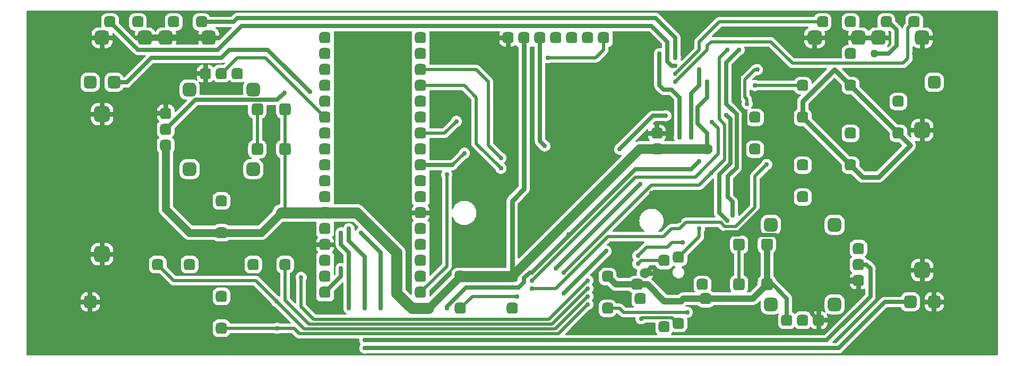
<source format=gbr>
%TF.GenerationSoftware,KiCad,Pcbnew,7.0.2*%
%TF.CreationDate,2024-04-24T22:24:52-04:00*%
%TF.ProjectId,MK2_1,4d4b325f-312e-46b6-9963-61645f706362,1*%
%TF.SameCoordinates,Original*%
%TF.FileFunction,Copper,L2,Bot*%
%TF.FilePolarity,Positive*%
%FSLAX45Y45*%
G04 Gerber Fmt 4.5, Leading zero omitted, Abs format (unit mm)*
G04 Created by KiCad (PCBNEW 7.0.2) date 2024-04-24 22:24:52*
%MOMM*%
%LPD*%
G01*
G04 APERTURE LIST*
G04 Aperture macros list*
%AMRoundRect*
0 Rectangle with rounded corners*
0 $1 Rounding radius*
0 $2 $3 $4 $5 $6 $7 $8 $9 X,Y pos of 4 corners*
0 Add a 4 corners polygon primitive as box body*
4,1,4,$2,$3,$4,$5,$6,$7,$8,$9,$2,$3,0*
0 Add four circle primitives for the rounded corners*
1,1,$1+$1,$2,$3*
1,1,$1+$1,$4,$5*
1,1,$1+$1,$6,$7*
1,1,$1+$1,$8,$9*
0 Add four rect primitives between the rounded corners*
20,1,$1+$1,$2,$3,$4,$5,0*
20,1,$1+$1,$4,$5,$6,$7,0*
20,1,$1+$1,$6,$7,$8,$9,0*
20,1,$1+$1,$8,$9,$2,$3,0*%
G04 Aperture macros list end*
%TA.AperFunction,ComponentPad*%
%ADD10RoundRect,0.571500X0.571500X-0.571500X0.571500X0.571500X-0.571500X0.571500X-0.571500X-0.571500X0*%
%TD*%
%TA.AperFunction,ComponentPad*%
%ADD11RoundRect,0.444500X-0.444500X-0.444500X0.444500X-0.444500X0.444500X0.444500X-0.444500X0.444500X0*%
%TD*%
%TA.AperFunction,ComponentPad*%
%ADD12RoundRect,0.444500X0.444500X-0.444500X0.444500X0.444500X-0.444500X0.444500X-0.444500X-0.444500X0*%
%TD*%
%TA.AperFunction,ComponentPad*%
%ADD13RoundRect,0.508000X-0.508000X-0.508000X0.508000X-0.508000X0.508000X0.508000X-0.508000X0.508000X0*%
%TD*%
%TA.AperFunction,ComponentPad*%
%ADD14RoundRect,0.539750X-0.539750X-0.539750X0.539750X-0.539750X0.539750X0.539750X-0.539750X0.539750X0*%
%TD*%
%TA.AperFunction,ComponentPad*%
%ADD15RoundRect,0.476250X-0.476250X-0.476250X0.476250X-0.476250X0.476250X0.476250X-0.476250X0.476250X0*%
%TD*%
%TA.AperFunction,ComponentPad*%
%ADD16RoundRect,0.635000X-0.635000X-0.635000X0.635000X-0.635000X0.635000X0.635000X-0.635000X0.635000X0*%
%TD*%
%TA.AperFunction,ComponentPad*%
%ADD17RoundRect,0.508000X-0.508000X0.508000X-0.508000X-0.508000X0.508000X-0.508000X0.508000X0.508000X0*%
%TD*%
%TA.AperFunction,ComponentPad*%
%ADD18RoundRect,0.508000X0.508000X0.508000X-0.508000X0.508000X-0.508000X-0.508000X0.508000X-0.508000X0*%
%TD*%
%TA.AperFunction,ComponentPad*%
%ADD19RoundRect,0.635000X0.635000X0.635000X-0.635000X0.635000X-0.635000X-0.635000X0.635000X-0.635000X0*%
%TD*%
%TA.AperFunction,ComponentPad*%
%ADD20RoundRect,0.444500X0.444500X0.444500X-0.444500X0.444500X-0.444500X-0.444500X0.444500X-0.444500X0*%
%TD*%
%TA.AperFunction,ComponentPad*%
%ADD21RoundRect,0.508000X0.508000X-0.508000X0.508000X0.508000X-0.508000X0.508000X-0.508000X-0.508000X0*%
%TD*%
%TA.AperFunction,ComponentPad*%
%ADD22RoundRect,0.444500X-0.444500X0.444500X-0.444500X-0.444500X0.444500X-0.444500X0.444500X0.444500X0*%
%TD*%
%TA.AperFunction,ComponentPad*%
%ADD23C,1.651000*%
%TD*%
%TA.AperFunction,ViaPad*%
%ADD24C,0.762000*%
%TD*%
%TA.AperFunction,ViaPad*%
%ADD25C,1.778000*%
%TD*%
%TA.AperFunction,ViaPad*%
%ADD26C,1.270000*%
%TD*%
%TA.AperFunction,Conductor*%
%ADD27C,0.635000*%
%TD*%
%TA.AperFunction,Conductor*%
%ADD28C,1.270000*%
%TD*%
%TA.AperFunction,Conductor*%
%ADD29C,1.016000*%
%TD*%
%TA.AperFunction,Conductor*%
%ADD30C,0.762000*%
%TD*%
%TA.AperFunction,Conductor*%
%ADD31C,1.524000*%
%TD*%
%TA.AperFunction,Conductor*%
%ADD32C,1.778000*%
%TD*%
%TA.AperFunction,Conductor*%
%ADD33C,0.508000*%
%TD*%
G04 APERTURE END LIST*
D10*
%TO.P,G0,1*%
%TO.N,GND*%
X5461000Y-2794000D03*
%TD*%
%TO.P,G0,1*%
%TO.N,GND*%
X15811500Y-2794000D03*
%TD*%
D11*
%TO.P,AM0,3v3*%
%TO.N,N/C*%
X8001000Y-3048000D03*
%TO.P,AM0,5V*%
%TO.N,5V*%
X8001000Y-5588000D03*
%TO.P,AM0,A0*%
%TO.N,A0*%
X8001000Y-3556000D03*
%TO.P,AM0,A1*%
%TO.N,A1*%
X8001000Y-3810000D03*
%TO.P,AM0,A2*%
%TO.N,A2*%
X8001000Y-4064000D03*
%TO.P,AM0,A3*%
%TO.N,A3*%
X8001000Y-4318000D03*
%TO.P,AM0,A4*%
%TO.N,A4*%
X8001000Y-4572000D03*
%TO.P,AM0,A5*%
%TO.N,A5*%
X8001000Y-4826000D03*
%TO.P,AM0,AREF*%
%TO.N,N/C*%
X8001000Y-3302000D03*
%TO.P,AM0,CIPO/D14*%
%TO.N,CIPO*%
X8001000Y-6604000D03*
%TO.P,AM0,D2/SCL*%
%TO.N,N/C*%
X9525000Y-5334000D03*
%TO.P,AM0,D3/SDA*%
X9525000Y-5080000D03*
%TO.P,AM0,D4*%
%TO.N,D4*%
X9525000Y-4826000D03*
%TO.P,AM0,D5*%
%TO.N,N/C*%
X9525000Y-4572000D03*
%TO.P,AM0,D6*%
%TO.N,D6*%
X9525000Y-4318000D03*
%TO.P,AM0,D7*%
%TO.N,N/C*%
X9525000Y-4064000D03*
%TO.P,AM0,D8*%
X9525000Y-3810000D03*
%TO.P,AM0,D9*%
%TO.N,D9*%
X9525000Y-3556000D03*
%TO.P,AM0,D10*%
%TO.N,D10*%
X9525000Y-3302000D03*
%TO.P,AM0,D11*%
%TO.N,N/C*%
X9525000Y-3048000D03*
%TO.P,AM0,D12*%
%TO.N,D12*%
X9525000Y-2794000D03*
%TO.P,AM0,D13*%
%TO.N,N/C*%
X8001000Y-2794000D03*
%TO.P,AM0,D16/COPI*%
%TO.N,COPI*%
X9525000Y-6858000D03*
%TO.P,AM0,D17/SS*%
%TO.N,N/C*%
X9525000Y-6604000D03*
%TO.P,AM0,GND*%
%TO.N,GND*%
X8001000Y-6096000D03*
D12*
X9525000Y-5588000D03*
D11*
%TO.P,AM0,NC*%
%TO.N,N/C*%
X8001000Y-5080000D03*
X8001000Y-5334000D03*
%TO.P,AM0,RST*%
X8001000Y-5842000D03*
X9525000Y-5842000D03*
D12*
%TO.P,AM0,RX*%
X9525000Y-6096000D03*
D11*
%TO.P,AM0,SCK/D15*%
%TO.N,SCK*%
X8001000Y-6858000D03*
%TO.P,AM0,TX*%
%TO.N,N/C*%
X9525000Y-6350000D03*
%TO.P,AM0,VIN*%
X8001000Y-6350000D03*
%TD*%
D13*
%TO.P,P0,1*%
%TO.N,A4*%
X4635500Y-3505200D03*
%TD*%
D14*
%TO.P,G0,1*%
%TO.N,N/C*%
X16129000Y-5778500D03*
%TD*%
%TO.P,G0,1*%
%TO.N,N/C*%
X6858000Y-4889500D03*
%TD*%
D12*
%TO.P,P0,1*%
%TO.N,GND*%
X5461000Y-4000500D03*
%TD*%
%TO.P,P0,1*%
%TO.N,D12*%
X12446000Y-2794000D03*
%TD*%
D15*
%TO.P,P0,1*%
%TO.N,B16*%
X14605000Y-6096000D03*
%TD*%
D12*
%TO.P,P0,1*%
%TO.N,5V*%
X13411200Y-7404100D03*
%TD*%
D11*
%TO.P,B0,1*%
%TO.N,B3*%
X6350000Y-5397500D03*
%TO.P,B0,2*%
%TO.N,5V*%
X6350000Y-5905500D03*
%TD*%
%TO.P,B0,1*%
%TO.N,5V*%
X12509500Y-6604000D03*
%TO.P,B0,2*%
%TO.N,B18*%
X12509500Y-7112000D03*
%TD*%
D12*
%TO.P,P0,1*%
%TO.N,5V*%
X13296900Y-4572000D03*
%TD*%
D16*
%TO.P,G0,1*%
%TO.N,GND*%
X4445000Y-6248400D03*
%TD*%
%TO.P,G0,1*%
%TO.N,GND*%
X4445000Y-4013200D03*
%TD*%
D17*
%TO.P,P0,1*%
%TO.N,GND*%
X17716500Y-7010400D03*
%TD*%
D18*
%TO.P,P0,1*%
%TO.N,A5*%
X17335500Y-7010400D03*
%TD*%
%TO.P,P0,1*%
%TO.N,5V*%
X17716500Y-3505200D03*
%TD*%
D19*
%TO.P,G0,1*%
%TO.N,GND*%
X17526000Y-6502400D03*
%TD*%
%TO.P,G0,1*%
%TO.N,GND*%
X17526000Y-4267200D03*
%TD*%
D20*
%TO.P,B0,1*%
%TO.N,5V*%
X15621000Y-5334000D03*
%TO.P,B0,2*%
%TO.N,B6*%
X15621000Y-4826000D03*
%TD*%
D12*
%TO.P,P0,1*%
%TO.N,D6*%
X11938000Y-2794000D03*
%TD*%
D15*
%TO.P,P0,1*%
%TO.N,5V*%
X7366000Y-3937000D03*
%TD*%
D12*
%TO.P,P0,1*%
%TO.N,A0*%
X5461000Y-4254500D03*
%TD*%
D15*
%TO.P,P0,1*%
%TO.N,B17*%
X6921500Y-4572000D03*
%TD*%
D11*
%TO.P,B0,1*%
%TO.N,B8*%
X16383000Y-4318000D03*
%TO.P,B0,2*%
%TO.N,5V*%
X16383000Y-4826000D03*
%TD*%
D15*
%TO.P,P0,1*%
%TO.N,B16*%
X14605000Y-6731000D03*
%TD*%
D12*
%TO.P,P0,1*%
%TO.N,B21*%
X13639800Y-7353300D03*
%TD*%
D15*
%TO.P,P0,1*%
%TO.N,5V*%
X7366000Y-4572000D03*
%TD*%
D11*
%TO.P,B0,1*%
%TO.N,5V*%
X10160000Y-6604000D03*
%TO.P,B0,2*%
%TO.N,B5*%
X10160000Y-7112000D03*
%TD*%
D12*
%TO.P,P0,1*%
%TO.N,B23*%
X13030200Y-6959600D03*
%TD*%
D15*
%TO.P,P0,1*%
%TO.N,5V*%
X15049500Y-6731000D03*
%TD*%
D12*
%TO.P,P0,1*%
%TO.N,5V*%
X5588000Y-2540000D03*
%TD*%
%TO.P,P0,1*%
%TO.N,SCK*%
X11430000Y-2794000D03*
%TD*%
%TO.P,P0,1*%
%TO.N,GND*%
X16510000Y-6667500D03*
%TD*%
%TO.P,P0,1*%
%TO.N,B15*%
X6032500Y-2540000D03*
%TD*%
D13*
%TO.P,P0,1*%
%TO.N,GND*%
X4254500Y-7010400D03*
%TD*%
D11*
%TO.P,B0,1*%
%TO.N,B9*%
X17145000Y-3810000D03*
%TO.P,B0,2*%
%TO.N,5V*%
X17145000Y-4318000D03*
%TD*%
D20*
%TO.P,B0,1*%
%TO.N,B0*%
X6350000Y-7429500D03*
%TO.P,B0,2*%
%TO.N,5V*%
X6350000Y-6921500D03*
%TD*%
D12*
%TO.P,P0,1*%
%TO.N,5V*%
X12979400Y-6731000D03*
%TD*%
%TO.P,P0,1*%
%TO.N,5V*%
X11176000Y-2794000D03*
%TD*%
D15*
%TO.P,P0,1*%
%TO.N,5V*%
X15049500Y-6096000D03*
%TD*%
D12*
%TO.P,P0,1*%
%TO.N,A2*%
X6350000Y-3365500D03*
%TD*%
%TO.P,P0,1*%
%TO.N,5V*%
X16383000Y-2540000D03*
%TD*%
%TO.P,P0,1*%
%TO.N,5V*%
X14071600Y-6959600D03*
%TD*%
%TO.P,P0,1*%
%TO.N,A1*%
X15621000Y-7302500D03*
%TD*%
%TO.P,P0,1*%
%TO.N,COPI*%
X11684000Y-2794000D03*
%TD*%
D14*
%TO.P,G0,1*%
%TO.N,N/C*%
X15113000Y-5778500D03*
%TD*%
D12*
%TO.P,P0,1*%
%TO.N,5V*%
X16954500Y-2540000D03*
%TD*%
D10*
%TO.P,G0,1*%
%TO.N,GND*%
X16827500Y-2794000D03*
%TD*%
D12*
%TO.P,P0,1*%
%TO.N,5V*%
X15367000Y-7302500D03*
%TD*%
D14*
%TO.P,G0,1*%
%TO.N,N/C*%
X15113000Y-7048500D03*
%TD*%
D10*
%TO.P,G0,1*%
%TO.N,GND*%
X17526000Y-2794000D03*
%TD*%
%TO.P,G0,1*%
%TO.N,GND*%
X4445000Y-2794000D03*
%TD*%
D12*
%TO.P,P0,1*%
%TO.N,5V*%
X5461000Y-4508500D03*
%TD*%
%TO.P,P0,1*%
%TO.N,B12*%
X17399000Y-2540000D03*
%TD*%
D11*
%TO.P,B0,1*%
%TO.N,B7*%
X14859000Y-4064000D03*
%TO.P,B0,2*%
%TO.N,5V*%
X14859000Y-4572000D03*
%TD*%
%TO.P,B0,1*%
%TO.N,B10*%
X15621000Y-3556000D03*
%TO.P,B0,2*%
%TO.N,5V*%
X15621000Y-4064000D03*
%TD*%
D12*
%TO.P,P0,1*%
%TO.N,B13*%
X15938500Y-2540000D03*
%TD*%
D15*
%TO.P,P0,1*%
%TO.N,B17*%
X6921500Y-3937000D03*
%TD*%
D12*
%TO.P,P0,1*%
%TO.N,B20*%
X14020800Y-6731000D03*
%TD*%
D14*
%TO.P,G0,1*%
%TO.N,N/C*%
X5842000Y-4889500D03*
%TD*%
D10*
%TO.P,G0,1*%
%TO.N,GND*%
X6146800Y-2794000D03*
%TD*%
D12*
%TO.P,P0,1*%
%TO.N,B14*%
X4572000Y-2540000D03*
%TD*%
D11*
%TO.P,B0,1*%
%TO.N,B11*%
X16383000Y-3048000D03*
%TO.P,B0,2*%
%TO.N,5V*%
X16383000Y-3556000D03*
%TD*%
D14*
%TO.P,G0,1*%
%TO.N,N/C*%
X16129000Y-7048500D03*
%TD*%
D12*
%TO.P,P0,1*%
%TO.N,GND*%
X6096000Y-3365500D03*
%TD*%
%TO.P,P0,1*%
%TO.N,B19*%
X13639800Y-6299200D03*
%TD*%
%TO.P,P0,1*%
%TO.N,5V*%
X5016500Y-2540000D03*
%TD*%
D21*
%TO.P,P0,1*%
%TO.N,5V*%
X4254500Y-3505200D03*
%TD*%
D12*
%TO.P,P0,1*%
%TO.N,GND*%
X13296900Y-4318000D03*
%TD*%
%TO.P,P0,1*%
%TO.N,GND*%
X10922000Y-2794000D03*
%TD*%
%TO.P,P0,1*%
%TO.N,5V*%
X6604000Y-3365500D03*
%TD*%
%TO.P,P0,1*%
%TO.N,A3*%
X16510000Y-6413500D03*
%TD*%
%TO.P,B0,1*%
%TO.N,B1*%
X5334000Y-6413500D03*
%TO.P,B0,2*%
%TO.N,5V*%
X5842000Y-6413500D03*
%TD*%
D14*
%TO.P,G0,1*%
%TO.N,N/C*%
X6858000Y-3619500D03*
%TD*%
D12*
%TO.P,P0,1*%
%TO.N,D4*%
X12192000Y-2794000D03*
%TD*%
%TO.P,P0,1*%
%TO.N,B22*%
X13411200Y-6350000D03*
%TD*%
%TO.P,P0,1*%
%TO.N,5V*%
X16510000Y-6159500D03*
%TD*%
D22*
%TO.P,B0,1*%
%TO.N,B2*%
X7366000Y-6413500D03*
%TO.P,B0,2*%
%TO.N,5V*%
X6858000Y-6413500D03*
%TD*%
D10*
%TO.P,G0,1*%
%TO.N,GND*%
X16510000Y-2794000D03*
%TD*%
%TO.P,G0,1*%
%TO.N,GND*%
X5130800Y-2794000D03*
%TD*%
D23*
%TO.P,P0,1*%
%TO.N,GND*%
X13106400Y-6553200D03*
%TD*%
D12*
%TO.P,P0,1*%
%TO.N,GND*%
X15875000Y-7302500D03*
%TD*%
D11*
%TO.P,B0,1*%
%TO.N,5V*%
X10985500Y-6604000D03*
%TO.P,B0,2*%
%TO.N,B4*%
X10985500Y-7112000D03*
%TD*%
D14*
%TO.P,G0,1*%
%TO.N,N/C*%
X5842000Y-3619500D03*
%TD*%
D24*
%TO.N,GND*%
X12319000Y-4953000D03*
X10414000Y-6223000D03*
X4064000Y-6858000D03*
X15265400Y-3200400D03*
X4699000Y-4953000D03*
X5969000Y-5588000D03*
X4699000Y-5588000D03*
X12954000Y-3683000D03*
X18034000Y-5588000D03*
X9144000Y-4318000D03*
X12319000Y-3683000D03*
X13652500Y-5715000D03*
X3429000Y-3048000D03*
X4064000Y-3048000D03*
X4699000Y-3048000D03*
X16764000Y-3683000D03*
X4699000Y-6858000D03*
X5334000Y-7493000D03*
X3429000Y-6858000D03*
X18034000Y-6858000D03*
X17399000Y-4953000D03*
X18034000Y-7493000D03*
X9144000Y-3048000D03*
X6604000Y-5588000D03*
X12319000Y-4318000D03*
X4064000Y-4953000D03*
X3429000Y-3683000D03*
X16764000Y-5588000D03*
X17399000Y-7493000D03*
X18034000Y-3048000D03*
D25*
X15290800Y-4521200D03*
D24*
X13208000Y-5270500D03*
D26*
X14097000Y-6350000D03*
D24*
X4064000Y-4318000D03*
X14084300Y-5461000D03*
X14224000Y-7493000D03*
X18034000Y-4318000D03*
X9779000Y-3048000D03*
X12585700Y-6362700D03*
X8509000Y-3683000D03*
X3429000Y-5588000D03*
X5334000Y-6858000D03*
X10414000Y-4953000D03*
X14859000Y-7493000D03*
X5969000Y-7493000D03*
X17399000Y-3048000D03*
X4064000Y-5588000D03*
X17399000Y-5588000D03*
X16764000Y-6223000D03*
X9144000Y-5588000D03*
X4064000Y-6223000D03*
X11049000Y-3683000D03*
X16764000Y-7493000D03*
X3429000Y-4953000D03*
X8509000Y-3048000D03*
X4064000Y-7493000D03*
X12954000Y-7493000D03*
X3429000Y-7493000D03*
X18034000Y-6223000D03*
X9144000Y-4953000D03*
X12954000Y-3048000D03*
X12052300Y-7505700D03*
X18034000Y-3683000D03*
X16764000Y-4318000D03*
X9144000Y-3683000D03*
X9779000Y-3683000D03*
X4699000Y-4318000D03*
X11684000Y-4318000D03*
X17399000Y-3683000D03*
X3429000Y-6223000D03*
X11684000Y-4953000D03*
X11684000Y-3683000D03*
X11684000Y-5588000D03*
X4699000Y-6223000D03*
X5969000Y-6858000D03*
X18034000Y-4953000D03*
X3429000Y-4318000D03*
X4699000Y-7493000D03*
%TO.N,5V*%
X13411200Y-6997700D03*
D25*
X14097000Y-4572000D03*
D26*
X16764000Y-3048000D03*
D24*
X14097000Y-3492500D03*
D26*
X11557000Y-6032500D03*
D24*
%TO.N,SCK*%
X11887200Y-5930900D03*
X8255000Y-6477000D03*
X13970000Y-4762500D03*
X9944100Y-7112000D03*
X11506200Y-4521200D03*
X13843000Y-4381500D03*
X13970000Y-3302000D03*
X11303000Y-6540500D03*
%TO.N,COPI*%
X9943465Y-4977765D03*
%TO.N,D4*%
X10223500Y-4635500D03*
%TO.N,D6*%
X10096500Y-4127500D03*
%TO.N,D9*%
X11684000Y-6477000D03*
X13652500Y-4381500D03*
X13335000Y-3048000D03*
X10807700Y-4876800D03*
X13030200Y-5130800D03*
%TO.N,D10*%
X14160500Y-4953000D03*
X10807700Y-4711700D03*
X14414500Y-2984500D03*
X11811000Y-6540500D03*
%TO.N,D12*%
X11557000Y-3111500D03*
%TO.N,Q2*%
X12700000Y-4572000D03*
X12484100Y-6197600D03*
X11811000Y-6870700D03*
X13436600Y-4038600D03*
%TO.N,Q3*%
X14401800Y-4025900D03*
X14414500Y-5715000D03*
%TO.N,B0*%
X7239000Y-7429500D03*
X12192000Y-7048500D03*
%TO.N,B1*%
X7226300Y-6997700D03*
X12192000Y-6921500D03*
%TO.N,B2*%
X12192000Y-6794500D03*
%TO.N,B3*%
X7620000Y-6616700D03*
X12192000Y-6667500D03*
%TO.N,B5*%
X11061700Y-6921500D03*
%TO.N,B6*%
X11303000Y-6794500D03*
X15046647Y-4816153D03*
%TO.N,B7*%
X14173200Y-4140200D03*
X11303000Y-6667500D03*
%TO.N,B8*%
X14897100Y-3302000D03*
X14732000Y-3848100D03*
%TO.N,B10*%
X14859000Y-3556000D03*
%TO.N,B12*%
X13589000Y-3492500D03*
%TO.N,B13*%
X13589000Y-3365500D03*
%TO.N,B14*%
X13589000Y-3238500D03*
%TO.N,B15*%
X13589000Y-3111500D03*
%TO.N,B17*%
X14605000Y-2984500D03*
X14427200Y-5334000D03*
X14503400Y-5626100D03*
%TO.N,B18*%
X13779500Y-7175500D03*
%TO.N,B19*%
X13970000Y-5842000D03*
%TO.N,B20*%
X13703300Y-6057900D03*
X12992100Y-6273800D03*
%TO.N,B21*%
X13042900Y-7277100D03*
%TO.N,B22*%
X12992100Y-6400800D03*
%TO.N,A0*%
X7353300Y-3670300D03*
%TO.N,A1*%
X8572500Y-5905500D03*
X8890000Y-7112000D03*
%TO.N,A3*%
X8636000Y-7620000D03*
X8382000Y-5842000D03*
X8636000Y-7112000D03*
%TO.N,A4*%
X7759700Y-3657600D03*
%TO.N,A5*%
X8636000Y-7747000D03*
X8255000Y-5905500D03*
X8382000Y-7112000D03*
%TD*%
D27*
%TO.N,GND*%
X15773400Y-7200900D02*
X15875000Y-7302500D01*
D28*
X15240000Y-5283200D02*
X15290800Y-5232400D01*
D29*
X15913100Y-6667500D02*
X15773400Y-6527800D01*
D30*
X15265400Y-3200400D02*
X15201900Y-3200400D01*
D27*
X12141200Y-7416800D02*
X12052300Y-7505700D01*
D29*
X14097000Y-6350000D02*
X14097000Y-6210300D01*
X5461000Y-2794000D02*
X5143500Y-2794000D01*
X14097000Y-6210300D02*
X14389100Y-5918200D01*
D27*
X12319000Y-7112000D02*
X12141200Y-7289800D01*
X15189200Y-5943600D02*
X15773400Y-6527800D01*
X6096000Y-3365500D02*
X5778500Y-3365500D01*
D30*
X14592300Y-3340100D02*
X14592300Y-3884659D01*
X13716000Y-6731000D02*
X14033500Y-6413500D01*
D27*
X12141200Y-7289800D02*
X12141200Y-7416800D01*
X12776200Y-6553200D02*
X12585700Y-6362700D01*
X12585700Y-6362700D02*
X12496800Y-6362700D01*
D29*
X6159500Y-2794000D02*
X5461000Y-2794000D01*
D27*
X10922000Y-2794000D02*
X10922000Y-3556000D01*
X14084300Y-5461000D02*
X13398500Y-5461000D01*
D30*
X14693900Y-3986259D02*
X14693900Y-4279900D01*
X13500100Y-6731000D02*
X13716000Y-6731000D01*
D29*
X14033500Y-6413500D02*
X14097000Y-6350000D01*
D27*
X14605000Y-5918200D02*
X14833600Y-5918200D01*
D28*
X15240000Y-5283200D02*
X15773400Y-5816600D01*
D27*
X5461000Y-3683000D02*
X5461000Y-4000500D01*
D30*
X14782800Y-3149600D02*
X14592300Y-3340100D01*
X15151100Y-3149600D02*
X14782800Y-3149600D01*
D29*
X16510000Y-6667500D02*
X15913100Y-6667500D01*
X14605000Y-5918200D02*
X15240000Y-5283200D01*
D27*
X12496800Y-6362700D02*
X12319000Y-6540500D01*
X14833600Y-5918200D02*
X14859000Y-5943600D01*
X14859000Y-5943600D02*
X15189200Y-5943600D01*
X5778500Y-3365500D02*
X5461000Y-3683000D01*
D28*
X15290800Y-5232400D02*
X15290800Y-4521200D01*
D27*
X12319000Y-6540500D02*
X12319000Y-7112000D01*
X15773400Y-6527800D02*
X15773400Y-7200900D01*
D30*
X14592300Y-3884659D02*
X14693900Y-3986259D01*
D28*
X15773400Y-5816600D02*
X15773400Y-6527800D01*
D27*
X13398500Y-5461000D02*
X13652500Y-5715000D01*
X13398500Y-5461000D02*
X13208000Y-5270500D01*
X10922000Y-3556000D02*
X11049000Y-3683000D01*
D30*
X15201900Y-3200400D02*
X15151100Y-3149600D01*
D29*
X14389100Y-5918200D02*
X14605000Y-5918200D01*
D30*
X13322300Y-6553200D02*
X13500100Y-6731000D01*
X13322300Y-6553200D02*
X13106400Y-6553200D01*
D31*
%TO.N,5V*%
X11557000Y-6032500D02*
X10985500Y-6604000D01*
D29*
X13677900Y-6997700D02*
X13411200Y-6997700D01*
D30*
X15621000Y-3810000D02*
X16129000Y-3302000D01*
D32*
X7366000Y-5588000D02*
X7302500Y-5588000D01*
D27*
X15367000Y-6953250D02*
X15144750Y-6731000D01*
D32*
X8001000Y-5588000D02*
X7366000Y-5588000D01*
D27*
X16992600Y-3048000D02*
X17119600Y-2921000D01*
D28*
X7302500Y-5588000D02*
X6985000Y-5905500D01*
D29*
X14071600Y-6959600D02*
X13716000Y-6959600D01*
D32*
X8001000Y-5588000D02*
X8509000Y-5588000D01*
X10985500Y-6604000D02*
X10160000Y-6604000D01*
D30*
X15621000Y-4064000D02*
X15621000Y-3810000D01*
D29*
X12636500Y-6731000D02*
X12509500Y-6604000D01*
D30*
X16129000Y-3302000D02*
X16383000Y-3556000D01*
D28*
X5461000Y-5524500D02*
X5461000Y-4508500D01*
D31*
X14097000Y-4572000D02*
X13017500Y-4572000D01*
D28*
X5842000Y-5905500D02*
X5461000Y-5524500D01*
D27*
X17119600Y-2667000D02*
X16992600Y-2540000D01*
X16992600Y-2540000D02*
X16954500Y-2540000D01*
D30*
X10985500Y-5397500D02*
X10985500Y-6604000D01*
D27*
X17119600Y-2921000D02*
X17119600Y-2667000D01*
D32*
X8509000Y-5588000D02*
X9144000Y-6223000D01*
D28*
X10160000Y-6604000D02*
X9652000Y-7112000D01*
D29*
X15049500Y-6096000D02*
X15049500Y-6731000D01*
D30*
X17145000Y-4318000D02*
X16383000Y-3556000D01*
D29*
X13716000Y-6959600D02*
X13677900Y-6997700D01*
D27*
X15367000Y-7302500D02*
X15367000Y-6953250D01*
D30*
X11176000Y-5207000D02*
X10985500Y-5397500D01*
D29*
X13144500Y-6731000D02*
X12979400Y-6731000D01*
D27*
X14097000Y-4572000D02*
X14097000Y-4318000D01*
D30*
X16827500Y-5016500D02*
X16573500Y-5016500D01*
D28*
X6350000Y-5905500D02*
X5842000Y-5905500D01*
D27*
X13944600Y-3898900D02*
X13944600Y-4165600D01*
D30*
X11176000Y-2794000D02*
X11176000Y-5207000D01*
D32*
X9385300Y-7112000D02*
X9652000Y-7112000D01*
D30*
X16383000Y-4826000D02*
X15621000Y-4064000D01*
D27*
X15144750Y-6731000D02*
X15049500Y-6731000D01*
D29*
X14820900Y-6959600D02*
X15049500Y-6731000D01*
D27*
X14097000Y-4318000D02*
X13944600Y-4165600D01*
D33*
X7366000Y-4572000D02*
X7366000Y-5588000D01*
D29*
X13411200Y-6997700D02*
X13144500Y-6731000D01*
D30*
X17335500Y-4508500D02*
X16827500Y-5016500D01*
X17145000Y-4318000D02*
X17335500Y-4508500D01*
X16573500Y-5016500D02*
X16383000Y-4826000D01*
D32*
X9144000Y-6223000D02*
X9144000Y-6870700D01*
D28*
X6985000Y-5905500D02*
X6350000Y-5905500D01*
D33*
X7366000Y-4572000D02*
X7366000Y-3937000D01*
D27*
X14097000Y-3746500D02*
X14097000Y-3492500D01*
D32*
X9144000Y-6870700D02*
X9385300Y-7112000D01*
D31*
X13017500Y-4572000D02*
X11557000Y-6032500D01*
D27*
X14097000Y-3746500D02*
X13944600Y-3898900D01*
D29*
X14071600Y-6959600D02*
X14820900Y-6959600D01*
D27*
X16764000Y-3048000D02*
X16992600Y-3048000D01*
D29*
X12979400Y-6731000D02*
X12636500Y-6731000D01*
D27*
%TO.N,SCK*%
X12954000Y-4889500D02*
X13843000Y-4889500D01*
X11303000Y-6540500D02*
X11264900Y-6540500D01*
X9944100Y-7086600D02*
X9944100Y-7112000D01*
X11887200Y-5930900D02*
X11899900Y-5943600D01*
X13970000Y-3556000D02*
X13843000Y-3683000D01*
X11899900Y-5943600D02*
X12954000Y-4889500D01*
X13970000Y-4762500D02*
X13843000Y-4889500D01*
X11264900Y-6540500D02*
X11176000Y-6629400D01*
X11087100Y-6781800D02*
X10248900Y-6781800D01*
X11430000Y-4445000D02*
X11506200Y-4521200D01*
X11176000Y-6692900D02*
X11087100Y-6781800D01*
X11176000Y-6629400D02*
X11176000Y-6692900D01*
X8255000Y-6604000D02*
X8001000Y-6858000D01*
X11303000Y-6540500D02*
X11899900Y-5943600D01*
X13970000Y-3302000D02*
X13970000Y-3556000D01*
X8255000Y-6477000D02*
X8255000Y-6604000D01*
X11430000Y-2794000D02*
X11430000Y-4445000D01*
X13843000Y-3683000D02*
X13843000Y-4381500D01*
X10248900Y-6781800D02*
X9944100Y-7086600D01*
D33*
%TO.N,COPI*%
X9943465Y-6438900D02*
X9943465Y-4977765D01*
X9525000Y-6857365D02*
X9943465Y-6438900D01*
%TO.N,D4*%
X10223500Y-4635500D02*
X10033000Y-4826000D01*
D27*
X10033000Y-4826000D02*
X9525000Y-4826000D01*
D33*
%TO.N,D6*%
X9525000Y-4318000D02*
X9906000Y-4318000D01*
X9906000Y-4318000D02*
X10096500Y-4127500D01*
%TO.N,D9*%
X10414000Y-4483100D02*
X10807700Y-4876800D01*
D27*
X13525500Y-3619500D02*
X13652500Y-3746500D01*
X13398500Y-3619500D02*
X13525500Y-3619500D01*
X11684000Y-6477000D02*
X13030200Y-5130800D01*
X13398500Y-3619500D02*
X13335000Y-3556000D01*
D33*
X10223500Y-3556000D02*
X10414000Y-3746500D01*
X10414000Y-3746500D02*
X10414000Y-4483100D01*
D27*
X13652500Y-3746500D02*
X13652500Y-4381500D01*
X13335000Y-3556000D02*
X13335000Y-3048000D01*
D33*
X9525000Y-3556000D02*
X10223500Y-3556000D01*
%TO.N,D10*%
X14376400Y-4737100D02*
X14160500Y-4953000D01*
X14287500Y-3111500D02*
X14414500Y-2984500D01*
X10604500Y-3492500D02*
X10414000Y-3302000D01*
X14160500Y-4953000D02*
X13970000Y-5143500D01*
X14376400Y-4178300D02*
X14287500Y-4089400D01*
X14376400Y-4178300D02*
X14376400Y-4737100D01*
X10414000Y-3302000D02*
X9525000Y-3302000D01*
X10807700Y-4711700D02*
X10604500Y-4508500D01*
X13970000Y-5143500D02*
X13208000Y-5143500D01*
X10604500Y-4508500D02*
X10604500Y-3492500D01*
X13208000Y-5143500D02*
X11811000Y-6540500D01*
X14287500Y-4089400D02*
X14287500Y-3111500D01*
%TO.N,D12*%
X12319000Y-3111500D02*
X12446000Y-2984500D01*
X11557000Y-3111500D02*
X12319000Y-3111500D01*
X12446000Y-2984500D02*
X12446000Y-2794000D01*
D27*
%TO.N,Q2*%
X12484100Y-6197600D02*
X11811000Y-6870700D01*
X13233400Y-4038600D02*
X12700000Y-4572000D01*
X13436600Y-4038600D02*
X13233400Y-4038600D01*
%TO.N,Q3*%
X14287500Y-5588000D02*
X14414500Y-5715000D01*
X14465300Y-4089400D02*
X14465300Y-4800600D01*
D33*
X14465300Y-4800600D02*
X14465300Y-4800600D01*
D27*
X14465300Y-4800600D02*
X14287500Y-4978400D01*
X14287500Y-4978400D02*
X14287500Y-5588000D01*
X14401800Y-4025900D02*
X14465300Y-4089400D01*
D33*
%TO.N,B0*%
X7239000Y-7429500D02*
X7505700Y-7429500D01*
X6350000Y-7429500D02*
X7239000Y-7429500D01*
X12192000Y-7048500D02*
X11722100Y-7518400D01*
X11722100Y-7518400D02*
X7594600Y-7518400D01*
X7505700Y-7429500D02*
X7594600Y-7518400D01*
%TO.N,B1*%
X7226300Y-6997700D02*
X7670800Y-7442200D01*
X7670800Y-7442200D02*
X11671300Y-7442200D01*
X5334000Y-6413500D02*
X5588000Y-6667500D01*
X12192000Y-6921500D02*
X11671300Y-7442200D01*
X6896100Y-6667500D02*
X7226300Y-6997700D01*
X5588000Y-6667500D02*
X6896100Y-6667500D01*
%TO.N,B2*%
X7366000Y-6985000D02*
X7747000Y-7366000D01*
X11620500Y-7366000D02*
X7747000Y-7366000D01*
X12192000Y-6794500D02*
X11620500Y-7366000D01*
X7366000Y-6985000D02*
X7366000Y-6413500D01*
%TO.N,B3*%
X12192000Y-6667500D02*
X11569700Y-7289800D01*
X7620000Y-7086600D02*
X7823200Y-7289800D01*
X7823200Y-7289800D02*
X11569700Y-7289800D01*
X7620000Y-7086600D02*
X7620000Y-6616700D01*
%TO.N,B5*%
X11061700Y-6921500D02*
X10350500Y-6921500D01*
X10350500Y-6921500D02*
X10160000Y-7112000D01*
%TO.N,B6*%
X13754100Y-5740400D02*
X13652500Y-5842000D01*
X13398500Y-5969000D02*
X12509500Y-5969000D01*
X11684000Y-6794500D02*
X11303000Y-6794500D01*
X14859000Y-5003800D02*
X15036800Y-4826000D01*
X14859000Y-5499100D02*
X14554200Y-5803900D01*
X13525500Y-5842000D02*
X13398500Y-5969000D01*
X14376400Y-5803900D02*
X14312900Y-5740400D01*
X14554200Y-5803900D02*
X14376400Y-5803900D01*
X13652500Y-5842000D02*
X13525500Y-5842000D01*
X14859000Y-5003800D02*
X14859000Y-5499100D01*
X14312900Y-5740400D02*
X13754100Y-5740400D01*
X12509500Y-5969000D02*
X11684000Y-6794500D01*
%TO.N,B7*%
X14274800Y-4648200D02*
X13906500Y-5016500D01*
X12954000Y-5016500D02*
X11303000Y-6667500D01*
X14274800Y-4241800D02*
X14274800Y-4648200D01*
X14173200Y-4140200D02*
X14274800Y-4241800D01*
X13906500Y-5016500D02*
X12954000Y-5016500D01*
%TO.N,B8*%
X14732000Y-3848100D02*
X14732000Y-3771900D01*
X14700250Y-3460750D02*
X14859000Y-3302000D01*
X14700250Y-3740150D02*
X14700250Y-3460750D01*
X14732000Y-3771900D02*
X14700250Y-3740150D01*
X14897100Y-3302000D02*
X14859000Y-3302000D01*
%TO.N,B10*%
X14859000Y-3556000D02*
X15621000Y-3556000D01*
%TO.N,B12*%
X17297400Y-2641600D02*
X17399000Y-2540000D01*
X14097000Y-2921000D02*
X14160500Y-2857500D01*
X17297400Y-3124200D02*
X17297400Y-2641600D01*
X15455900Y-3200400D02*
X17221200Y-3200400D01*
X15113000Y-2857500D02*
X15455900Y-3200400D01*
X14160500Y-2857500D02*
X15113000Y-2857500D01*
X13589000Y-3492500D02*
X14097000Y-2984500D01*
X17221200Y-3200400D02*
X17297400Y-3124200D01*
X14097000Y-2984500D02*
X14097000Y-2921000D01*
%TO.N,B13*%
X13970000Y-2857500D02*
X14287500Y-2540000D01*
X13970000Y-2857500D02*
X13970000Y-2984500D01*
X13589000Y-3365500D02*
X13970000Y-2984500D01*
X15938500Y-2540000D02*
X14287500Y-2540000D01*
D27*
%TO.N,B14*%
X4572000Y-2540000D02*
X5016500Y-2984500D01*
X13462000Y-2857500D02*
X13208000Y-2603500D01*
X5016500Y-2984500D02*
X6286500Y-2984500D01*
X13462000Y-3175000D02*
X13462000Y-2857500D01*
X13208000Y-2603500D02*
X6667500Y-2603500D01*
X13525500Y-3238500D02*
X13462000Y-3175000D01*
X13589000Y-3238500D02*
X13525500Y-3238500D01*
X6286500Y-2984500D02*
X6667500Y-2603500D01*
%TO.N,B15*%
X13589000Y-2794000D02*
X13271500Y-2476500D01*
X6540500Y-2540000D02*
X6604000Y-2476500D01*
X13271500Y-2476500D02*
X6604000Y-2476500D01*
X6032500Y-2540000D02*
X6540500Y-2540000D01*
X13589000Y-3111500D02*
X13589000Y-2794000D01*
D33*
%TO.N,B16*%
X14605000Y-6731000D02*
X14605000Y-6096000D01*
D27*
%TO.N,B17*%
X14605000Y-2984500D02*
X14401800Y-3187700D01*
X14503400Y-5410200D02*
X14427200Y-5334000D01*
X14566900Y-4864100D02*
X14427200Y-5003800D01*
X14503400Y-5626100D02*
X14503400Y-5410200D01*
X14566900Y-4011925D02*
X14566900Y-4864100D01*
X14401800Y-3187700D02*
X14401800Y-3846825D01*
X14427200Y-5003800D02*
X14427200Y-5334000D01*
X14401800Y-3846825D02*
X14566900Y-4011925D01*
D33*
X6921500Y-3937000D02*
X6921500Y-4572000D01*
%TO.N,B18*%
X12700000Y-7112000D02*
X12509500Y-7112000D01*
X12763500Y-7175500D02*
X12700000Y-7112000D01*
X13779500Y-7175500D02*
X12763500Y-7175500D01*
%TO.N,B19*%
X13970000Y-5842000D02*
X13970000Y-5969000D01*
X13970000Y-5969000D02*
X13639800Y-6299200D01*
%TO.N,B20*%
X12992100Y-6273800D02*
X13131800Y-6134100D01*
X13703300Y-6057900D02*
X13538200Y-6057900D01*
X13131800Y-6134100D02*
X13462000Y-6134100D01*
X13538200Y-6057900D02*
X13462000Y-6134100D01*
%TO.N,B21*%
X13639800Y-7366000D02*
X13538200Y-7264400D01*
X13042900Y-7277100D02*
X13055600Y-7264400D01*
X13055600Y-7264400D02*
X13538200Y-7264400D01*
%TO.N,B22*%
X12992100Y-6400800D02*
X13042900Y-6350000D01*
X13411200Y-6350000D02*
X13042900Y-6350000D01*
D27*
%TO.N,A0*%
X7239000Y-3784600D02*
X7353300Y-3670300D01*
X5930900Y-3784600D02*
X5461000Y-4254500D01*
X5930900Y-3784600D02*
X7239000Y-3784600D01*
%TO.N,A1*%
X8890000Y-6223000D02*
X8572500Y-5905500D01*
X8890000Y-7112000D02*
X8890000Y-6223000D01*
D33*
%TO.N,A2*%
X8001000Y-4064000D02*
X7048500Y-3111500D01*
X7048500Y-3111500D02*
X6604000Y-3111500D01*
X6604000Y-3111500D02*
X6350000Y-3365500D01*
D27*
%TO.N,A3*%
X16510000Y-6413500D02*
X16637000Y-6413500D01*
X16700500Y-6921500D02*
X16002000Y-7620000D01*
X16700500Y-6477000D02*
X16700500Y-6921500D01*
X8636000Y-6286500D02*
X8636000Y-7112000D01*
X16637000Y-6413500D02*
X16700500Y-6477000D01*
X16002000Y-7620000D02*
X8636000Y-7620000D01*
X8382000Y-5842000D02*
X8382000Y-6032500D01*
X8382000Y-6032500D02*
X8636000Y-6286500D01*
%TO.N,A4*%
X5232400Y-3111500D02*
X6350000Y-3111500D01*
X6477000Y-2984500D02*
X7086600Y-2984500D01*
X4635500Y-3505200D02*
X4838700Y-3505200D01*
X4838700Y-3505200D02*
X5232400Y-3111500D01*
X6350000Y-3111500D02*
X6477000Y-2984500D01*
X7086600Y-2984500D02*
X7759700Y-3657600D01*
%TO.N,A5*%
X8255000Y-6096000D02*
X8255000Y-5905500D01*
X8382000Y-6223000D02*
X8255000Y-6096000D01*
X16192500Y-7747000D02*
X8636000Y-7747000D01*
X8382000Y-7112000D02*
X8382000Y-6223000D01*
X16929100Y-7010400D02*
X16192500Y-7747000D01*
X17335500Y-7010400D02*
X16929100Y-7010400D01*
%TD*%
%TA.AperFunction,Conductor*%
%TO.N,GND*%
G36*
X6507979Y-2624600D02*
G01*
X6512628Y-2629966D01*
X6513639Y-2636993D01*
X6510689Y-2643451D01*
X6510076Y-2644110D01*
X6325776Y-2828409D01*
X6319545Y-2831812D01*
X6316867Y-2832100D01*
X6212791Y-2832100D01*
X6217244Y-2824387D01*
X6222353Y-2807322D01*
X6223389Y-2789539D01*
X6220296Y-2771997D01*
X6213352Y-2755900D01*
X6311900Y-2755900D01*
X6311900Y-2728794D01*
X6311889Y-2728421D01*
X6311624Y-2723976D01*
X6307242Y-2703831D01*
X6299126Y-2684880D01*
X6287571Y-2667806D01*
X6272994Y-2653229D01*
X6261773Y-2645635D01*
X6257252Y-2640160D01*
X6256410Y-2633111D01*
X6259512Y-2626725D01*
X6265574Y-2623029D01*
X6268835Y-2622600D01*
X6501167Y-2622600D01*
X6507979Y-2624600D01*
G37*
%TD.AperFunction*%
%TA.AperFunction,Conductor*%
G36*
X9379512Y-2688100D02*
G01*
X9384161Y-2693466D01*
X9385300Y-2698700D01*
X9385300Y-2742900D01*
X9385252Y-2743996D01*
X9385287Y-2743464D01*
X9385275Y-2743744D01*
X9385250Y-2744022D01*
X9385250Y-2843978D01*
X9385275Y-2844256D01*
X9385287Y-2844536D01*
X9385250Y-2843985D01*
X9385300Y-2845100D01*
X9385300Y-2996900D01*
X9385252Y-2997996D01*
X9385287Y-2997464D01*
X9385275Y-2997744D01*
X9385250Y-2998022D01*
X9385250Y-3097978D01*
X9385275Y-3098256D01*
X9385287Y-3098536D01*
X9385250Y-3097985D01*
X9385300Y-3099100D01*
X9385300Y-3250900D01*
X9385252Y-3251996D01*
X9385287Y-3251464D01*
X9385275Y-3251744D01*
X9385250Y-3252022D01*
X9385250Y-3351978D01*
X9385275Y-3352256D01*
X9385287Y-3352536D01*
X9385250Y-3351985D01*
X9385300Y-3353100D01*
X9385300Y-3504900D01*
X9385252Y-3505996D01*
X9385287Y-3505464D01*
X9385275Y-3505744D01*
X9385250Y-3506022D01*
X9385250Y-3605978D01*
X9385275Y-3606256D01*
X9385287Y-3606536D01*
X9385250Y-3605985D01*
X9385300Y-3607100D01*
X9385300Y-3758900D01*
X9385252Y-3759996D01*
X9385287Y-3759464D01*
X9385275Y-3759744D01*
X9385250Y-3760022D01*
X9385250Y-3859978D01*
X9385275Y-3860256D01*
X9385287Y-3860536D01*
X9385250Y-3859985D01*
X9385300Y-3861100D01*
X9385300Y-4012900D01*
X9385252Y-4013996D01*
X9385287Y-4013464D01*
X9385275Y-4013744D01*
X9385250Y-4014022D01*
X9385250Y-4113978D01*
X9385275Y-4114256D01*
X9385287Y-4114536D01*
X9385250Y-4113985D01*
X9385300Y-4115100D01*
X9385300Y-4266900D01*
X9385252Y-4267996D01*
X9385287Y-4267464D01*
X9385275Y-4267744D01*
X9385250Y-4268022D01*
X9385250Y-4367978D01*
X9385275Y-4368256D01*
X9385287Y-4368536D01*
X9385250Y-4367985D01*
X9385300Y-4369100D01*
X9385300Y-4520900D01*
X9385252Y-4521996D01*
X9385287Y-4521464D01*
X9385275Y-4521744D01*
X9385250Y-4522022D01*
X9385250Y-4621978D01*
X9385275Y-4622256D01*
X9385287Y-4622536D01*
X9385250Y-4621985D01*
X9385300Y-4623100D01*
X9385300Y-4774900D01*
X9385252Y-4775996D01*
X9385287Y-4775464D01*
X9385275Y-4775744D01*
X9385250Y-4776022D01*
X9385250Y-4875978D01*
X9385275Y-4876256D01*
X9385287Y-4876536D01*
X9385250Y-4875985D01*
X9385300Y-4877100D01*
X9385300Y-5028900D01*
X9385252Y-5029996D01*
X9385287Y-5029464D01*
X9385275Y-5029744D01*
X9385250Y-5030022D01*
X9385250Y-5129978D01*
X9385275Y-5130256D01*
X9385287Y-5130536D01*
X9385250Y-5129985D01*
X9385300Y-5131100D01*
X9385300Y-5282900D01*
X9385252Y-5283996D01*
X9385287Y-5283464D01*
X9385275Y-5283744D01*
X9385250Y-5284022D01*
X9385250Y-5383978D01*
X9385275Y-5384256D01*
X9385287Y-5384536D01*
X9385250Y-5383985D01*
X9385300Y-5385100D01*
X9385300Y-5435600D01*
X9410505Y-5460806D01*
X9413908Y-5467037D01*
X9413402Y-5474118D01*
X9411361Y-5477677D01*
X9400609Y-5490865D01*
X9391640Y-5508035D01*
X9386310Y-5526660D01*
X9385325Y-5537747D01*
X9385300Y-5538304D01*
X9385300Y-5549900D01*
X9491396Y-5549900D01*
X9486213Y-5554391D01*
X9478316Y-5566680D01*
X9474200Y-5580696D01*
X9474200Y-5595304D01*
X9478316Y-5609320D01*
X9486213Y-5621609D01*
X9491396Y-5626100D01*
X9385300Y-5626100D01*
X9385300Y-5637696D01*
X9385325Y-5638252D01*
X9386310Y-5649340D01*
X9391640Y-5667965D01*
X9400609Y-5685136D01*
X9411361Y-5698322D01*
X9414116Y-5704866D01*
X9412895Y-5711860D01*
X9410506Y-5715194D01*
X9385300Y-5740400D01*
X9385300Y-5790900D01*
X9385252Y-5791996D01*
X9385287Y-5791464D01*
X9385275Y-5791744D01*
X9385250Y-5792022D01*
X9385250Y-5891978D01*
X9385275Y-5892256D01*
X9385287Y-5892536D01*
X9385250Y-5891985D01*
X9385300Y-5893100D01*
X9385300Y-6044900D01*
X9385252Y-6045996D01*
X9385287Y-6045464D01*
X9385275Y-6045744D01*
X9385250Y-6046022D01*
X9385250Y-6145978D01*
X9385275Y-6146256D01*
X9385287Y-6146536D01*
X9385250Y-6145985D01*
X9385300Y-6147100D01*
X9385300Y-6298900D01*
X9385252Y-6299996D01*
X9385287Y-6299464D01*
X9385275Y-6299744D01*
X9385250Y-6300022D01*
X9385250Y-6399978D01*
X9385275Y-6400256D01*
X9385287Y-6400536D01*
X9385250Y-6399985D01*
X9385300Y-6401100D01*
X9385300Y-6552900D01*
X9385252Y-6553996D01*
X9385287Y-6553464D01*
X9385275Y-6553744D01*
X9385250Y-6554022D01*
X9385250Y-6653978D01*
X9385275Y-6654256D01*
X9385287Y-6654536D01*
X9385250Y-6653985D01*
X9385300Y-6655100D01*
X9385300Y-6806900D01*
X9385252Y-6807996D01*
X9385287Y-6807464D01*
X9385275Y-6807744D01*
X9385250Y-6808022D01*
X9385250Y-6808300D01*
X9385250Y-6808301D01*
X9385250Y-6883895D01*
X9383250Y-6890707D01*
X9377884Y-6895356D01*
X9370857Y-6896366D01*
X9364399Y-6893417D01*
X9363741Y-6892804D01*
X9287441Y-6816504D01*
X9284038Y-6810273D01*
X9283750Y-6807595D01*
X9283750Y-6227854D01*
X9283776Y-6227052D01*
X9283923Y-6224743D01*
X9284224Y-6220023D01*
X9283134Y-6209794D01*
X9283110Y-6209546D01*
X9282238Y-6199297D01*
X9282098Y-6198759D01*
X9281762Y-6196918D01*
X9281704Y-6196368D01*
X9281697Y-6196343D01*
X9278902Y-6186474D01*
X9278834Y-6186225D01*
X9276954Y-6179004D01*
X9276244Y-6176275D01*
X9276015Y-6175769D01*
X9275373Y-6174013D01*
X9275222Y-6173479D01*
X9275222Y-6173479D01*
X9270788Y-6164199D01*
X9270683Y-6163974D01*
X9266445Y-6154598D01*
X9266134Y-6154139D01*
X9265205Y-6152515D01*
X9264965Y-6152014D01*
X9259030Y-6143623D01*
X9258878Y-6143403D01*
X9258581Y-6142962D01*
X9253124Y-6134889D01*
X9252739Y-6134488D01*
X9251549Y-6133045D01*
X9251229Y-6132592D01*
X9243961Y-6125325D01*
X9243779Y-6125139D01*
X9236663Y-6117714D01*
X9236216Y-6117383D01*
X9234799Y-6116163D01*
X8611251Y-5492614D01*
X8610702Y-5492029D01*
X8609677Y-5490865D01*
X8606048Y-5486742D01*
X8602329Y-5483739D01*
X8598051Y-5480284D01*
X8597844Y-5480114D01*
X8594954Y-5477677D01*
X8589988Y-5473490D01*
X8589510Y-5473210D01*
X8587971Y-5472146D01*
X8587539Y-5471797D01*
X8578569Y-5466786D01*
X8578337Y-5466653D01*
X8573210Y-5463645D01*
X8569471Y-5461450D01*
X8568951Y-5461254D01*
X8567255Y-5460466D01*
X8566771Y-5460195D01*
X8557080Y-5456771D01*
X8556832Y-5456681D01*
X8547214Y-5453051D01*
X8546668Y-5452945D01*
X8544865Y-5452455D01*
X8544342Y-5452270D01*
X8534212Y-5450533D01*
X8533949Y-5450485D01*
X8523858Y-5448534D01*
X8523303Y-5448522D01*
X8521441Y-5448344D01*
X8520895Y-5448250D01*
X8520895Y-5448250D01*
X8510620Y-5448250D01*
X8510353Y-5448247D01*
X8500074Y-5448029D01*
X8500074Y-5448029D01*
X8500074Y-5448029D01*
X8499525Y-5448111D01*
X8497660Y-5448250D01*
X8153300Y-5448250D01*
X8146488Y-5446250D01*
X8141839Y-5440884D01*
X8140700Y-5435650D01*
X8140700Y-5385100D01*
X8140750Y-5383985D01*
X8140713Y-5384536D01*
X8140725Y-5384256D01*
X8140750Y-5383978D01*
X8140750Y-5284022D01*
X8140725Y-5283744D01*
X8140713Y-5283464D01*
X8140748Y-5283996D01*
X8140700Y-5282900D01*
X8140700Y-5131100D01*
X8140750Y-5129985D01*
X8140713Y-5130536D01*
X8140725Y-5130256D01*
X8140750Y-5129978D01*
X8140750Y-5030022D01*
X8140725Y-5029744D01*
X8140713Y-5029464D01*
X8140748Y-5029996D01*
X8140700Y-5028900D01*
X8140700Y-4877100D01*
X8140750Y-4875985D01*
X8140713Y-4876536D01*
X8140725Y-4876256D01*
X8140750Y-4875978D01*
X8140750Y-4776022D01*
X8140725Y-4775744D01*
X8140713Y-4775464D01*
X8140748Y-4775996D01*
X8140700Y-4774900D01*
X8140700Y-4623100D01*
X8140750Y-4621985D01*
X8140713Y-4622536D01*
X8140725Y-4622256D01*
X8140750Y-4621978D01*
X8140750Y-4522022D01*
X8140725Y-4521744D01*
X8140713Y-4521464D01*
X8140748Y-4521996D01*
X8140700Y-4520900D01*
X8140700Y-4369100D01*
X8140750Y-4367985D01*
X8140713Y-4368536D01*
X8140725Y-4368256D01*
X8140750Y-4367978D01*
X8140750Y-4268022D01*
X8140725Y-4267744D01*
X8140713Y-4267464D01*
X8140748Y-4267996D01*
X8140700Y-4266900D01*
X8140700Y-4115100D01*
X8140750Y-4113985D01*
X8140713Y-4114536D01*
X8140725Y-4114256D01*
X8140750Y-4113978D01*
X8140750Y-4014022D01*
X8140725Y-4013744D01*
X8140713Y-4013464D01*
X8140748Y-4013996D01*
X8140700Y-4012900D01*
X8140700Y-3861100D01*
X8140750Y-3859985D01*
X8140713Y-3860536D01*
X8140725Y-3860256D01*
X8140750Y-3859978D01*
X8140750Y-3760022D01*
X8140725Y-3759744D01*
X8140713Y-3759464D01*
X8140748Y-3759996D01*
X8140700Y-3758900D01*
X8140700Y-3607100D01*
X8140750Y-3605985D01*
X8140713Y-3606536D01*
X8140725Y-3606256D01*
X8140750Y-3605978D01*
X8140750Y-3506022D01*
X8140725Y-3505744D01*
X8140713Y-3505464D01*
X8140748Y-3505996D01*
X8140700Y-3504900D01*
X8140700Y-3353100D01*
X8140750Y-3351985D01*
X8140713Y-3352536D01*
X8140725Y-3352256D01*
X8140750Y-3351978D01*
X8140750Y-3252022D01*
X8140725Y-3251744D01*
X8140713Y-3251464D01*
X8140748Y-3251996D01*
X8140700Y-3250900D01*
X8140700Y-3099100D01*
X8140750Y-3097985D01*
X8140713Y-3098536D01*
X8140725Y-3098256D01*
X8140750Y-3097978D01*
X8140750Y-2998022D01*
X8140725Y-2997744D01*
X8140713Y-2997464D01*
X8140748Y-2997996D01*
X8140700Y-2996900D01*
X8140700Y-2845100D01*
X8140750Y-2843985D01*
X8140713Y-2844536D01*
X8140725Y-2844256D01*
X8140750Y-2843978D01*
X8140750Y-2744022D01*
X8140725Y-2743744D01*
X8140713Y-2743464D01*
X8140748Y-2743996D01*
X8140700Y-2742900D01*
X8140700Y-2698700D01*
X8142700Y-2691888D01*
X8148066Y-2687239D01*
X8153300Y-2686100D01*
X9372700Y-2686100D01*
X9379512Y-2688100D01*
G37*
%TD.AperFunction*%
%TA.AperFunction,Conductor*%
G36*
X10789247Y-2688100D02*
G01*
X10793896Y-2693466D01*
X10794906Y-2700493D01*
X10793603Y-2704534D01*
X10788640Y-2714035D01*
X10783310Y-2732660D01*
X10782325Y-2743747D01*
X10782300Y-2744304D01*
X10782300Y-2755900D01*
X10888396Y-2755900D01*
X10883213Y-2760391D01*
X10875316Y-2772680D01*
X10871200Y-2786696D01*
X10871200Y-2801304D01*
X10875316Y-2815320D01*
X10883213Y-2827609D01*
X10894253Y-2837175D01*
X10907541Y-2843243D01*
X10918367Y-2844800D01*
X10925633Y-2844800D01*
X10936459Y-2843243D01*
X10949747Y-2837175D01*
X10960100Y-2828204D01*
X10960100Y-2933700D01*
X10971696Y-2933700D01*
X10972253Y-2933675D01*
X10983340Y-2932689D01*
X11001965Y-2927360D01*
X11019135Y-2918391D01*
X11032322Y-2907639D01*
X11038866Y-2904884D01*
X11045860Y-2906104D01*
X11049194Y-2908494D01*
X11074400Y-2933700D01*
X11074400Y-2933700D01*
X11074450Y-2933700D01*
X11081262Y-2935700D01*
X11085911Y-2941066D01*
X11087050Y-2946300D01*
X11087050Y-5164937D01*
X11085050Y-5171749D01*
X11083360Y-5173846D01*
X10928254Y-5328951D01*
X10926752Y-5330235D01*
X10925653Y-5331033D01*
X10921176Y-5336005D01*
X10920723Y-5336483D01*
X10919306Y-5337899D01*
X10919100Y-5338154D01*
X10919099Y-5338156D01*
X10918045Y-5339457D01*
X10917617Y-5339958D01*
X10913141Y-5344929D01*
X10912463Y-5346104D01*
X10911343Y-5347733D01*
X10910489Y-5348787D01*
X10907452Y-5354748D01*
X10907138Y-5355328D01*
X10903793Y-5361121D01*
X10903373Y-5362412D01*
X10902617Y-5364238D01*
X10902001Y-5365448D01*
X10900269Y-5371910D01*
X10900082Y-5372543D01*
X10898014Y-5378904D01*
X10897873Y-5380254D01*
X10897513Y-5382197D01*
X10897161Y-5383508D01*
X10896811Y-5390189D01*
X10896759Y-5390846D01*
X10896584Y-5392510D01*
X10896584Y-5392513D01*
X10896550Y-5392838D01*
X10896550Y-5393167D01*
X10896550Y-5393167D01*
X10896550Y-5394841D01*
X10896533Y-5395500D01*
X10896183Y-5402181D01*
X10896395Y-5403521D01*
X10896550Y-5405492D01*
X10896550Y-6451650D01*
X10894550Y-6458462D01*
X10889184Y-6463111D01*
X10883950Y-6464250D01*
X10209978Y-6464250D01*
X10110022Y-6464250D01*
X10109746Y-6464274D01*
X10109744Y-6464275D01*
X10098651Y-6465261D01*
X10080016Y-6470593D01*
X10062837Y-6479567D01*
X10047815Y-6491815D01*
X10035567Y-6506837D01*
X10026593Y-6524016D01*
X10021261Y-6542651D01*
X10020275Y-6553744D01*
X10020275Y-6553746D01*
X10020250Y-6554022D01*
X10020250Y-6554300D01*
X10020250Y-6554301D01*
X10020250Y-6576816D01*
X10018250Y-6583628D01*
X10016560Y-6585725D01*
X9686260Y-6916025D01*
X9680028Y-6919428D01*
X9672947Y-6918921D01*
X9667263Y-6914666D01*
X9664782Y-6908014D01*
X9664750Y-6907116D01*
X9664750Y-6830668D01*
X9666750Y-6823856D01*
X9668441Y-6821758D01*
X9830591Y-6659607D01*
X9992805Y-6497393D01*
X9994189Y-6496197D01*
X9996147Y-6494740D01*
X9999384Y-6490882D01*
X10000125Y-6490073D01*
X10000522Y-6489676D01*
X10002478Y-6487203D01*
X10002705Y-6486925D01*
X10007605Y-6481085D01*
X10007605Y-6481085D01*
X10007688Y-6480986D01*
X10008750Y-6479319D01*
X10008804Y-6479202D01*
X10008805Y-6479202D01*
X10012027Y-6472291D01*
X10012182Y-6471970D01*
X10015604Y-6465157D01*
X10015604Y-6465156D01*
X10015662Y-6465041D01*
X10016311Y-6463175D01*
X10016337Y-6463048D01*
X10016338Y-6463047D01*
X10017880Y-6455578D01*
X10017956Y-6455234D01*
X10019715Y-6447812D01*
X10019715Y-6447812D01*
X10019745Y-6447688D01*
X10019946Y-6445719D01*
X10019813Y-6441144D01*
X10019720Y-6437973D01*
X10019715Y-6437607D01*
X10019715Y-5661897D01*
X10021715Y-5655085D01*
X10027081Y-5650436D01*
X10034108Y-5649425D01*
X10040566Y-5652375D01*
X10044120Y-5657493D01*
X10048081Y-5668111D01*
X10054671Y-5680181D01*
X10061267Y-5692261D01*
X10077756Y-5714288D01*
X10097212Y-5733743D01*
X10108836Y-5742445D01*
X10119239Y-5750233D01*
X10143389Y-5763419D01*
X10159239Y-5769331D01*
X10169168Y-5773035D01*
X10169168Y-5773035D01*
X10169169Y-5773035D01*
X10196055Y-5778884D01*
X10223500Y-5780846D01*
X10250945Y-5778884D01*
X10277831Y-5773035D01*
X10303611Y-5763419D01*
X10327761Y-5750233D01*
X10349788Y-5733744D01*
X10369244Y-5714288D01*
X10385733Y-5692261D01*
X10398919Y-5668111D01*
X10408535Y-5642331D01*
X10414384Y-5615445D01*
X10416347Y-5588000D01*
X10414384Y-5560555D01*
X10408535Y-5533669D01*
X10407153Y-5529965D01*
X10404240Y-5522153D01*
X10398919Y-5507889D01*
X10385733Y-5483739D01*
X10383551Y-5480825D01*
X10369244Y-5461712D01*
X10349788Y-5442256D01*
X10327761Y-5425767D01*
X10325057Y-5424291D01*
X10303611Y-5412581D01*
X10300599Y-5411457D01*
X10277832Y-5402965D01*
X10250945Y-5397116D01*
X10223500Y-5395153D01*
X10196055Y-5397116D01*
X10169168Y-5402965D01*
X10143389Y-5412581D01*
X10143389Y-5412581D01*
X10143389Y-5412581D01*
X10140661Y-5414070D01*
X10119239Y-5425767D01*
X10097212Y-5442256D01*
X10077756Y-5461712D01*
X10061267Y-5483739D01*
X10053385Y-5498175D01*
X10049156Y-5505920D01*
X10048081Y-5507889D01*
X10044121Y-5518506D01*
X10039866Y-5524190D01*
X10033214Y-5526671D01*
X10026276Y-5525162D01*
X10021256Y-5520141D01*
X10019715Y-5514103D01*
X10019715Y-5026972D01*
X10021403Y-5020672D01*
X10025173Y-5014144D01*
X10025173Y-5014143D01*
X10030951Y-4996361D01*
X10032905Y-4977765D01*
X10030951Y-4959169D01*
X10027308Y-4947960D01*
X10025173Y-4941386D01*
X10017155Y-4927500D01*
X10015481Y-4920600D01*
X10017804Y-4913891D01*
X10023384Y-4909503D01*
X10028067Y-4908600D01*
X10037137Y-4908600D01*
X10037479Y-4908600D01*
X10050861Y-4907145D01*
X10059513Y-4904229D01*
X10067887Y-4901408D01*
X10068208Y-4901215D01*
X10083282Y-4892145D01*
X10092817Y-4883113D01*
X10096326Y-4879790D01*
X10096326Y-4879790D01*
X10096326Y-4879789D01*
X10106409Y-4864919D01*
X10108424Y-4859859D01*
X10111220Y-4855614D01*
X10242318Y-4724515D01*
X10248549Y-4721113D01*
X10248552Y-4721112D01*
X10251139Y-4720563D01*
X10268220Y-4712957D01*
X10283347Y-4701967D01*
X10295859Y-4688072D01*
X10305208Y-4671879D01*
X10310986Y-4654096D01*
X10312940Y-4635500D01*
X10310986Y-4616904D01*
X10307603Y-4606494D01*
X10305208Y-4599121D01*
X10295859Y-4582929D01*
X10283347Y-4569033D01*
X10268220Y-4558043D01*
X10268220Y-4558043D01*
X10251139Y-4550438D01*
X10232849Y-4546550D01*
X10214151Y-4546550D01*
X10202131Y-4549105D01*
X10195861Y-4550438D01*
X10178780Y-4558043D01*
X10163653Y-4569033D01*
X10151141Y-4582929D01*
X10141793Y-4599121D01*
X10137793Y-4611431D01*
X10134719Y-4616447D01*
X10011457Y-4739710D01*
X10005226Y-4743112D01*
X10002547Y-4743400D01*
X9677300Y-4743400D01*
X9670488Y-4741400D01*
X9665839Y-4736034D01*
X9664700Y-4730800D01*
X9664700Y-4623100D01*
X9664750Y-4621985D01*
X9664713Y-4622536D01*
X9664725Y-4622256D01*
X9664750Y-4621978D01*
X9664750Y-4522022D01*
X9664725Y-4521744D01*
X9664713Y-4521464D01*
X9664748Y-4521996D01*
X9664700Y-4520900D01*
X9664700Y-4406850D01*
X9666700Y-4400038D01*
X9672066Y-4395389D01*
X9677300Y-4394250D01*
X9899527Y-4394250D01*
X9901353Y-4394383D01*
X9901950Y-4394470D01*
X9903767Y-4394737D01*
X9908782Y-4394298D01*
X9909880Y-4394250D01*
X9910074Y-4394250D01*
X9910441Y-4394250D01*
X9913569Y-4393884D01*
X9913932Y-4393847D01*
X9921524Y-4393183D01*
X9921525Y-4393183D01*
X9921653Y-4393172D01*
X9923583Y-4392744D01*
X9923704Y-4392700D01*
X9923704Y-4392700D01*
X9930870Y-4390092D01*
X9931205Y-4389975D01*
X9938444Y-4387577D01*
X9938445Y-4387576D01*
X9938566Y-4387536D01*
X9940346Y-4386674D01*
X9940454Y-4386603D01*
X9940454Y-4386603D01*
X9946825Y-4382413D01*
X9947126Y-4382221D01*
X9953615Y-4378219D01*
X9953615Y-4378219D01*
X9953725Y-4378151D01*
X9955258Y-4376902D01*
X9960579Y-4371262D01*
X9960831Y-4371003D01*
X10115318Y-4216515D01*
X10121549Y-4213113D01*
X10121552Y-4213112D01*
X10124139Y-4212563D01*
X10141220Y-4204957D01*
X10156347Y-4193967D01*
X10168859Y-4180071D01*
X10178208Y-4163878D01*
X10183986Y-4146096D01*
X10185940Y-4127500D01*
X10183986Y-4108904D01*
X10179423Y-4094861D01*
X10178208Y-4091121D01*
X10168859Y-4074929D01*
X10156347Y-4061033D01*
X10142882Y-4051250D01*
X10141220Y-4050043D01*
X10124139Y-4042437D01*
X10105849Y-4038550D01*
X10087151Y-4038550D01*
X10076458Y-4040823D01*
X10068861Y-4042437D01*
X10051780Y-4050043D01*
X10036653Y-4061033D01*
X10024141Y-4074929D01*
X10014793Y-4091121D01*
X10010793Y-4103431D01*
X10007719Y-4108447D01*
X9878107Y-4238060D01*
X9871876Y-4241462D01*
X9869197Y-4241750D01*
X9677300Y-4241750D01*
X9670488Y-4239750D01*
X9665839Y-4234384D01*
X9664700Y-4229150D01*
X9664700Y-4115100D01*
X9664750Y-4113985D01*
X9664713Y-4114536D01*
X9664725Y-4114256D01*
X9664750Y-4113978D01*
X9664750Y-4014022D01*
X9664725Y-4013744D01*
X9664713Y-4013464D01*
X9664748Y-4013996D01*
X9664700Y-4012900D01*
X9664700Y-3861100D01*
X9664750Y-3859985D01*
X9664713Y-3860536D01*
X9664725Y-3860256D01*
X9664750Y-3859978D01*
X9664750Y-3760022D01*
X9664725Y-3759744D01*
X9664713Y-3759464D01*
X9664748Y-3759996D01*
X9664700Y-3758900D01*
X9664700Y-3644850D01*
X9666700Y-3638038D01*
X9672066Y-3633389D01*
X9677300Y-3632250D01*
X10186697Y-3632250D01*
X10193509Y-3634250D01*
X10195607Y-3635940D01*
X10334060Y-3774393D01*
X10337462Y-3780624D01*
X10337750Y-3783303D01*
X10337750Y-4476627D01*
X10337617Y-4478453D01*
X10337265Y-4480856D01*
X10337263Y-4480867D01*
X10337609Y-4484821D01*
X10337702Y-4485882D01*
X10337750Y-4486980D01*
X10337750Y-4487541D01*
X10337792Y-4487905D01*
X10337793Y-4487905D01*
X10338116Y-4490670D01*
X10338153Y-4491034D01*
X10338828Y-4498751D01*
X10339257Y-4500684D01*
X10341907Y-4507967D01*
X10342026Y-4508308D01*
X10343548Y-4512903D01*
X10344464Y-4515666D01*
X10345326Y-4517447D01*
X10349585Y-4523922D01*
X10349782Y-4524231D01*
X10353849Y-4530825D01*
X10355098Y-4532358D01*
X10360737Y-4537679D01*
X10361000Y-4537934D01*
X10718919Y-4895853D01*
X10721993Y-4900869D01*
X10725992Y-4913179D01*
X10735341Y-4929371D01*
X10743277Y-4938185D01*
X10747853Y-4943267D01*
X10762980Y-4954257D01*
X10780062Y-4961863D01*
X10798351Y-4965750D01*
X10798351Y-4965750D01*
X10817049Y-4965750D01*
X10817049Y-4965750D01*
X10835339Y-4961863D01*
X10852420Y-4954257D01*
X10867547Y-4943267D01*
X10880059Y-4929372D01*
X10889408Y-4913179D01*
X10895186Y-4895396D01*
X10897140Y-4876800D01*
X10895186Y-4858204D01*
X10889408Y-4840422D01*
X10889408Y-4840421D01*
X10880059Y-4824229D01*
X10867547Y-4810333D01*
X10862425Y-4806612D01*
X10859441Y-4804443D01*
X10855105Y-4798822D01*
X10854498Y-4791748D01*
X10857811Y-4785469D01*
X10859440Y-4784057D01*
X10867547Y-4778167D01*
X10880059Y-4764272D01*
X10889408Y-4748079D01*
X10895186Y-4730296D01*
X10897140Y-4711700D01*
X10895186Y-4693104D01*
X10891759Y-4682560D01*
X10889408Y-4675321D01*
X10880059Y-4659129D01*
X10873803Y-4652181D01*
X10867547Y-4645233D01*
X10852420Y-4634243D01*
X10835339Y-4626638D01*
X10835338Y-4626637D01*
X10832808Y-4626100D01*
X10826561Y-4622727D01*
X10826518Y-4622684D01*
X10684441Y-4480607D01*
X10681038Y-4474376D01*
X10680750Y-4471697D01*
X10680750Y-3498973D01*
X10680883Y-3497147D01*
X10680940Y-3496758D01*
X10681237Y-3494733D01*
X10681225Y-3494604D01*
X10680798Y-3489718D01*
X10680750Y-3488620D01*
X10680750Y-3488426D01*
X10680750Y-3488059D01*
X10680384Y-3484930D01*
X10680348Y-3484573D01*
X10679683Y-3476976D01*
X10679683Y-3476976D01*
X10679672Y-3476847D01*
X10679244Y-3474916D01*
X10678888Y-3473938D01*
X10676591Y-3467629D01*
X10676475Y-3467295D01*
X10674077Y-3460056D01*
X10674076Y-3460056D01*
X10674036Y-3459934D01*
X10673174Y-3458153D01*
X10668917Y-3451681D01*
X10668720Y-3451372D01*
X10664651Y-3444775D01*
X10663402Y-3443242D01*
X10657764Y-3437923D01*
X10657501Y-3437667D01*
X10472494Y-3252660D01*
X10471297Y-3251275D01*
X10469840Y-3249318D01*
X10465983Y-3246082D01*
X10465173Y-3245339D01*
X10465036Y-3245203D01*
X10464777Y-3244943D01*
X10462306Y-3242989D01*
X10462022Y-3242758D01*
X10456087Y-3237778D01*
X10454418Y-3236715D01*
X10447396Y-3233440D01*
X10447066Y-3233280D01*
X10440142Y-3229803D01*
X10438273Y-3229153D01*
X10430687Y-3227587D01*
X10430329Y-3227508D01*
X10422788Y-3225720D01*
X10420820Y-3225519D01*
X10413075Y-3225745D01*
X10412708Y-3225750D01*
X9677300Y-3225750D01*
X9670488Y-3223750D01*
X9665839Y-3218384D01*
X9664700Y-3213150D01*
X9664700Y-3099100D01*
X9664750Y-3097985D01*
X9664713Y-3098536D01*
X9664725Y-3098256D01*
X9664750Y-3097978D01*
X9664750Y-2998022D01*
X9664725Y-2997744D01*
X9664713Y-2997464D01*
X9664748Y-2997996D01*
X9664700Y-2996900D01*
X9664700Y-2845100D01*
X9664750Y-2843985D01*
X9664713Y-2844536D01*
X9664725Y-2844256D01*
X9664750Y-2843978D01*
X9664750Y-2832100D01*
X10782300Y-2832100D01*
X10782300Y-2843696D01*
X10782325Y-2844252D01*
X10783310Y-2855340D01*
X10788640Y-2873965D01*
X10797609Y-2891136D01*
X10809851Y-2906149D01*
X10824864Y-2918391D01*
X10842035Y-2927360D01*
X10860660Y-2932689D01*
X10871747Y-2933675D01*
X10872304Y-2933700D01*
X10883900Y-2933700D01*
X10883900Y-2832100D01*
X10782300Y-2832100D01*
X9664750Y-2832100D01*
X9664750Y-2744022D01*
X9664725Y-2743744D01*
X9664713Y-2743464D01*
X9664748Y-2743996D01*
X9664700Y-2742900D01*
X9664700Y-2698700D01*
X9666700Y-2691888D01*
X9672066Y-2687239D01*
X9677300Y-2686100D01*
X10782434Y-2686100D01*
X10789247Y-2688100D01*
G37*
%TD.AperFunction*%
%TA.AperFunction,Conductor*%
G36*
X13175379Y-2688100D02*
G01*
X13177476Y-2689791D01*
X13375709Y-2888023D01*
X13379112Y-2894255D01*
X13379400Y-2896933D01*
X13379400Y-2950998D01*
X13377400Y-2957810D01*
X13372034Y-2962459D01*
X13365007Y-2963470D01*
X13363944Y-2963163D01*
X13363934Y-2963213D01*
X13362639Y-2962938D01*
X13362638Y-2962937D01*
X13344349Y-2959050D01*
X13325651Y-2959050D01*
X13313458Y-2961642D01*
X13307361Y-2962937D01*
X13295955Y-2968016D01*
X13290950Y-2970244D01*
X13290280Y-2970543D01*
X13275153Y-2981533D01*
X13262641Y-2995429D01*
X13253292Y-3011621D01*
X13247514Y-3029404D01*
X13245560Y-3048000D01*
X13247514Y-3066596D01*
X13248972Y-3071082D01*
X13251254Y-3078105D01*
X13251783Y-3079733D01*
X13252400Y-3083627D01*
X13252400Y-3552130D01*
X13252358Y-3553152D01*
X13251943Y-3558250D01*
X13252191Y-3560067D01*
X13252982Y-3565877D01*
X13253024Y-3566216D01*
X13253861Y-3573913D01*
X13254350Y-3576002D01*
X13254369Y-3576052D01*
X13254369Y-3576052D01*
X13257024Y-3583279D01*
X13257136Y-3583598D01*
X13259609Y-3590936D01*
X13260537Y-3592873D01*
X13264707Y-3599398D01*
X13264887Y-3599688D01*
X13268882Y-3606327D01*
X13270203Y-3608017D01*
X13270241Y-3608055D01*
X13270241Y-3608055D01*
X13275683Y-3613497D01*
X13275917Y-3613738D01*
X13281247Y-3619365D01*
X13282993Y-3620807D01*
X13337355Y-3675169D01*
X13338049Y-3675922D01*
X13341361Y-3679821D01*
X13347487Y-3684477D01*
X13347756Y-3684688D01*
X13353793Y-3689541D01*
X13355616Y-3690671D01*
X13355664Y-3690694D01*
X13355664Y-3690694D01*
X13362652Y-3693927D01*
X13362953Y-3694071D01*
X13369848Y-3697490D01*
X13369895Y-3697514D01*
X13371919Y-3698226D01*
X13371970Y-3698238D01*
X13371970Y-3698238D01*
X13379486Y-3699892D01*
X13379808Y-3699967D01*
X13387283Y-3701827D01*
X13387334Y-3701839D01*
X13389463Y-3702100D01*
X13389517Y-3702100D01*
X13397207Y-3702100D01*
X13397548Y-3702105D01*
X13398083Y-3702119D01*
X13405243Y-3702313D01*
X13405243Y-3702313D01*
X13405296Y-3702314D01*
X13407551Y-3702100D01*
X13486067Y-3702100D01*
X13492879Y-3704100D01*
X13494976Y-3705790D01*
X13566209Y-3777023D01*
X13569612Y-3783255D01*
X13569900Y-3785933D01*
X13569900Y-4345873D01*
X13569283Y-4349766D01*
X13565014Y-4362904D01*
X13563060Y-4381500D01*
X13565014Y-4400096D01*
X13570792Y-4417879D01*
X13575510Y-4426050D01*
X13577184Y-4432950D01*
X13574862Y-4439659D01*
X13569281Y-4444047D01*
X13564598Y-4444950D01*
X13423513Y-4444950D01*
X13416700Y-4442950D01*
X13412051Y-4437584D01*
X13411041Y-4430557D01*
X13413747Y-4424388D01*
X13421291Y-4415135D01*
X13430260Y-4397965D01*
X13435589Y-4379340D01*
X13436575Y-4368253D01*
X13436600Y-4367696D01*
X13436600Y-4356100D01*
X13330504Y-4356100D01*
X13335687Y-4351609D01*
X13343584Y-4339320D01*
X13347700Y-4325304D01*
X13347700Y-4310696D01*
X13343584Y-4296680D01*
X13335687Y-4284391D01*
X13324647Y-4274825D01*
X13311359Y-4268757D01*
X13300533Y-4267200D01*
X13293267Y-4267200D01*
X13282441Y-4268757D01*
X13269153Y-4274825D01*
X13258113Y-4284391D01*
X13250215Y-4296680D01*
X13246100Y-4310696D01*
X13246100Y-4325304D01*
X13250215Y-4339320D01*
X13258113Y-4351609D01*
X13263296Y-4356100D01*
X13157200Y-4356100D01*
X13157200Y-4367696D01*
X13157225Y-4368253D01*
X13158210Y-4379340D01*
X13163540Y-4397965D01*
X13172509Y-4415135D01*
X13180053Y-4424388D01*
X13182807Y-4430931D01*
X13181587Y-4437925D01*
X13176779Y-4443149D01*
X13170287Y-4444950D01*
X13025342Y-4444950D01*
X13023932Y-4444871D01*
X13020362Y-4444469D01*
X13020362Y-4444469D01*
X13016650Y-4444719D01*
X13013645Y-4444922D01*
X13012798Y-4444950D01*
X13011795Y-4444950D01*
X13011514Y-4444975D01*
X13011513Y-4444975D01*
X13007672Y-4445321D01*
X13007390Y-4445343D01*
X12997545Y-4446007D01*
X12997114Y-4446116D01*
X12995167Y-4446446D01*
X12994723Y-4446486D01*
X12985207Y-4449113D01*
X12984934Y-4449185D01*
X12975368Y-4451595D01*
X12974963Y-4451779D01*
X12973106Y-4452452D01*
X12972677Y-4452571D01*
X12969213Y-4454239D01*
X12962208Y-4455392D01*
X12955691Y-4452575D01*
X12951732Y-4446682D01*
X12951587Y-4439584D01*
X12954837Y-4433977D01*
X13136221Y-4252593D01*
X13142452Y-4249191D01*
X13149533Y-4249697D01*
X13155217Y-4253952D01*
X13157698Y-4260604D01*
X13157681Y-4262619D01*
X13157225Y-4267747D01*
X13157200Y-4268304D01*
X13157200Y-4279900D01*
X13258800Y-4279900D01*
X13258800Y-4178300D01*
X13335000Y-4178300D01*
X13335000Y-4279900D01*
X13436600Y-4279900D01*
X13436600Y-4268304D01*
X13436575Y-4267747D01*
X13435589Y-4256660D01*
X13430260Y-4238035D01*
X13421291Y-4220864D01*
X13409049Y-4205851D01*
X13394036Y-4193609D01*
X13376865Y-4184640D01*
X13358240Y-4179310D01*
X13347152Y-4178325D01*
X13346596Y-4178300D01*
X13335000Y-4178300D01*
X13258800Y-4178300D01*
X13247204Y-4178300D01*
X13246647Y-4178325D01*
X13241519Y-4178781D01*
X13234556Y-4177391D01*
X13229450Y-4172459D01*
X13227821Y-4165548D01*
X13230187Y-4158854D01*
X13231492Y-4157322D01*
X13263924Y-4124890D01*
X13270155Y-4121488D01*
X13272833Y-4121200D01*
X13400752Y-4121200D01*
X13405877Y-4122289D01*
X13408961Y-4123662D01*
X13427251Y-4127550D01*
X13427251Y-4127550D01*
X13445949Y-4127550D01*
X13445949Y-4127550D01*
X13464238Y-4123662D01*
X13481320Y-4116057D01*
X13496447Y-4105067D01*
X13508958Y-4091171D01*
X13518307Y-4074978D01*
X13524085Y-4057196D01*
X13526040Y-4038600D01*
X13524085Y-4020004D01*
X13520121Y-4007804D01*
X13518307Y-4002221D01*
X13508959Y-3986029D01*
X13502703Y-3979081D01*
X13496447Y-3972133D01*
X13481320Y-3961143D01*
X13464238Y-3953537D01*
X13445949Y-3949650D01*
X13427251Y-3949650D01*
X13417064Y-3951815D01*
X13408961Y-3953537D01*
X13405877Y-3954911D01*
X13400752Y-3956000D01*
X13237270Y-3956000D01*
X13236248Y-3955958D01*
X13231150Y-3955543D01*
X13231150Y-3955543D01*
X13230143Y-3955680D01*
X13223522Y-3956582D01*
X13223184Y-3956624D01*
X13215487Y-3957461D01*
X13213397Y-3957951D01*
X13206125Y-3960622D01*
X13205803Y-3960735D01*
X13198464Y-3963209D01*
X13196527Y-3964137D01*
X13190001Y-3968308D01*
X13189711Y-3968488D01*
X13183073Y-3972482D01*
X13181382Y-3973804D01*
X13175904Y-3979281D01*
X13175660Y-3979519D01*
X13170036Y-3984846D01*
X13168593Y-3986593D01*
X12666599Y-4488587D01*
X12662814Y-4491188D01*
X12655280Y-4494543D01*
X12640153Y-4505533D01*
X12627641Y-4519429D01*
X12618292Y-4535621D01*
X12612514Y-4553404D01*
X12610560Y-4572000D01*
X12612514Y-4590596D01*
X12618292Y-4608379D01*
X12627641Y-4624571D01*
X12628319Y-4625324D01*
X12640153Y-4638467D01*
X12655280Y-4649457D01*
X12672361Y-4657063D01*
X12690651Y-4660950D01*
X12690651Y-4660950D01*
X12709349Y-4660950D01*
X12711451Y-4660503D01*
X12717936Y-4659125D01*
X12725015Y-4659665D01*
X12730678Y-4663947D01*
X12733127Y-4670610D01*
X12731585Y-4677540D01*
X12729465Y-4680359D01*
X11469295Y-5940529D01*
X11469294Y-5940530D01*
X11095960Y-6313865D01*
X11089728Y-6317267D01*
X11082647Y-6316761D01*
X11076963Y-6312506D01*
X11074482Y-6305854D01*
X11074450Y-6304955D01*
X11074450Y-5439563D01*
X11076450Y-5432751D01*
X11078141Y-5430654D01*
X11154046Y-5354748D01*
X11233246Y-5275548D01*
X11234749Y-5274265D01*
X11235847Y-5273467D01*
X11240324Y-5268494D01*
X11240778Y-5268016D01*
X11242194Y-5266601D01*
X11243456Y-5265042D01*
X11243880Y-5264545D01*
X11248358Y-5259572D01*
X11249037Y-5258397D01*
X11250157Y-5256766D01*
X11251011Y-5255713D01*
X11251011Y-5255713D01*
X11254049Y-5249749D01*
X11254359Y-5249177D01*
X11257707Y-5243379D01*
X11258127Y-5242087D01*
X11258883Y-5240262D01*
X11259499Y-5239052D01*
X11261231Y-5232589D01*
X11261417Y-5231961D01*
X11263485Y-5225596D01*
X11263627Y-5224247D01*
X11263988Y-5222302D01*
X11264339Y-5220992D01*
X11264689Y-5214304D01*
X11264740Y-5213658D01*
X11264950Y-5211662D01*
X11264950Y-5209659D01*
X11264967Y-5209000D01*
X11265317Y-5202319D01*
X11265105Y-5200979D01*
X11264950Y-5199007D01*
X11264950Y-2946300D01*
X11266950Y-2939488D01*
X11272316Y-2934839D01*
X11277550Y-2933700D01*
X11334800Y-2933700D01*
X11341612Y-2935700D01*
X11346261Y-2941066D01*
X11347400Y-2946300D01*
X11347400Y-4441130D01*
X11347358Y-4442152D01*
X11346990Y-4446682D01*
X11346943Y-4447250D01*
X11346986Y-4447567D01*
X11347982Y-4454877D01*
X11348024Y-4455216D01*
X11348861Y-4462914D01*
X11349350Y-4465002D01*
X11349369Y-4465052D01*
X11349369Y-4465052D01*
X11352024Y-4472279D01*
X11352136Y-4472598D01*
X11354609Y-4479936D01*
X11355537Y-4481873D01*
X11359707Y-4488398D01*
X11359887Y-4488688D01*
X11363882Y-4495327D01*
X11365203Y-4497017D01*
X11365241Y-4497055D01*
X11365241Y-4497055D01*
X11370683Y-4502497D01*
X11370917Y-4502738D01*
X11375870Y-4507967D01*
X11376247Y-4508365D01*
X11377993Y-4509807D01*
X11421741Y-4553556D01*
X11423590Y-4556571D01*
X11423831Y-4556432D01*
X11424492Y-4557578D01*
X11424492Y-4557579D01*
X11433841Y-4573772D01*
X11446353Y-4587667D01*
X11461480Y-4598657D01*
X11478561Y-4606263D01*
X11496851Y-4610150D01*
X11496851Y-4610150D01*
X11515549Y-4610150D01*
X11515549Y-4610150D01*
X11533838Y-4606263D01*
X11550920Y-4598657D01*
X11566047Y-4587667D01*
X11578558Y-4573772D01*
X11587907Y-4557579D01*
X11593685Y-4539796D01*
X11595640Y-4521200D01*
X11593685Y-4502604D01*
X11589433Y-4489516D01*
X11587907Y-4484821D01*
X11578559Y-4468629D01*
X11570564Y-4459750D01*
X11566047Y-4454733D01*
X11561619Y-4451516D01*
X11550920Y-4443743D01*
X11543386Y-4440388D01*
X11539601Y-4437787D01*
X11516290Y-4414476D01*
X11512888Y-4408245D01*
X11512600Y-4405567D01*
X11512600Y-3208502D01*
X11514600Y-3201690D01*
X11519966Y-3197041D01*
X11526993Y-3196030D01*
X11528055Y-3196337D01*
X11528066Y-3196287D01*
X11529361Y-3196562D01*
X11529361Y-3196562D01*
X11547651Y-3200450D01*
X11547651Y-3200450D01*
X11566349Y-3200450D01*
X11566349Y-3200450D01*
X11584638Y-3196562D01*
X11601720Y-3188957D01*
X11601720Y-3188957D01*
X11601985Y-3188839D01*
X11607110Y-3187750D01*
X12312527Y-3187750D01*
X12314353Y-3187883D01*
X12314950Y-3187970D01*
X12316767Y-3188237D01*
X12321781Y-3187798D01*
X12322880Y-3187750D01*
X12323074Y-3187750D01*
X12323441Y-3187750D01*
X12326569Y-3187384D01*
X12326932Y-3187347D01*
X12334524Y-3186683D01*
X12334524Y-3186683D01*
X12334653Y-3186672D01*
X12336583Y-3186244D01*
X12336704Y-3186200D01*
X12336704Y-3186200D01*
X12343870Y-3183591D01*
X12344205Y-3183475D01*
X12351444Y-3181076D01*
X12351445Y-3181076D01*
X12351566Y-3181036D01*
X12353346Y-3180174D01*
X12353454Y-3180103D01*
X12353454Y-3180103D01*
X12359824Y-3175913D01*
X12360126Y-3175721D01*
X12366615Y-3171719D01*
X12366615Y-3171719D01*
X12366725Y-3171651D01*
X12368258Y-3170402D01*
X12373579Y-3164762D01*
X12373832Y-3164502D01*
X12495340Y-3042993D01*
X12496724Y-3041797D01*
X12498682Y-3040340D01*
X12501919Y-3036482D01*
X12502660Y-3035673D01*
X12503057Y-3035276D01*
X12505013Y-3032803D01*
X12505239Y-3032525D01*
X12510140Y-3026685D01*
X12510140Y-3026685D01*
X12510223Y-3026586D01*
X12511285Y-3024919D01*
X12511339Y-3024802D01*
X12511339Y-3024802D01*
X12514563Y-3017889D01*
X12514717Y-3017571D01*
X12518139Y-3010757D01*
X12518139Y-3010756D01*
X12518197Y-3010641D01*
X12518846Y-3008774D01*
X12518872Y-3008648D01*
X12518872Y-3008647D01*
X12520413Y-3001184D01*
X12520492Y-3000830D01*
X12522279Y-2993288D01*
X12522481Y-2991320D01*
X12522255Y-2983574D01*
X12522250Y-2983208D01*
X12522250Y-2946300D01*
X12524250Y-2939488D01*
X12529616Y-2934839D01*
X12534850Y-2933700D01*
X12547600Y-2933700D01*
X12585700Y-2895600D01*
X12585700Y-2895600D01*
X12585700Y-2845100D01*
X12585750Y-2843985D01*
X12585713Y-2844536D01*
X12585725Y-2844256D01*
X12585750Y-2843978D01*
X12585750Y-2744022D01*
X12585725Y-2743744D01*
X12585713Y-2743464D01*
X12585748Y-2743996D01*
X12585700Y-2742900D01*
X12585700Y-2698700D01*
X12587700Y-2691888D01*
X12593066Y-2687239D01*
X12598300Y-2686100D01*
X13168567Y-2686100D01*
X13175379Y-2688100D01*
G37*
%TD.AperFunction*%
%TA.AperFunction,Conductor*%
G36*
X13092855Y-6047250D02*
G01*
X13097504Y-6052616D01*
X13098514Y-6059643D01*
X13095565Y-6066101D01*
X13092966Y-6068377D01*
X13092036Y-6068989D01*
X13090979Y-6069684D01*
X13090671Y-6069880D01*
X13084076Y-6073948D01*
X13082541Y-6075199D01*
X13077223Y-6080836D01*
X13076968Y-6081098D01*
X12973282Y-6184784D01*
X12967050Y-6188187D01*
X12966992Y-6188199D01*
X12964462Y-6188737D01*
X12947380Y-6196343D01*
X12932253Y-6207333D01*
X12919741Y-6221229D01*
X12910392Y-6237421D01*
X12904614Y-6255204D01*
X12902663Y-6273775D01*
X12902660Y-6273800D01*
X12902894Y-6276023D01*
X12904614Y-6292396D01*
X12910392Y-6310178D01*
X12919741Y-6326371D01*
X12921990Y-6328869D01*
X12925062Y-6335269D01*
X12924185Y-6342315D01*
X12921990Y-6345731D01*
X12919741Y-6348228D01*
X12910392Y-6364421D01*
X12904614Y-6382204D01*
X12902660Y-6400800D01*
X12904614Y-6419396D01*
X12910392Y-6437178D01*
X12919741Y-6453371D01*
X12927677Y-6462185D01*
X12932253Y-6467267D01*
X12947380Y-6478257D01*
X12964461Y-6485862D01*
X12972807Y-6487636D01*
X12979055Y-6491009D01*
X12982487Y-6497224D01*
X12982014Y-6504308D01*
X12981607Y-6505286D01*
X12980613Y-6507417D01*
X12974574Y-6529956D01*
X12972541Y-6553200D01*
X12974670Y-6577543D01*
X12974238Y-6577580D01*
X12974125Y-6582477D01*
X12970151Y-6588360D01*
X12963627Y-6591160D01*
X12962121Y-6591250D01*
X12929422Y-6591250D01*
X12929146Y-6591274D01*
X12929144Y-6591275D01*
X12918051Y-6592261D01*
X12899416Y-6597593D01*
X12882237Y-6606567D01*
X12867215Y-6618815D01*
X12862407Y-6624712D01*
X12856552Y-6628728D01*
X12852641Y-6629350D01*
X12683824Y-6629350D01*
X12677012Y-6627350D01*
X12674914Y-6625659D01*
X12652940Y-6603686D01*
X12649538Y-6597454D01*
X12649250Y-6594776D01*
X12649250Y-6554301D01*
X12649250Y-6554022D01*
X12648239Y-6542650D01*
X12642907Y-6524016D01*
X12642907Y-6524016D01*
X12642907Y-6524016D01*
X12633933Y-6506837D01*
X12631033Y-6503280D01*
X12621685Y-6491815D01*
X12608526Y-6481085D01*
X12606663Y-6479567D01*
X12589484Y-6470593D01*
X12570849Y-6465261D01*
X12559756Y-6464275D01*
X12559754Y-6464274D01*
X12559478Y-6464250D01*
X12459522Y-6464250D01*
X12459246Y-6464274D01*
X12459244Y-6464275D01*
X12448151Y-6465261D01*
X12429516Y-6470593D01*
X12412337Y-6479567D01*
X12397315Y-6491815D01*
X12385067Y-6506837D01*
X12376093Y-6524016D01*
X12370761Y-6542651D01*
X12369775Y-6553744D01*
X12369774Y-6553746D01*
X12369750Y-6554022D01*
X12369750Y-6653978D01*
X12369774Y-6654254D01*
X12369775Y-6654256D01*
X12370761Y-6665349D01*
X12376093Y-6683984D01*
X12385067Y-6701163D01*
X12385067Y-6701163D01*
X12397315Y-6716185D01*
X12407583Y-6724557D01*
X12412337Y-6728433D01*
X12429516Y-6737407D01*
X12429516Y-6737407D01*
X12429516Y-6737407D01*
X12448150Y-6742739D01*
X12459522Y-6743750D01*
X12500276Y-6743750D01*
X12507088Y-6745750D01*
X12509186Y-6747440D01*
X12560653Y-6798908D01*
X12561484Y-6799824D01*
X12563992Y-6802880D01*
X12564275Y-6803225D01*
X12568153Y-6806408D01*
X12568696Y-6806900D01*
X12568153Y-6806408D01*
X12579753Y-6815928D01*
X12592692Y-6822844D01*
X12597412Y-6825367D01*
X12606631Y-6828163D01*
X12616573Y-6831179D01*
X12618546Y-6831373D01*
X12631507Y-6832650D01*
X12631507Y-6832650D01*
X12636500Y-6833142D01*
X12640877Y-6832711D01*
X12642112Y-6832650D01*
X12852641Y-6832650D01*
X12859453Y-6834650D01*
X12862406Y-6837287D01*
X12867215Y-6843185D01*
X12882237Y-6855433D01*
X12887054Y-6857950D01*
X12892429Y-6860757D01*
X12897540Y-6865684D01*
X12899177Y-6872592D01*
X12897763Y-6877759D01*
X12896793Y-6879616D01*
X12891461Y-6898251D01*
X12890475Y-6909344D01*
X12890474Y-6909346D01*
X12890450Y-6909622D01*
X12890450Y-7009578D01*
X12890474Y-7009854D01*
X12890475Y-7009856D01*
X12891461Y-7020949D01*
X12896793Y-7039584D01*
X12905767Y-7056763D01*
X12918015Y-7071785D01*
X12924270Y-7076885D01*
X12928285Y-7082740D01*
X12928498Y-7089836D01*
X12924840Y-7095921D01*
X12918473Y-7099062D01*
X12916307Y-7099250D01*
X12800303Y-7099250D01*
X12793491Y-7097250D01*
X12791393Y-7095559D01*
X12758494Y-7062660D01*
X12757297Y-7061275D01*
X12755840Y-7059318D01*
X12751983Y-7056082D01*
X12751173Y-7055339D01*
X12751036Y-7055203D01*
X12750776Y-7054943D01*
X12748306Y-7052989D01*
X12748022Y-7052758D01*
X12743891Y-7049292D01*
X12742185Y-7047860D01*
X12742185Y-7047860D01*
X12742087Y-7047778D01*
X12740418Y-7046715D01*
X12733396Y-7043440D01*
X12733066Y-7043280D01*
X12726142Y-7039803D01*
X12724273Y-7039153D01*
X12716686Y-7037587D01*
X12716329Y-7037508D01*
X12708788Y-7035720D01*
X12706820Y-7035519D01*
X12699075Y-7035745D01*
X12698708Y-7035750D01*
X12652491Y-7035750D01*
X12645679Y-7033750D01*
X12641323Y-7028984D01*
X12633933Y-7014837D01*
X12631719Y-7012121D01*
X12621685Y-6999815D01*
X12606663Y-6987567D01*
X12606663Y-6987567D01*
X12606663Y-6987567D01*
X12589484Y-6978593D01*
X12570849Y-6973261D01*
X12559756Y-6972275D01*
X12559754Y-6972274D01*
X12559478Y-6972250D01*
X12459522Y-6972250D01*
X12459246Y-6972274D01*
X12459244Y-6972275D01*
X12448151Y-6973261D01*
X12429516Y-6978593D01*
X12412337Y-6987567D01*
X12397315Y-6999815D01*
X12385067Y-7014837D01*
X12376093Y-7032016D01*
X12370761Y-7050651D01*
X12369775Y-7061744D01*
X12369774Y-7061746D01*
X12369750Y-7062022D01*
X12369750Y-7161978D01*
X12369774Y-7162254D01*
X12369775Y-7162256D01*
X12370761Y-7173349D01*
X12376093Y-7191984D01*
X12385067Y-7209163D01*
X12387281Y-7211878D01*
X12397315Y-7224185D01*
X12407583Y-7232557D01*
X12412337Y-7236433D01*
X12429516Y-7245407D01*
X12429516Y-7245407D01*
X12429516Y-7245407D01*
X12448150Y-7250739D01*
X12459522Y-7251750D01*
X12459801Y-7251750D01*
X12559199Y-7251750D01*
X12559478Y-7251750D01*
X12570849Y-7250739D01*
X12589484Y-7245407D01*
X12606663Y-7236433D01*
X12621685Y-7224185D01*
X12633933Y-7209163D01*
X12634907Y-7207300D01*
X12641323Y-7195016D01*
X12646250Y-7189904D01*
X12652491Y-7188250D01*
X12663197Y-7188250D01*
X12670009Y-7190250D01*
X12672107Y-7191940D01*
X12688852Y-7208685D01*
X12705006Y-7224840D01*
X12706203Y-7226225D01*
X12707578Y-7228071D01*
X12707660Y-7228182D01*
X12711516Y-7231418D01*
X12712327Y-7232161D01*
X12712723Y-7232557D01*
X12715198Y-7234514D01*
X12715477Y-7234741D01*
X12721413Y-7239722D01*
X12723082Y-7240785D01*
X12723198Y-7240839D01*
X12723198Y-7240839D01*
X12723865Y-7241151D01*
X12730103Y-7244059D01*
X12730433Y-7244219D01*
X12733212Y-7245614D01*
X12737243Y-7247639D01*
X12737244Y-7247639D01*
X12737358Y-7247697D01*
X12739226Y-7248346D01*
X12739352Y-7248372D01*
X12739353Y-7248372D01*
X12746821Y-7249914D01*
X12747167Y-7249991D01*
X12754588Y-7251750D01*
X12754588Y-7251750D01*
X12754712Y-7251779D01*
X12756680Y-7251981D01*
X12756809Y-7251977D01*
X12756809Y-7251977D01*
X12763996Y-7251768D01*
X12764427Y-7251755D01*
X12764793Y-7251750D01*
X12942131Y-7251750D01*
X12948943Y-7253750D01*
X12953592Y-7259116D01*
X12954662Y-7265667D01*
X12953460Y-7277100D01*
X12955414Y-7295696D01*
X12961192Y-7313478D01*
X12970541Y-7329671D01*
X12976338Y-7336109D01*
X12983053Y-7343567D01*
X12998180Y-7354557D01*
X13015261Y-7362162D01*
X13033551Y-7366050D01*
X13033551Y-7366050D01*
X13052249Y-7366050D01*
X13052249Y-7366050D01*
X13070538Y-7362162D01*
X13087620Y-7354557D01*
X13099845Y-7345675D01*
X13103450Y-7343056D01*
X13110136Y-7340670D01*
X13110856Y-7340650D01*
X13258889Y-7340650D01*
X13265701Y-7342650D01*
X13270350Y-7348016D01*
X13271476Y-7353809D01*
X13271475Y-7353843D01*
X13271450Y-7354122D01*
X13271450Y-7454078D01*
X13271474Y-7454354D01*
X13271475Y-7454356D01*
X13272461Y-7465449D01*
X13277793Y-7484084D01*
X13286767Y-7501263D01*
X13293747Y-7509824D01*
X13297611Y-7514562D01*
X13299466Y-7516837D01*
X13302220Y-7523381D01*
X13301000Y-7530375D01*
X13296192Y-7535599D01*
X13289701Y-7537400D01*
X11841353Y-7537400D01*
X11834541Y-7535400D01*
X11829891Y-7530034D01*
X11828881Y-7523007D01*
X11831830Y-7516549D01*
X11832443Y-7515890D01*
X11921443Y-7426891D01*
X12210818Y-7137515D01*
X12217049Y-7134113D01*
X12217078Y-7134107D01*
X12219638Y-7133562D01*
X12236720Y-7125957D01*
X12251847Y-7114967D01*
X12264358Y-7101071D01*
X12273707Y-7084878D01*
X12279485Y-7067096D01*
X12281440Y-7048500D01*
X12279485Y-7029904D01*
X12273707Y-7012121D01*
X12273707Y-7012121D01*
X12264359Y-6995929D01*
X12262110Y-6993431D01*
X12259038Y-6987030D01*
X12259914Y-6979985D01*
X12262110Y-6976569D01*
X12262338Y-6976316D01*
X12264358Y-6974071D01*
X12273707Y-6957878D01*
X12279485Y-6940096D01*
X12281440Y-6921500D01*
X12279485Y-6902904D01*
X12275842Y-6891691D01*
X12273707Y-6885121D01*
X12264358Y-6868928D01*
X12262110Y-6866431D01*
X12259038Y-6860030D01*
X12259914Y-6852985D01*
X12262109Y-6849569D01*
X12264358Y-6847071D01*
X12273707Y-6830878D01*
X12279485Y-6813096D01*
X12281440Y-6794500D01*
X12279485Y-6775904D01*
X12273707Y-6758121D01*
X12273707Y-6758121D01*
X12264358Y-6741928D01*
X12262110Y-6739431D01*
X12259038Y-6733030D01*
X12259914Y-6725985D01*
X12262109Y-6722569D01*
X12264358Y-6720071D01*
X12273707Y-6703878D01*
X12279485Y-6686096D01*
X12281440Y-6667500D01*
X12279485Y-6648904D01*
X12275952Y-6638029D01*
X12273707Y-6631121D01*
X12264359Y-6614929D01*
X12253942Y-6603360D01*
X12251847Y-6601033D01*
X12251426Y-6600727D01*
X12238450Y-6591300D01*
X12236720Y-6590043D01*
X12236720Y-6590043D01*
X12236720Y-6590042D01*
X12233922Y-6588797D01*
X12228512Y-6584199D01*
X12226447Y-6577406D01*
X12228383Y-6570575D01*
X12230137Y-6568377D01*
X12517501Y-6281013D01*
X12521285Y-6278412D01*
X12528820Y-6275057D01*
X12543947Y-6264067D01*
X12556458Y-6250171D01*
X12565807Y-6233978D01*
X12571585Y-6216196D01*
X12573540Y-6197600D01*
X12571585Y-6179004D01*
X12568348Y-6169041D01*
X12565807Y-6161221D01*
X12556459Y-6145029D01*
X12547644Y-6135239D01*
X12543947Y-6131133D01*
X12543676Y-6130936D01*
X12528820Y-6120143D01*
X12528820Y-6120143D01*
X12516574Y-6114690D01*
X12511738Y-6112537D01*
X12503146Y-6110711D01*
X12496899Y-6107338D01*
X12493467Y-6101123D01*
X12493940Y-6094039D01*
X12496856Y-6089477D01*
X12537393Y-6048940D01*
X12543624Y-6045538D01*
X12546303Y-6045250D01*
X13086043Y-6045250D01*
X13092855Y-6047250D01*
G37*
%TD.AperFunction*%
%TA.AperFunction,Conductor*%
G36*
X8452707Y-5729750D02*
G01*
X8454804Y-5731440D01*
X8531164Y-5807801D01*
X8534567Y-5814032D01*
X8534060Y-5821113D01*
X8529806Y-5826797D01*
X8528186Y-5827748D01*
X8512653Y-5839033D01*
X8500141Y-5852929D01*
X8493287Y-5864801D01*
X8488149Y-5869700D01*
X8481177Y-5871044D01*
X8474586Y-5868405D01*
X8470468Y-5862622D01*
X8469844Y-5857184D01*
X8471440Y-5842000D01*
X8469486Y-5823404D01*
X8463708Y-5805621D01*
X8463708Y-5805621D01*
X8454359Y-5789429D01*
X8441847Y-5775533D01*
X8429773Y-5766761D01*
X8426720Y-5764543D01*
X8409639Y-5756937D01*
X8391349Y-5753050D01*
X8372651Y-5753050D01*
X8360458Y-5755642D01*
X8354361Y-5756937D01*
X8337280Y-5764543D01*
X8322153Y-5775533D01*
X8309641Y-5789429D01*
X8300292Y-5805621D01*
X8298155Y-5812201D01*
X8294147Y-5818061D01*
X8287607Y-5820825D01*
X8283552Y-5820632D01*
X8271459Y-5818061D01*
X8264349Y-5816550D01*
X8245651Y-5816550D01*
X8235770Y-5818650D01*
X8227361Y-5820437D01*
X8210280Y-5828043D01*
X8195153Y-5839033D01*
X8182641Y-5852929D01*
X8173292Y-5869121D01*
X8167514Y-5886904D01*
X8165831Y-5902922D01*
X8164925Y-5905123D01*
X8165390Y-5905845D01*
X8165831Y-5908077D01*
X8167514Y-5924096D01*
X8171683Y-5936926D01*
X8171783Y-5937233D01*
X8172400Y-5941127D01*
X8172400Y-6092130D01*
X8172358Y-6093152D01*
X8171943Y-6098250D01*
X8172982Y-6105877D01*
X8173024Y-6106216D01*
X8173861Y-6113913D01*
X8174350Y-6116002D01*
X8174369Y-6116052D01*
X8174369Y-6116052D01*
X8177024Y-6123279D01*
X8177136Y-6123598D01*
X8179609Y-6130936D01*
X8180537Y-6132873D01*
X8184707Y-6139398D01*
X8184887Y-6139688D01*
X8188882Y-6146327D01*
X8190203Y-6148017D01*
X8190241Y-6148055D01*
X8190241Y-6148055D01*
X8195683Y-6153497D01*
X8195917Y-6153738D01*
X8201247Y-6159364D01*
X8202993Y-6160807D01*
X8295709Y-6253524D01*
X8299112Y-6259755D01*
X8299400Y-6262433D01*
X8299400Y-6379998D01*
X8297400Y-6386810D01*
X8292034Y-6391459D01*
X8285007Y-6392470D01*
X8283944Y-6392163D01*
X8283934Y-6392213D01*
X8282639Y-6391938D01*
X8282638Y-6391937D01*
X8264349Y-6388050D01*
X8245651Y-6388050D01*
X8233458Y-6390642D01*
X8227361Y-6391937D01*
X8210280Y-6399543D01*
X8195153Y-6410533D01*
X8182641Y-6424429D01*
X8173292Y-6440621D01*
X8167514Y-6458404D01*
X8167514Y-6458404D01*
X8167514Y-6458404D01*
X8166072Y-6472129D01*
X8165831Y-6474422D01*
X8164925Y-6476623D01*
X8165390Y-6477345D01*
X8165831Y-6479577D01*
X8167117Y-6491815D01*
X8167514Y-6495596D01*
X8168099Y-6497394D01*
X8171356Y-6507417D01*
X8171783Y-6508733D01*
X8172400Y-6512627D01*
X8172400Y-6564567D01*
X8170400Y-6571379D01*
X8168710Y-6573476D01*
X8165370Y-6576816D01*
X8162259Y-6579926D01*
X8156028Y-6583329D01*
X8148947Y-6582822D01*
X8143263Y-6578568D01*
X8140782Y-6571916D01*
X8140750Y-6571017D01*
X8140750Y-6554301D01*
X8140750Y-6554300D01*
X8140750Y-6554022D01*
X8140725Y-6553744D01*
X8140713Y-6553464D01*
X8140748Y-6553996D01*
X8140700Y-6552900D01*
X8140700Y-6480895D01*
X8141800Y-6477148D01*
X8140906Y-6475371D01*
X8140700Y-6473105D01*
X8140700Y-6401100D01*
X8140750Y-6399985D01*
X8140713Y-6400536D01*
X8140725Y-6400256D01*
X8140750Y-6399978D01*
X8140750Y-6300022D01*
X8140725Y-6299744D01*
X8140713Y-6299464D01*
X8140748Y-6299996D01*
X8140700Y-6298900D01*
X8140700Y-6248400D01*
X8115494Y-6223194D01*
X8112092Y-6216963D01*
X8112598Y-6209882D01*
X8114639Y-6206322D01*
X8125391Y-6193135D01*
X8134360Y-6175965D01*
X8139689Y-6157340D01*
X8140675Y-6146252D01*
X8140700Y-6145696D01*
X8140700Y-6134100D01*
X8034604Y-6134100D01*
X8039787Y-6129609D01*
X8047684Y-6117320D01*
X8051800Y-6103304D01*
X8051800Y-6088696D01*
X8047684Y-6074680D01*
X8039787Y-6062391D01*
X8034604Y-6057900D01*
X8140700Y-6057900D01*
X8140700Y-6046304D01*
X8140675Y-6045747D01*
X8139689Y-6034660D01*
X8134360Y-6016034D01*
X8125391Y-5998864D01*
X8114639Y-5985677D01*
X8111884Y-5979134D01*
X8113104Y-5972140D01*
X8115494Y-5968806D01*
X8140700Y-5943600D01*
X8140700Y-5909395D01*
X8141800Y-5905648D01*
X8140906Y-5903871D01*
X8140700Y-5901605D01*
X8140700Y-5893100D01*
X8140750Y-5891985D01*
X8140713Y-5892536D01*
X8140725Y-5892256D01*
X8140750Y-5891978D01*
X8140750Y-5792022D01*
X8140725Y-5791744D01*
X8140713Y-5791464D01*
X8140748Y-5791996D01*
X8140700Y-5790900D01*
X8140700Y-5740350D01*
X8142700Y-5733538D01*
X8148066Y-5728889D01*
X8153300Y-5727750D01*
X8445895Y-5727750D01*
X8452707Y-5729750D01*
G37*
%TD.AperFunction*%
%TA.AperFunction,Conductor*%
G36*
X9865675Y-4910600D02*
G01*
X9870324Y-4915966D01*
X9871335Y-4922993D01*
X9869775Y-4927500D01*
X9861757Y-4941386D01*
X9855980Y-4959169D01*
X9854025Y-4977765D01*
X9855980Y-4996361D01*
X9861757Y-5014144D01*
X9865527Y-5020672D01*
X9867215Y-5026972D01*
X9867215Y-6402097D01*
X9865215Y-6408909D01*
X9863525Y-6411007D01*
X9686260Y-6588272D01*
X9680028Y-6591674D01*
X9672947Y-6591168D01*
X9667263Y-6586913D01*
X9664782Y-6580261D01*
X9664750Y-6579362D01*
X9664750Y-6554301D01*
X9664750Y-6554022D01*
X9664725Y-6553744D01*
X9664713Y-6553464D01*
X9664748Y-6553996D01*
X9664700Y-6552900D01*
X9664700Y-6401100D01*
X9664750Y-6399985D01*
X9664713Y-6400536D01*
X9664725Y-6400256D01*
X9664750Y-6399978D01*
X9664750Y-6300022D01*
X9664725Y-6299744D01*
X9664713Y-6299464D01*
X9664748Y-6299996D01*
X9664700Y-6298900D01*
X9664700Y-6147100D01*
X9664750Y-6145985D01*
X9664713Y-6146536D01*
X9664725Y-6146256D01*
X9664750Y-6145978D01*
X9664750Y-6046022D01*
X9664725Y-6045744D01*
X9664713Y-6045464D01*
X9664748Y-6045996D01*
X9664700Y-6044900D01*
X9664700Y-5893100D01*
X9664750Y-5891985D01*
X9664713Y-5892536D01*
X9664725Y-5892256D01*
X9664750Y-5891978D01*
X9664750Y-5792022D01*
X9664725Y-5791744D01*
X9664713Y-5791464D01*
X9664748Y-5791996D01*
X9664700Y-5790900D01*
X9664700Y-5740400D01*
X9664700Y-5740400D01*
X9639495Y-5715194D01*
X9636092Y-5708963D01*
X9636598Y-5701882D01*
X9638639Y-5698322D01*
X9649391Y-5685135D01*
X9658360Y-5667965D01*
X9663690Y-5649340D01*
X9664675Y-5638252D01*
X9664700Y-5637696D01*
X9664700Y-5626100D01*
X9558604Y-5626100D01*
X9563787Y-5621609D01*
X9571685Y-5609320D01*
X9575800Y-5595304D01*
X9575800Y-5580696D01*
X9571685Y-5566680D01*
X9563787Y-5554391D01*
X9558604Y-5549900D01*
X9664700Y-5549900D01*
X9664700Y-5538304D01*
X9664675Y-5537747D01*
X9663690Y-5526660D01*
X9658360Y-5508035D01*
X9649391Y-5490864D01*
X9638639Y-5477677D01*
X9635884Y-5471134D01*
X9637105Y-5464140D01*
X9639494Y-5460806D01*
X9664700Y-5435600D01*
X9664700Y-5385100D01*
X9664750Y-5383985D01*
X9664713Y-5384536D01*
X9664725Y-5384256D01*
X9664750Y-5383978D01*
X9664750Y-5284022D01*
X9664725Y-5283744D01*
X9664713Y-5283464D01*
X9664748Y-5283996D01*
X9664700Y-5282900D01*
X9664700Y-5131100D01*
X9664750Y-5129985D01*
X9664713Y-5130536D01*
X9664725Y-5130256D01*
X9664750Y-5129978D01*
X9664750Y-5030022D01*
X9664725Y-5029744D01*
X9664713Y-5029464D01*
X9664748Y-5029996D01*
X9664700Y-5028900D01*
X9664700Y-4921200D01*
X9666700Y-4914388D01*
X9672066Y-4909739D01*
X9677300Y-4908600D01*
X9858863Y-4908600D01*
X9865675Y-4910600D01*
G37*
%TD.AperFunction*%
%TA.AperFunction,Conductor*%
G36*
X14200640Y-5040557D02*
G01*
X14204422Y-5046565D01*
X14204900Y-5050002D01*
X14204900Y-5584130D01*
X14204858Y-5585152D01*
X14204443Y-5590250D01*
X14205482Y-5597877D01*
X14205524Y-5598216D01*
X14206361Y-5605913D01*
X14206850Y-5608002D01*
X14206869Y-5608052D01*
X14206869Y-5608052D01*
X14209524Y-5615279D01*
X14209636Y-5615598D01*
X14212109Y-5622936D01*
X14213037Y-5624873D01*
X14217207Y-5631398D01*
X14217387Y-5631688D01*
X14221382Y-5638327D01*
X14222703Y-5640017D01*
X14222741Y-5640055D01*
X14222741Y-5640055D01*
X14225326Y-5642640D01*
X14228729Y-5648871D01*
X14228222Y-5655953D01*
X14223968Y-5661637D01*
X14217316Y-5664118D01*
X14216417Y-5664150D01*
X13760573Y-5664150D01*
X13758747Y-5664017D01*
X13756333Y-5663663D01*
X13756333Y-5663663D01*
X13752291Y-5664017D01*
X13751318Y-5664102D01*
X13750220Y-5664150D01*
X13749659Y-5664150D01*
X13747828Y-5664364D01*
X13746530Y-5664516D01*
X13746166Y-5664553D01*
X13738449Y-5665228D01*
X13736515Y-5665657D01*
X13729234Y-5668307D01*
X13728889Y-5668427D01*
X13721656Y-5670823D01*
X13721656Y-5670823D01*
X13721535Y-5670864D01*
X13719752Y-5671726D01*
X13713278Y-5675985D01*
X13712970Y-5676181D01*
X13706376Y-5680248D01*
X13704841Y-5681499D01*
X13699523Y-5687136D01*
X13699268Y-5687398D01*
X13624606Y-5762060D01*
X13618375Y-5765462D01*
X13615697Y-5765750D01*
X13531973Y-5765750D01*
X13530147Y-5765617D01*
X13527732Y-5765263D01*
X13523013Y-5765676D01*
X13522720Y-5765702D01*
X13521621Y-5765750D01*
X13521059Y-5765750D01*
X13520695Y-5765792D01*
X13520695Y-5765792D01*
X13517928Y-5766116D01*
X13517565Y-5766153D01*
X13509848Y-5766828D01*
X13507916Y-5767256D01*
X13500637Y-5769906D01*
X13500291Y-5770026D01*
X13492935Y-5772464D01*
X13491153Y-5773326D01*
X13484680Y-5777584D01*
X13484371Y-5777780D01*
X13477776Y-5781848D01*
X13476241Y-5783099D01*
X13470923Y-5788736D01*
X13470668Y-5788998D01*
X13370606Y-5889060D01*
X13364375Y-5892462D01*
X13361697Y-5892750D01*
X13329389Y-5892750D01*
X13322577Y-5890750D01*
X13317928Y-5885384D01*
X13316917Y-5878357D01*
X13319867Y-5871899D01*
X13321838Y-5870063D01*
X13331394Y-5862910D01*
X13334288Y-5860744D01*
X13353744Y-5841288D01*
X13370233Y-5819261D01*
X13383419Y-5795111D01*
X13393035Y-5769331D01*
X13398884Y-5742445D01*
X13400846Y-5715000D01*
X13398884Y-5687555D01*
X13393035Y-5660669D01*
X13383419Y-5634889D01*
X13370233Y-5610739D01*
X13367811Y-5607504D01*
X13353743Y-5588712D01*
X13334288Y-5569256D01*
X13312261Y-5552767D01*
X13309179Y-5551084D01*
X13288111Y-5539581D01*
X13287632Y-5539402D01*
X13262332Y-5529965D01*
X13235444Y-5524116D01*
X13208000Y-5522153D01*
X13180555Y-5524116D01*
X13153668Y-5529965D01*
X13127889Y-5539581D01*
X13127889Y-5539581D01*
X13127889Y-5539581D01*
X13122480Y-5542534D01*
X13103739Y-5552767D01*
X13081712Y-5569256D01*
X13062256Y-5588712D01*
X13045767Y-5610739D01*
X13038605Y-5623856D01*
X13032745Y-5634587D01*
X13032580Y-5634889D01*
X13022965Y-5660668D01*
X13017116Y-5687555D01*
X13015153Y-5715000D01*
X13017116Y-5742444D01*
X13022965Y-5769332D01*
X13032580Y-5795111D01*
X13032581Y-5795111D01*
X13041912Y-5812201D01*
X13045767Y-5819261D01*
X13062256Y-5841288D01*
X13081712Y-5860743D01*
X13094162Y-5870063D01*
X13098416Y-5875747D01*
X13098923Y-5882828D01*
X13095520Y-5889060D01*
X13089289Y-5892462D01*
X13086611Y-5892750D01*
X12597003Y-5892750D01*
X12590191Y-5890750D01*
X12585541Y-5885384D01*
X12584531Y-5878357D01*
X12587480Y-5871899D01*
X12588093Y-5871240D01*
X13235893Y-5223441D01*
X13242124Y-5220038D01*
X13244803Y-5219750D01*
X13963527Y-5219750D01*
X13965353Y-5219883D01*
X13965950Y-5219970D01*
X13967767Y-5220237D01*
X13972781Y-5219798D01*
X13973880Y-5219750D01*
X13974074Y-5219750D01*
X13974441Y-5219750D01*
X13977569Y-5219384D01*
X13977932Y-5219347D01*
X13985524Y-5218683D01*
X13985524Y-5218683D01*
X13985653Y-5218672D01*
X13987583Y-5218244D01*
X13987704Y-5218200D01*
X13987704Y-5218200D01*
X13994870Y-5215592D01*
X13995205Y-5215475D01*
X14002444Y-5213077D01*
X14002445Y-5213076D01*
X14002566Y-5213036D01*
X14004346Y-5212174D01*
X14004454Y-5212103D01*
X14004454Y-5212103D01*
X14010824Y-5207913D01*
X14011126Y-5207721D01*
X14017615Y-5203719D01*
X14017615Y-5203719D01*
X14017725Y-5203651D01*
X14019258Y-5202402D01*
X14024579Y-5196762D01*
X14024831Y-5196503D01*
X14179318Y-5042015D01*
X14185549Y-5038613D01*
X14185580Y-5038606D01*
X14188138Y-5038063D01*
X14188139Y-5038062D01*
X14189434Y-5037787D01*
X14189517Y-5038178D01*
X14194210Y-5037548D01*
X14200640Y-5040557D01*
G37*
%TD.AperFunction*%
%TA.AperFunction,Conductor*%
G36*
X6769906Y-3869200D02*
G01*
X6774555Y-3874566D01*
X6775644Y-3880916D01*
X6775535Y-3882141D01*
X6775425Y-3883386D01*
X6775424Y-3883387D01*
X6775400Y-3883663D01*
X6775400Y-3883942D01*
X6775400Y-3883942D01*
X6775400Y-3990057D01*
X6775400Y-3990060D01*
X6775400Y-3990337D01*
X6775425Y-3990614D01*
X6775425Y-3990615D01*
X6776445Y-4002088D01*
X6781954Y-4021342D01*
X6788892Y-4034624D01*
X6791227Y-4039094D01*
X6803884Y-4054616D01*
X6813850Y-4062743D01*
X6819405Y-4067273D01*
X6838293Y-4077139D01*
X6838102Y-4077505D01*
X6842114Y-4080043D01*
X6845109Y-4086480D01*
X6845250Y-4088362D01*
X6845250Y-4420638D01*
X6843250Y-4427450D01*
X6838251Y-4431781D01*
X6838293Y-4431861D01*
X6837957Y-4432036D01*
X6837884Y-4432100D01*
X6837720Y-4432160D01*
X6819406Y-4441727D01*
X6803884Y-4454384D01*
X6791227Y-4469906D01*
X6781954Y-4487658D01*
X6776445Y-4506912D01*
X6775425Y-4518386D01*
X6775424Y-4518388D01*
X6775400Y-4518663D01*
X6775400Y-4518942D01*
X6775400Y-4518942D01*
X6775400Y-4625058D01*
X6775400Y-4625060D01*
X6775400Y-4625337D01*
X6775425Y-4625614D01*
X6775425Y-4625615D01*
X6776445Y-4637088D01*
X6781954Y-4656342D01*
X6788651Y-4669163D01*
X6791227Y-4674095D01*
X6803884Y-4689616D01*
X6812244Y-4696433D01*
X6819406Y-4702273D01*
X6828325Y-4706932D01*
X6833436Y-4711859D01*
X6835073Y-4718767D01*
X6832715Y-4725464D01*
X6827111Y-4729823D01*
X6822491Y-4730700D01*
X6798875Y-4730700D01*
X6798568Y-4730730D01*
X6798567Y-4730730D01*
X6783476Y-4732217D01*
X6783476Y-4732217D01*
X6783476Y-4732217D01*
X6773596Y-4735214D01*
X6763716Y-4738211D01*
X6745506Y-4747944D01*
X6729544Y-4761044D01*
X6716444Y-4777006D01*
X6706711Y-4795216D01*
X6700717Y-4814976D01*
X6699230Y-4830067D01*
X6699200Y-4830375D01*
X6699200Y-4948625D01*
X6699230Y-4948932D01*
X6699230Y-4948933D01*
X6700717Y-4964024D01*
X6700717Y-4964024D01*
X6700717Y-4964024D01*
X6705457Y-4979653D01*
X6706711Y-4983784D01*
X6716444Y-5001994D01*
X6729544Y-5017956D01*
X6745506Y-5031056D01*
X6758615Y-5038063D01*
X6763716Y-5040789D01*
X6783476Y-5046783D01*
X6798875Y-5048300D01*
X6799184Y-5048300D01*
X6916816Y-5048300D01*
X6917125Y-5048300D01*
X6932524Y-5046783D01*
X6952284Y-5040789D01*
X6970494Y-5031056D01*
X6986456Y-5017956D01*
X6999555Y-5001994D01*
X7009289Y-4983784D01*
X7015283Y-4964024D01*
X7016800Y-4948625D01*
X7016800Y-4830375D01*
X7015283Y-4814976D01*
X7009289Y-4795216D01*
X7007435Y-4791748D01*
X6999555Y-4777006D01*
X6986456Y-4761044D01*
X6970494Y-4747944D01*
X6959022Y-4741812D01*
X6953957Y-4736837D01*
X6952386Y-4729913D01*
X6954807Y-4723239D01*
X6960453Y-4718934D01*
X6964961Y-4718100D01*
X6974837Y-4718100D01*
X6986587Y-4717055D01*
X6996215Y-4714301D01*
X7005842Y-4711546D01*
X7008938Y-4709929D01*
X7023594Y-4702273D01*
X7039116Y-4689616D01*
X7051773Y-4674095D01*
X7061046Y-4656343D01*
X7061046Y-4656342D01*
X7066555Y-4637088D01*
X7067181Y-4630048D01*
X7067600Y-4625337D01*
X7067600Y-4518663D01*
X7066555Y-4506913D01*
X7065322Y-4502604D01*
X7061046Y-4487658D01*
X7054482Y-4475092D01*
X7051773Y-4469906D01*
X7039116Y-4454384D01*
X7023594Y-4441727D01*
X7022165Y-4440981D01*
X7004707Y-4431861D01*
X7004898Y-4431495D01*
X7000883Y-4428954D01*
X6997891Y-4422516D01*
X6997750Y-4420638D01*
X6997750Y-4088362D01*
X6999750Y-4081549D01*
X7004748Y-4077218D01*
X7004707Y-4077139D01*
X7005043Y-4076963D01*
X7005116Y-4076900D01*
X7005280Y-4076840D01*
X7005842Y-4076546D01*
X7005843Y-4076546D01*
X7023594Y-4067273D01*
X7039116Y-4054616D01*
X7051773Y-4039094D01*
X7061046Y-4021343D01*
X7061046Y-4021342D01*
X7066555Y-4002088D01*
X7067575Y-3990614D01*
X7067600Y-3990337D01*
X7067600Y-3883663D01*
X7067356Y-3880916D01*
X7068745Y-3873953D01*
X7073677Y-3868847D01*
X7079906Y-3867200D01*
X7207594Y-3867200D01*
X7214406Y-3869200D01*
X7219055Y-3874566D01*
X7220144Y-3880916D01*
X7220035Y-3882141D01*
X7219925Y-3883386D01*
X7219924Y-3883387D01*
X7219900Y-3883663D01*
X7219900Y-3883942D01*
X7219900Y-3883942D01*
X7219900Y-3990057D01*
X7219900Y-3990060D01*
X7219900Y-3990337D01*
X7219925Y-3990614D01*
X7219925Y-3990615D01*
X7220945Y-4002088D01*
X7226454Y-4021342D01*
X7233392Y-4034624D01*
X7235727Y-4039094D01*
X7248384Y-4054616D01*
X7258350Y-4062743D01*
X7263905Y-4067273D01*
X7282793Y-4077139D01*
X7282602Y-4077505D01*
X7286614Y-4080043D01*
X7289609Y-4086480D01*
X7289750Y-4088362D01*
X7289750Y-4420638D01*
X7287750Y-4427450D01*
X7282751Y-4431781D01*
X7282793Y-4431861D01*
X7282457Y-4432036D01*
X7282384Y-4432100D01*
X7282220Y-4432160D01*
X7263906Y-4441727D01*
X7248384Y-4454384D01*
X7235727Y-4469906D01*
X7226454Y-4487658D01*
X7220945Y-4506912D01*
X7219925Y-4518386D01*
X7219924Y-4518388D01*
X7219900Y-4518663D01*
X7219900Y-4518942D01*
X7219900Y-4518942D01*
X7219900Y-4625058D01*
X7219900Y-4625060D01*
X7219900Y-4625337D01*
X7219925Y-4625614D01*
X7219925Y-4625615D01*
X7220945Y-4637088D01*
X7226454Y-4656342D01*
X7233151Y-4669163D01*
X7235727Y-4674095D01*
X7248384Y-4689616D01*
X7260306Y-4699338D01*
X7263905Y-4702273D01*
X7282793Y-4712139D01*
X7282602Y-4712505D01*
X7286614Y-4715043D01*
X7289609Y-4721480D01*
X7289750Y-4723362D01*
X7289750Y-5437257D01*
X7287750Y-5444069D01*
X7282384Y-5448718D01*
X7279809Y-5449394D01*
X7279835Y-5449492D01*
X7255776Y-5455756D01*
X7255775Y-5455756D01*
X7255775Y-5455756D01*
X7248933Y-5458850D01*
X7234098Y-5465555D01*
X7214389Y-5478876D01*
X7197214Y-5495337D01*
X7183069Y-5514463D01*
X7172358Y-5535705D01*
X7165393Y-5558451D01*
X7165213Y-5559851D01*
X7162364Y-5566354D01*
X7161625Y-5567160D01*
X6941325Y-5787459D01*
X6935094Y-5790862D01*
X6932416Y-5791150D01*
X6464015Y-5791150D01*
X6457203Y-5789150D01*
X6456053Y-5788315D01*
X6447163Y-5781067D01*
X6429984Y-5772093D01*
X6411349Y-5766761D01*
X6400256Y-5765775D01*
X6400254Y-5765774D01*
X6399978Y-5765750D01*
X6300022Y-5765750D01*
X6299746Y-5765774D01*
X6299744Y-5765775D01*
X6288651Y-5766761D01*
X6270016Y-5772093D01*
X6252837Y-5781067D01*
X6243947Y-5788315D01*
X6237404Y-5791070D01*
X6235985Y-5791150D01*
X5894584Y-5791150D01*
X5887772Y-5789150D01*
X5885675Y-5787459D01*
X5732802Y-5634587D01*
X5579040Y-5480825D01*
X5575638Y-5474594D01*
X5575350Y-5471917D01*
X5575350Y-5447478D01*
X6210250Y-5447478D01*
X6210274Y-5447754D01*
X6210275Y-5447756D01*
X6211261Y-5458849D01*
X6216593Y-5477484D01*
X6225567Y-5494663D01*
X6228430Y-5498175D01*
X6237815Y-5509685D01*
X6250496Y-5520025D01*
X6252837Y-5521933D01*
X6270016Y-5530907D01*
X6270016Y-5530907D01*
X6270016Y-5530907D01*
X6288650Y-5536239D01*
X6300022Y-5537250D01*
X6300301Y-5537250D01*
X6399699Y-5537250D01*
X6399978Y-5537250D01*
X6411349Y-5536239D01*
X6429984Y-5530907D01*
X6432096Y-5529804D01*
X6447163Y-5521933D01*
X6447163Y-5521933D01*
X6447163Y-5521933D01*
X6462185Y-5509685D01*
X6474433Y-5494663D01*
X6483407Y-5477484D01*
X6488739Y-5458850D01*
X6489750Y-5447478D01*
X6489750Y-5347522D01*
X6488739Y-5336151D01*
X6483407Y-5317516D01*
X6483407Y-5317516D01*
X6483407Y-5317516D01*
X6474433Y-5300337D01*
X6469728Y-5294567D01*
X6462185Y-5285315D01*
X6451845Y-5276884D01*
X6447163Y-5273067D01*
X6429984Y-5264093D01*
X6411349Y-5258761D01*
X6400256Y-5257775D01*
X6400254Y-5257775D01*
X6399978Y-5257750D01*
X6300022Y-5257750D01*
X6299746Y-5257775D01*
X6299744Y-5257775D01*
X6288651Y-5258761D01*
X6270016Y-5264093D01*
X6252837Y-5273067D01*
X6237815Y-5285315D01*
X6225567Y-5300337D01*
X6216593Y-5317516D01*
X6211261Y-5336151D01*
X6210275Y-5347244D01*
X6210274Y-5347246D01*
X6210250Y-5347522D01*
X6210250Y-5447478D01*
X5575350Y-5447478D01*
X5575350Y-4948625D01*
X5683200Y-4948625D01*
X5683230Y-4948932D01*
X5683230Y-4948933D01*
X5684717Y-4964024D01*
X5684717Y-4964024D01*
X5684717Y-4964024D01*
X5689457Y-4979653D01*
X5690711Y-4983784D01*
X5700444Y-5001994D01*
X5713544Y-5017956D01*
X5729506Y-5031056D01*
X5742615Y-5038063D01*
X5747716Y-5040789D01*
X5767476Y-5046783D01*
X5782875Y-5048300D01*
X5783184Y-5048300D01*
X5900816Y-5048300D01*
X5901125Y-5048300D01*
X5916524Y-5046783D01*
X5936284Y-5040789D01*
X5954494Y-5031056D01*
X5970456Y-5017956D01*
X5983555Y-5001994D01*
X5993289Y-4983784D01*
X5999283Y-4964024D01*
X6000800Y-4948625D01*
X6000800Y-4830375D01*
X5999283Y-4814976D01*
X5993289Y-4795216D01*
X5991435Y-4791748D01*
X5983555Y-4777006D01*
X5970456Y-4761044D01*
X5954494Y-4747944D01*
X5936284Y-4738211D01*
X5936284Y-4738211D01*
X5916524Y-4732217D01*
X5916524Y-4732217D01*
X5916524Y-4732217D01*
X5901433Y-4730730D01*
X5901432Y-4730730D01*
X5901125Y-4730700D01*
X5782875Y-4730700D01*
X5782568Y-4730730D01*
X5782567Y-4730730D01*
X5767476Y-4732217D01*
X5767476Y-4732217D01*
X5767476Y-4732217D01*
X5757596Y-4735214D01*
X5747716Y-4738211D01*
X5729506Y-4747944D01*
X5713544Y-4761044D01*
X5700444Y-4777006D01*
X5690711Y-4795216D01*
X5684717Y-4814976D01*
X5683230Y-4830067D01*
X5683200Y-4830375D01*
X5683200Y-4948625D01*
X5575350Y-4948625D01*
X5575350Y-4622515D01*
X5577350Y-4615703D01*
X5578185Y-4614553D01*
X5578384Y-4614308D01*
X5585433Y-4605663D01*
X5594407Y-4588484D01*
X5599739Y-4569850D01*
X5600750Y-4558478D01*
X5600750Y-4458522D01*
X5599739Y-4447151D01*
X5594407Y-4428516D01*
X5594407Y-4428516D01*
X5594407Y-4428516D01*
X5585433Y-4411337D01*
X5573185Y-4396315D01*
X5566992Y-4391265D01*
X5562976Y-4385410D01*
X5562763Y-4378314D01*
X5566421Y-4372229D01*
X5566992Y-4371735D01*
X5573185Y-4366685D01*
X5573185Y-4366685D01*
X5585433Y-4351663D01*
X5594407Y-4334484D01*
X5599739Y-4315850D01*
X5600750Y-4304478D01*
X5600750Y-4236783D01*
X5602750Y-4229971D01*
X5604440Y-4227874D01*
X5961423Y-3870890D01*
X5967655Y-3867488D01*
X5970333Y-3867200D01*
X6763094Y-3867200D01*
X6769906Y-3869200D01*
G37*
%TD.AperFunction*%
%TA.AperFunction,Conductor*%
G36*
X16133403Y-3433808D02*
G01*
X16137909Y-3436704D01*
X16239560Y-3538354D01*
X16242962Y-3544585D01*
X16243250Y-3547263D01*
X16243250Y-3605978D01*
X16243274Y-3606254D01*
X16243275Y-3606256D01*
X16244261Y-3617349D01*
X16249593Y-3635984D01*
X16258567Y-3653163D01*
X16262184Y-3657600D01*
X16270815Y-3668185D01*
X16279826Y-3675532D01*
X16285837Y-3680433D01*
X16303016Y-3689407D01*
X16303016Y-3689407D01*
X16303016Y-3689407D01*
X16321650Y-3694739D01*
X16333022Y-3695750D01*
X16391737Y-3695750D01*
X16398549Y-3697750D01*
X16400646Y-3699440D01*
X17001560Y-4300354D01*
X17004962Y-4306585D01*
X17005250Y-4309263D01*
X17005250Y-4367978D01*
X17005274Y-4368253D01*
X17005275Y-4368256D01*
X17006261Y-4379349D01*
X17011593Y-4397984D01*
X17020567Y-4415163D01*
X17020567Y-4415163D01*
X17032815Y-4430185D01*
X17043825Y-4439162D01*
X17047837Y-4442433D01*
X17065016Y-4451407D01*
X17065016Y-4451407D01*
X17065016Y-4451407D01*
X17083651Y-4456739D01*
X17095022Y-4457750D01*
X17153737Y-4457750D01*
X17160549Y-4459750D01*
X17162646Y-4461441D01*
X17200796Y-4499591D01*
X17204199Y-4505822D01*
X17203692Y-4512903D01*
X17200796Y-4517410D01*
X16794346Y-4923860D01*
X16788115Y-4927262D01*
X16785437Y-4927550D01*
X16615563Y-4927550D01*
X16608751Y-4925550D01*
X16606654Y-4923860D01*
X16526440Y-4843646D01*
X16523038Y-4837415D01*
X16522750Y-4834737D01*
X16522750Y-4776301D01*
X16522750Y-4776301D01*
X16522750Y-4776022D01*
X16521739Y-4764651D01*
X16516407Y-4746016D01*
X16516407Y-4746016D01*
X16516407Y-4746016D01*
X16507433Y-4728837D01*
X16501758Y-4721876D01*
X16495185Y-4713815D01*
X16484845Y-4705384D01*
X16480163Y-4701567D01*
X16462984Y-4692593D01*
X16444349Y-4687261D01*
X16433256Y-4686275D01*
X16433254Y-4686275D01*
X16432978Y-4686250D01*
X16432699Y-4686250D01*
X16374263Y-4686250D01*
X16367451Y-4684250D01*
X16365354Y-4682560D01*
X16050772Y-4367978D01*
X16243250Y-4367978D01*
X16243274Y-4368253D01*
X16243275Y-4368256D01*
X16244261Y-4379349D01*
X16249593Y-4397984D01*
X16258567Y-4415163D01*
X16258567Y-4415163D01*
X16270815Y-4430185D01*
X16281825Y-4439162D01*
X16285837Y-4442433D01*
X16303016Y-4451407D01*
X16303016Y-4451407D01*
X16303016Y-4451407D01*
X16321650Y-4456739D01*
X16333022Y-4457750D01*
X16333301Y-4457750D01*
X16432699Y-4457750D01*
X16432978Y-4457750D01*
X16444349Y-4456739D01*
X16462984Y-4451407D01*
X16480163Y-4442433D01*
X16495185Y-4430185D01*
X16507433Y-4415163D01*
X16516407Y-4397984D01*
X16521739Y-4379350D01*
X16522750Y-4367978D01*
X16522750Y-4268022D01*
X16521739Y-4256651D01*
X16516407Y-4238016D01*
X16516407Y-4238016D01*
X16516407Y-4238016D01*
X16507433Y-4220837D01*
X16501135Y-4213113D01*
X16495185Y-4205815D01*
X16480654Y-4193967D01*
X16480163Y-4193567D01*
X16462984Y-4184593D01*
X16444349Y-4179261D01*
X16433256Y-4178275D01*
X16433254Y-4178274D01*
X16432978Y-4178250D01*
X16333022Y-4178250D01*
X16332746Y-4178274D01*
X16332744Y-4178275D01*
X16321651Y-4179261D01*
X16303016Y-4184593D01*
X16285837Y-4193567D01*
X16270815Y-4205815D01*
X16258567Y-4220837D01*
X16249593Y-4238016D01*
X16244261Y-4256651D01*
X16243275Y-4267744D01*
X16243274Y-4267746D01*
X16243250Y-4268022D01*
X16243250Y-4367978D01*
X16050772Y-4367978D01*
X15764440Y-4081646D01*
X15761038Y-4075415D01*
X15760750Y-4072737D01*
X15760750Y-4014301D01*
X15760750Y-4014022D01*
X15759739Y-4002650D01*
X15754407Y-3984016D01*
X15754407Y-3984016D01*
X15754407Y-3984016D01*
X15745433Y-3966837D01*
X15740414Y-3960681D01*
X15733185Y-3951815D01*
X15718163Y-3939567D01*
X15718163Y-3939567D01*
X15716716Y-3938811D01*
X15711604Y-3933883D01*
X15709950Y-3927643D01*
X15709950Y-3852063D01*
X15711950Y-3845251D01*
X15713640Y-3843154D01*
X16120090Y-3436704D01*
X16126322Y-3433301D01*
X16133403Y-3433808D01*
G37*
%TD.AperFunction*%
%TA.AperFunction,Conductor*%
G36*
X17015732Y-2680757D02*
G01*
X17018795Y-2683009D01*
X17033309Y-2697524D01*
X17036712Y-2703755D01*
X17037000Y-2706433D01*
X17037000Y-2881567D01*
X17035000Y-2888379D01*
X17033309Y-2890476D01*
X16987604Y-2936182D01*
X16981373Y-2939584D01*
X16974291Y-2939078D01*
X16968608Y-2934823D01*
X16966127Y-2928171D01*
X16967636Y-2921234D01*
X16968260Y-2920210D01*
X16979826Y-2903120D01*
X16987942Y-2884169D01*
X16992324Y-2864024D01*
X16992589Y-2859579D01*
X16992600Y-2859206D01*
X16992600Y-2832100D01*
X16893491Y-2832100D01*
X16897944Y-2824387D01*
X16903053Y-2807322D01*
X16904089Y-2789539D01*
X16900996Y-2771997D01*
X16894052Y-2755900D01*
X16992600Y-2755900D01*
X16992600Y-2728794D01*
X16992589Y-2728421D01*
X16992324Y-2723976D01*
X16987942Y-2703831D01*
X16985149Y-2697310D01*
X16984306Y-2690261D01*
X16987409Y-2683875D01*
X16993471Y-2680179D01*
X16996732Y-2679750D01*
X17004199Y-2679750D01*
X17004478Y-2679750D01*
X17008770Y-2679368D01*
X17015732Y-2680757D01*
G37*
%TD.AperFunction*%
%TA.AperFunction,Conductor*%
G36*
X5390556Y-2763613D02*
G01*
X5385447Y-2780678D01*
X5384411Y-2798461D01*
X5387504Y-2816003D01*
X5394448Y-2832100D01*
X5196791Y-2832100D01*
X5201244Y-2824387D01*
X5206353Y-2807322D01*
X5207389Y-2789539D01*
X5204296Y-2771997D01*
X5197352Y-2755900D01*
X5395009Y-2755900D01*
X5390556Y-2763613D01*
G37*
%TD.AperFunction*%
%TA.AperFunction,Conductor*%
G36*
X16757056Y-2763613D02*
G01*
X16751947Y-2780678D01*
X16750911Y-2798461D01*
X16754004Y-2816003D01*
X16760948Y-2832100D01*
X16575991Y-2832100D01*
X16580444Y-2824387D01*
X16585553Y-2807322D01*
X16586589Y-2789539D01*
X16583496Y-2771997D01*
X16576552Y-2755900D01*
X16761509Y-2755900D01*
X16757056Y-2763613D01*
G37*
%TD.AperFunction*%
%TA.AperFunction,Conductor*%
G36*
X18726712Y-2364250D02*
G01*
X18731361Y-2369616D01*
X18732500Y-2374850D01*
X18732500Y-7848650D01*
X18730500Y-7855462D01*
X18725134Y-7860111D01*
X18719900Y-7861250D01*
X3251100Y-7861250D01*
X3244288Y-7859250D01*
X3239639Y-7853884D01*
X3238500Y-7848650D01*
X3238500Y-7065882D01*
X4102100Y-7065882D01*
X4102130Y-7066499D01*
X4103570Y-7081117D01*
X4109380Y-7100269D01*
X4118814Y-7117919D01*
X4131510Y-7133390D01*
X4146981Y-7146086D01*
X4164631Y-7155520D01*
X4183783Y-7161330D01*
X4198401Y-7162770D01*
X4199018Y-7162800D01*
X4216400Y-7162800D01*
X4216400Y-7061731D01*
X4216879Y-7062181D01*
X4230938Y-7069910D01*
X4246478Y-7073900D01*
X4258495Y-7073900D01*
X4270417Y-7072394D01*
X4285335Y-7066488D01*
X4292600Y-7061209D01*
X4292600Y-7162800D01*
X4309982Y-7162800D01*
X4310599Y-7162770D01*
X4325217Y-7161330D01*
X4344369Y-7155520D01*
X4362019Y-7146086D01*
X4377490Y-7133390D01*
X4390186Y-7117919D01*
X4399620Y-7100269D01*
X4405430Y-7081117D01*
X4406870Y-7066499D01*
X4406900Y-7065882D01*
X4406900Y-7048500D01*
X4305394Y-7048500D01*
X4308541Y-7044695D01*
X4315372Y-7030178D01*
X4318378Y-7014419D01*
X4317371Y-6998407D01*
X4312413Y-6983148D01*
X4305529Y-6972300D01*
X4406900Y-6972300D01*
X4406900Y-6971478D01*
X6210250Y-6971478D01*
X6210274Y-6971754D01*
X6210275Y-6971756D01*
X6211261Y-6982849D01*
X6216593Y-7001484D01*
X6225567Y-7018663D01*
X6225567Y-7018663D01*
X6237815Y-7033685D01*
X6245050Y-7039584D01*
X6252837Y-7045933D01*
X6270016Y-7054907D01*
X6270016Y-7054907D01*
X6270016Y-7054907D01*
X6288650Y-7060239D01*
X6300022Y-7061250D01*
X6300301Y-7061250D01*
X6399699Y-7061250D01*
X6399978Y-7061250D01*
X6411349Y-7060239D01*
X6429984Y-7054907D01*
X6430352Y-7054715D01*
X6447163Y-7045933D01*
X6447163Y-7045933D01*
X6447163Y-7045933D01*
X6462185Y-7033685D01*
X6474433Y-7018663D01*
X6483407Y-7001484D01*
X6488739Y-6982849D01*
X6489750Y-6971478D01*
X6489750Y-6871522D01*
X6488739Y-6860150D01*
X6483407Y-6841516D01*
X6483407Y-6841516D01*
X6483407Y-6841516D01*
X6474433Y-6824337D01*
X6472331Y-6821758D01*
X6462185Y-6809315D01*
X6450545Y-6799824D01*
X6447163Y-6797067D01*
X6429984Y-6788093D01*
X6411349Y-6782761D01*
X6400256Y-6781775D01*
X6400254Y-6781774D01*
X6399978Y-6781750D01*
X6300022Y-6781750D01*
X6299746Y-6781774D01*
X6299744Y-6781775D01*
X6288651Y-6782761D01*
X6270016Y-6788093D01*
X6252837Y-6797067D01*
X6237815Y-6809315D01*
X6225567Y-6824337D01*
X6216593Y-6841516D01*
X6211261Y-6860151D01*
X6210275Y-6871244D01*
X6210274Y-6871246D01*
X6210250Y-6871522D01*
X6210250Y-6971478D01*
X4406900Y-6971478D01*
X4406900Y-6954918D01*
X4406870Y-6954301D01*
X4405430Y-6939683D01*
X4399620Y-6920531D01*
X4390186Y-6902881D01*
X4377490Y-6887410D01*
X4362019Y-6874714D01*
X4344369Y-6865280D01*
X4325217Y-6859470D01*
X4310599Y-6858030D01*
X4309982Y-6858000D01*
X4292600Y-6858000D01*
X4292600Y-6959069D01*
X4292121Y-6958619D01*
X4278062Y-6950890D01*
X4262522Y-6946900D01*
X4250505Y-6946900D01*
X4238583Y-6948406D01*
X4223666Y-6954312D01*
X4216400Y-6959591D01*
X4216400Y-6858000D01*
X4199018Y-6858000D01*
X4198401Y-6858030D01*
X4183783Y-6859470D01*
X4164631Y-6865280D01*
X4146981Y-6874714D01*
X4131510Y-6887410D01*
X4118814Y-6902881D01*
X4109380Y-6920531D01*
X4103570Y-6939683D01*
X4102130Y-6954301D01*
X4102100Y-6954918D01*
X4102100Y-6972300D01*
X4203607Y-6972300D01*
X4200459Y-6976105D01*
X4193628Y-6990621D01*
X4190622Y-7006381D01*
X4191629Y-7022393D01*
X4196587Y-7037652D01*
X4203471Y-7048500D01*
X4102100Y-7048500D01*
X4102100Y-7065882D01*
X3238500Y-7065882D01*
X3238500Y-6318736D01*
X4267200Y-6318736D01*
X4267215Y-6319173D01*
X4267811Y-6327759D01*
X4272661Y-6348379D01*
X4281217Y-6367757D01*
X4293189Y-6385233D01*
X4308167Y-6400211D01*
X4325643Y-6412183D01*
X4345021Y-6420739D01*
X4365641Y-6425589D01*
X4374227Y-6426185D01*
X4374664Y-6426200D01*
X4406900Y-6426200D01*
X4406900Y-6331559D01*
X4420065Y-6335836D01*
X4433991Y-6337300D01*
X4456009Y-6337300D01*
X4469935Y-6335836D01*
X4483100Y-6331559D01*
X4483100Y-6426200D01*
X4515336Y-6426200D01*
X4515773Y-6426185D01*
X4524359Y-6425589D01*
X4544979Y-6420739D01*
X4564357Y-6412183D01*
X4581833Y-6400211D01*
X4596811Y-6385233D01*
X4608783Y-6367757D01*
X4617339Y-6348379D01*
X4622189Y-6327759D01*
X4622785Y-6319173D01*
X4622800Y-6318736D01*
X4622800Y-6286500D01*
X4531700Y-6286500D01*
X4536365Y-6276023D01*
X4540250Y-6257744D01*
X4540250Y-6239056D01*
X4536365Y-6220777D01*
X4531700Y-6210300D01*
X4622800Y-6210300D01*
X4622800Y-6178064D01*
X4622785Y-6177627D01*
X4622189Y-6169041D01*
X4617339Y-6148421D01*
X4608783Y-6129043D01*
X4596811Y-6111567D01*
X4581833Y-6096588D01*
X4564357Y-6084617D01*
X4544979Y-6076061D01*
X4524359Y-6071211D01*
X4515773Y-6070615D01*
X4515336Y-6070600D01*
X4483100Y-6070600D01*
X4483100Y-6165241D01*
X4469935Y-6160964D01*
X4456009Y-6159500D01*
X4433991Y-6159500D01*
X4420065Y-6160964D01*
X4406900Y-6165241D01*
X4406900Y-6070600D01*
X4374664Y-6070600D01*
X4374227Y-6070615D01*
X4365641Y-6071211D01*
X4345021Y-6076061D01*
X4325643Y-6084617D01*
X4308167Y-6096588D01*
X4293189Y-6111567D01*
X4281217Y-6129043D01*
X4272661Y-6148421D01*
X4267811Y-6169041D01*
X4267215Y-6177627D01*
X4267200Y-6178064D01*
X4267200Y-6210300D01*
X4358300Y-6210300D01*
X4353635Y-6220777D01*
X4349750Y-6239056D01*
X4349750Y-6257744D01*
X4353635Y-6276023D01*
X4358300Y-6286500D01*
X4267200Y-6286500D01*
X4267200Y-6318736D01*
X3238500Y-6318736D01*
X3238500Y-4083536D01*
X4267200Y-4083536D01*
X4267215Y-4083973D01*
X4267811Y-4092559D01*
X4272661Y-4113179D01*
X4281217Y-4132557D01*
X4293189Y-4150033D01*
X4308167Y-4165011D01*
X4325643Y-4176983D01*
X4345021Y-4185539D01*
X4365641Y-4190389D01*
X4374227Y-4190985D01*
X4374664Y-4191000D01*
X4406900Y-4191000D01*
X4406900Y-4096359D01*
X4420065Y-4100636D01*
X4433991Y-4102100D01*
X4456009Y-4102100D01*
X4469935Y-4100636D01*
X4483100Y-4096359D01*
X4483100Y-4191000D01*
X4515336Y-4191000D01*
X4515773Y-4190985D01*
X4524359Y-4190389D01*
X4544979Y-4185539D01*
X4564357Y-4176983D01*
X4581833Y-4165011D01*
X4596811Y-4150033D01*
X4608783Y-4132557D01*
X4617339Y-4113179D01*
X4622189Y-4092559D01*
X4622785Y-4083973D01*
X4622800Y-4083536D01*
X4622800Y-4051300D01*
X4531700Y-4051300D01*
X4536365Y-4040823D01*
X4540250Y-4022544D01*
X4540250Y-4003856D01*
X4536365Y-3985577D01*
X4531700Y-3975100D01*
X4622800Y-3975100D01*
X4622800Y-3962400D01*
X5321300Y-3962400D01*
X5422900Y-3962400D01*
X5422900Y-3860800D01*
X5411304Y-3860800D01*
X5410747Y-3860825D01*
X5399660Y-3861810D01*
X5381035Y-3867140D01*
X5363864Y-3876109D01*
X5348851Y-3888351D01*
X5336609Y-3903364D01*
X5327640Y-3920534D01*
X5322310Y-3939160D01*
X5321325Y-3950247D01*
X5321300Y-3950804D01*
X5321300Y-3962400D01*
X4622800Y-3962400D01*
X4622800Y-3942864D01*
X4622785Y-3942427D01*
X4622189Y-3933841D01*
X4617339Y-3913221D01*
X4608783Y-3893843D01*
X4596811Y-3876367D01*
X4581833Y-3861388D01*
X4564357Y-3849417D01*
X4544979Y-3840861D01*
X4524359Y-3836011D01*
X4515773Y-3835415D01*
X4515336Y-3835400D01*
X4483100Y-3835400D01*
X4483100Y-3930041D01*
X4469935Y-3925764D01*
X4456009Y-3924300D01*
X4433991Y-3924300D01*
X4420065Y-3925764D01*
X4406900Y-3930041D01*
X4406900Y-3835400D01*
X4374664Y-3835400D01*
X4374227Y-3835415D01*
X4365641Y-3836011D01*
X4345021Y-3840861D01*
X4325643Y-3849417D01*
X4308167Y-3861388D01*
X4293189Y-3876367D01*
X4281217Y-3893843D01*
X4272661Y-3913221D01*
X4267811Y-3933841D01*
X4267215Y-3942427D01*
X4267200Y-3942864D01*
X4267200Y-3975100D01*
X4358300Y-3975100D01*
X4353635Y-3985577D01*
X4349750Y-4003856D01*
X4349750Y-4022544D01*
X4353635Y-4040823D01*
X4358300Y-4051300D01*
X4267200Y-4051300D01*
X4267200Y-4083536D01*
X3238500Y-4083536D01*
X3238500Y-3560993D01*
X4102050Y-3560993D01*
X4102080Y-3561301D01*
X4102080Y-3561301D01*
X4103521Y-3575927D01*
X4108675Y-3592917D01*
X4109333Y-3595088D01*
X4118772Y-3612747D01*
X4123227Y-3618175D01*
X4131475Y-3628225D01*
X4137706Y-3633339D01*
X4146953Y-3640928D01*
X4164612Y-3650367D01*
X4169022Y-3651704D01*
X4183773Y-3656179D01*
X4185986Y-3656397D01*
X4198707Y-3657650D01*
X4199016Y-3657650D01*
X4309984Y-3657650D01*
X4310293Y-3657650D01*
X4325227Y-3656179D01*
X4344388Y-3650367D01*
X4362047Y-3640928D01*
X4377525Y-3628225D01*
X4390228Y-3612747D01*
X4399667Y-3595088D01*
X4405479Y-3575927D01*
X4406950Y-3560993D01*
X4406950Y-3449407D01*
X4405479Y-3434473D01*
X4399667Y-3415312D01*
X4390228Y-3397653D01*
X4381338Y-3386820D01*
X4377525Y-3382175D01*
X4366107Y-3372804D01*
X4362047Y-3369472D01*
X4344388Y-3360033D01*
X4344388Y-3360033D01*
X4344388Y-3360033D01*
X4325227Y-3354221D01*
X4310601Y-3352780D01*
X4310601Y-3352780D01*
X4310293Y-3352750D01*
X4198707Y-3352750D01*
X4198399Y-3352780D01*
X4198399Y-3352780D01*
X4183773Y-3354221D01*
X4164612Y-3360033D01*
X4146953Y-3369472D01*
X4131475Y-3382175D01*
X4118772Y-3397653D01*
X4109333Y-3415312D01*
X4103521Y-3434473D01*
X4102436Y-3445484D01*
X4102050Y-3449407D01*
X4102050Y-3560993D01*
X3238500Y-3560993D01*
X3238500Y-2859206D01*
X4279900Y-2859206D01*
X4279911Y-2859579D01*
X4280176Y-2864024D01*
X4284558Y-2884169D01*
X4292674Y-2903120D01*
X4304229Y-2920194D01*
X4318806Y-2934771D01*
X4335880Y-2946326D01*
X4354831Y-2954442D01*
X4374976Y-2958824D01*
X4379421Y-2959089D01*
X4379794Y-2959100D01*
X4406900Y-2959100D01*
X4406900Y-2860135D01*
X4418761Y-2866092D01*
X4436094Y-2870200D01*
X4449438Y-2870200D01*
X4462693Y-2868651D01*
X4479431Y-2862558D01*
X4483100Y-2860145D01*
X4483100Y-2959100D01*
X4510206Y-2959100D01*
X4510579Y-2959089D01*
X4515024Y-2958824D01*
X4535169Y-2954442D01*
X4554120Y-2946326D01*
X4571194Y-2934771D01*
X4585771Y-2920194D01*
X4597326Y-2903120D01*
X4605442Y-2884169D01*
X4609824Y-2864024D01*
X4610089Y-2859579D01*
X4610100Y-2859206D01*
X4610100Y-2832100D01*
X4510991Y-2832100D01*
X4515444Y-2824387D01*
X4520553Y-2807322D01*
X4521589Y-2789539D01*
X4518496Y-2771997D01*
X4511552Y-2755900D01*
X4610100Y-2755900D01*
X4610100Y-2728794D01*
X4610089Y-2728422D01*
X4609939Y-2725899D01*
X4611530Y-2718980D01*
X4616610Y-2714020D01*
X4623565Y-2712593D01*
X4630187Y-2715153D01*
X4631426Y-2716240D01*
X4955356Y-3040170D01*
X4956049Y-3040922D01*
X4959361Y-3044821D01*
X4965488Y-3049478D01*
X4965751Y-3049684D01*
X4971752Y-3054508D01*
X4971752Y-3054508D01*
X4971793Y-3054541D01*
X4973616Y-3055671D01*
X4973664Y-3055693D01*
X4973664Y-3055694D01*
X4980648Y-3058925D01*
X4980953Y-3059071D01*
X4987895Y-3062514D01*
X4989918Y-3063226D01*
X4989970Y-3063237D01*
X4989970Y-3063238D01*
X4997489Y-3064893D01*
X4997816Y-3064969D01*
X5005334Y-3066839D01*
X5007464Y-3067100D01*
X5007517Y-3067100D01*
X5015211Y-3067100D01*
X5015552Y-3067105D01*
X5015873Y-3067113D01*
X5023243Y-3067313D01*
X5023243Y-3067313D01*
X5023296Y-3067314D01*
X5025551Y-3067100D01*
X5129567Y-3067100D01*
X5136379Y-3069100D01*
X5141028Y-3074466D01*
X5142039Y-3081493D01*
X5139089Y-3087951D01*
X5138476Y-3088609D01*
X4808176Y-3418909D01*
X4801945Y-3422312D01*
X4799267Y-3422600D01*
X4792114Y-3422600D01*
X4785302Y-3420600D01*
X4781002Y-3415940D01*
X4774407Y-3403600D01*
X4771228Y-3397653D01*
X4762338Y-3386820D01*
X4758525Y-3382175D01*
X4747107Y-3372804D01*
X4743047Y-3369472D01*
X4725388Y-3360033D01*
X4725388Y-3360033D01*
X4725388Y-3360033D01*
X4706227Y-3354221D01*
X4691601Y-3352780D01*
X4691601Y-3352780D01*
X4691293Y-3352750D01*
X4579707Y-3352750D01*
X4579399Y-3352780D01*
X4579399Y-3352780D01*
X4564773Y-3354221D01*
X4545612Y-3360033D01*
X4527953Y-3369472D01*
X4512475Y-3382175D01*
X4499772Y-3397653D01*
X4490333Y-3415312D01*
X4484521Y-3434473D01*
X4483436Y-3445484D01*
X4483050Y-3449407D01*
X4483050Y-3560993D01*
X4483080Y-3561301D01*
X4483080Y-3561301D01*
X4484521Y-3575927D01*
X4489675Y-3592917D01*
X4490333Y-3595088D01*
X4499772Y-3612747D01*
X4504227Y-3618175D01*
X4512475Y-3628225D01*
X4518706Y-3633339D01*
X4527953Y-3640928D01*
X4545612Y-3650367D01*
X4550022Y-3651704D01*
X4564773Y-3656179D01*
X4566986Y-3656397D01*
X4579707Y-3657650D01*
X4580016Y-3657650D01*
X4690984Y-3657650D01*
X4691293Y-3657650D01*
X4706227Y-3656179D01*
X4725388Y-3650367D01*
X4743047Y-3640928D01*
X4758525Y-3628225D01*
X4771228Y-3612747D01*
X4780667Y-3595088D01*
X4780667Y-3595088D01*
X4781002Y-3594460D01*
X4785977Y-3589396D01*
X4792114Y-3587800D01*
X4834830Y-3587800D01*
X4835852Y-3587841D01*
X4840950Y-3588257D01*
X4848577Y-3587217D01*
X4848906Y-3587177D01*
X4856561Y-3586345D01*
X4856562Y-3586344D01*
X4856615Y-3586339D01*
X4858702Y-3585850D01*
X4858752Y-3585831D01*
X4858752Y-3585831D01*
X4865982Y-3583175D01*
X4866290Y-3583067D01*
X4873587Y-3580608D01*
X4873588Y-3580608D01*
X4873638Y-3580591D01*
X4875572Y-3579664D01*
X4875616Y-3579635D01*
X4875617Y-3579635D01*
X4882103Y-3575489D01*
X4882387Y-3575313D01*
X4888982Y-3571345D01*
X4888982Y-3571345D01*
X4889028Y-3571318D01*
X4890717Y-3569997D01*
X4890755Y-3569959D01*
X4890755Y-3569959D01*
X4896199Y-3564515D01*
X4896436Y-3564284D01*
X4902026Y-3558989D01*
X4902026Y-3558989D01*
X4902065Y-3558952D01*
X4903507Y-3557207D01*
X5133314Y-3327400D01*
X5956300Y-3327400D01*
X6057900Y-3327400D01*
X6057900Y-3225800D01*
X6046304Y-3225800D01*
X6045747Y-3225825D01*
X6034660Y-3226810D01*
X6016034Y-3232140D01*
X5998864Y-3241109D01*
X5983851Y-3253351D01*
X5971609Y-3268364D01*
X5962640Y-3285534D01*
X5957310Y-3304160D01*
X5956325Y-3315247D01*
X5956300Y-3315804D01*
X5956300Y-3327400D01*
X5133314Y-3327400D01*
X5262924Y-3197790D01*
X5269155Y-3194388D01*
X5271833Y-3194100D01*
X6346130Y-3194100D01*
X6347152Y-3194141D01*
X6352250Y-3194557D01*
X6359877Y-3193517D01*
X6360206Y-3193477D01*
X6367861Y-3192645D01*
X6367862Y-3192644D01*
X6367915Y-3192639D01*
X6370001Y-3192150D01*
X6370052Y-3192131D01*
X6370052Y-3192131D01*
X6377282Y-3189475D01*
X6377590Y-3189367D01*
X6384887Y-3186908D01*
X6384887Y-3186908D01*
X6384938Y-3186891D01*
X6386981Y-3185912D01*
X6388204Y-3185463D01*
X6388367Y-3185908D01*
X6392579Y-3184673D01*
X6399390Y-3186677D01*
X6404037Y-3192044D01*
X6405044Y-3199072D01*
X6402092Y-3205529D01*
X6401483Y-3206183D01*
X6385606Y-3222060D01*
X6379376Y-3225462D01*
X6376697Y-3225750D01*
X6300022Y-3225750D01*
X6299746Y-3225774D01*
X6299744Y-3225775D01*
X6288651Y-3226761D01*
X6270016Y-3232093D01*
X6252837Y-3241067D01*
X6237815Y-3253315D01*
X6232733Y-3259548D01*
X6226878Y-3263563D01*
X6219781Y-3263776D01*
X6213696Y-3260118D01*
X6213202Y-3259548D01*
X6208149Y-3253350D01*
X6193136Y-3241109D01*
X6175965Y-3232140D01*
X6157340Y-3226810D01*
X6146252Y-3225825D01*
X6145696Y-3225800D01*
X6134100Y-3225800D01*
X6134100Y-3331296D01*
X6123747Y-3322325D01*
X6110459Y-3316256D01*
X6099633Y-3314700D01*
X6092367Y-3314700D01*
X6081541Y-3316256D01*
X6068253Y-3322325D01*
X6057213Y-3331891D01*
X6049315Y-3344180D01*
X6045200Y-3358196D01*
X6045200Y-3372804D01*
X6049315Y-3386820D01*
X6057213Y-3399109D01*
X6068253Y-3408675D01*
X6081541Y-3414743D01*
X6092367Y-3416300D01*
X6099633Y-3416300D01*
X6110459Y-3414743D01*
X6123747Y-3408675D01*
X6134100Y-3399704D01*
X6134100Y-3505200D01*
X6145696Y-3505200D01*
X6146252Y-3505175D01*
X6157340Y-3504189D01*
X6175965Y-3498860D01*
X6193136Y-3489891D01*
X6208149Y-3477649D01*
X6213202Y-3471452D01*
X6219057Y-3467436D01*
X6226154Y-3467224D01*
X6232239Y-3470882D01*
X6232733Y-3471452D01*
X6237480Y-3477273D01*
X6237815Y-3477685D01*
X6239085Y-3478720D01*
X6252837Y-3489933D01*
X6270016Y-3498907D01*
X6270016Y-3498907D01*
X6270016Y-3498907D01*
X6288650Y-3504239D01*
X6300022Y-3505250D01*
X6300301Y-3505250D01*
X6399699Y-3505250D01*
X6399978Y-3505250D01*
X6411349Y-3504239D01*
X6429984Y-3498907D01*
X6430352Y-3498715D01*
X6444827Y-3491153D01*
X6447163Y-3489933D01*
X6462185Y-3477685D01*
X6462520Y-3477273D01*
X6467235Y-3471491D01*
X6473090Y-3467476D01*
X6480186Y-3467263D01*
X6486271Y-3470921D01*
X6486765Y-3471491D01*
X6491815Y-3477685D01*
X6506837Y-3489933D01*
X6524016Y-3498907D01*
X6524016Y-3498907D01*
X6524016Y-3498907D01*
X6542650Y-3504239D01*
X6554022Y-3505250D01*
X6554301Y-3505250D01*
X6653699Y-3505250D01*
X6653978Y-3505250D01*
X6665349Y-3504239D01*
X6683984Y-3498907D01*
X6684073Y-3498860D01*
X6698827Y-3491153D01*
X6705791Y-3489772D01*
X6712396Y-3492376D01*
X6716546Y-3498137D01*
X6716922Y-3505226D01*
X6715773Y-3508261D01*
X6706711Y-3525216D01*
X6705600Y-3528878D01*
X6700874Y-3544456D01*
X6700717Y-3544976D01*
X6699230Y-3560067D01*
X6699200Y-3560375D01*
X6699200Y-3678625D01*
X6699230Y-3678932D01*
X6699230Y-3678933D01*
X6700140Y-3688165D01*
X6698817Y-3695140D01*
X6693933Y-3700293D01*
X6687600Y-3702000D01*
X6012400Y-3702000D01*
X6005588Y-3700000D01*
X6000938Y-3694634D01*
X5999860Y-3688165D01*
X6000116Y-3685567D01*
X6000800Y-3678625D01*
X6000800Y-3560375D01*
X5999283Y-3544976D01*
X5993289Y-3525216D01*
X5984185Y-3508183D01*
X5982737Y-3501232D01*
X5985278Y-3494603D01*
X5990999Y-3490399D01*
X5998085Y-3489955D01*
X6001131Y-3491075D01*
X6016034Y-3498860D01*
X6034660Y-3504189D01*
X6045747Y-3505175D01*
X6046304Y-3505200D01*
X6057900Y-3505200D01*
X6057900Y-3403600D01*
X5956300Y-3403600D01*
X5956300Y-3415196D01*
X5956325Y-3415752D01*
X5957310Y-3426840D01*
X5962640Y-3445465D01*
X5970425Y-3460369D01*
X5971806Y-3467333D01*
X5969203Y-3473938D01*
X5963442Y-3478088D01*
X5956352Y-3478464D01*
X5953317Y-3477315D01*
X5936284Y-3468211D01*
X5936284Y-3468211D01*
X5916524Y-3462217D01*
X5916524Y-3462217D01*
X5916524Y-3462217D01*
X5901433Y-3460730D01*
X5901432Y-3460730D01*
X5901125Y-3460700D01*
X5782875Y-3460700D01*
X5782568Y-3460730D01*
X5782567Y-3460730D01*
X5767476Y-3462217D01*
X5767476Y-3462217D01*
X5767476Y-3462217D01*
X5763664Y-3463373D01*
X5747716Y-3468211D01*
X5729506Y-3477944D01*
X5713544Y-3491044D01*
X5700444Y-3507006D01*
X5690711Y-3525216D01*
X5689600Y-3528878D01*
X5684874Y-3544456D01*
X5684717Y-3544976D01*
X5683230Y-3560067D01*
X5683200Y-3560375D01*
X5683200Y-3678625D01*
X5683230Y-3678932D01*
X5683230Y-3678933D01*
X5684717Y-3694024D01*
X5684717Y-3694024D01*
X5684717Y-3694024D01*
X5690423Y-3712837D01*
X5690711Y-3713784D01*
X5700444Y-3731994D01*
X5713544Y-3747956D01*
X5729506Y-3761055D01*
X5745099Y-3769390D01*
X5747716Y-3770789D01*
X5767476Y-3776783D01*
X5782875Y-3778300D01*
X5789967Y-3778300D01*
X5796779Y-3780300D01*
X5801428Y-3785666D01*
X5802439Y-3792693D01*
X5799489Y-3799151D01*
X5798876Y-3799809D01*
X5622209Y-3976476D01*
X5615978Y-3979879D01*
X5608897Y-3979372D01*
X5603213Y-3975118D01*
X5600732Y-3968466D01*
X5600700Y-3967567D01*
X5600700Y-3950804D01*
X5600675Y-3950247D01*
X5599689Y-3939160D01*
X5594360Y-3920534D01*
X5585391Y-3903364D01*
X5573149Y-3888351D01*
X5558136Y-3876109D01*
X5540965Y-3867140D01*
X5522340Y-3861810D01*
X5511253Y-3860825D01*
X5510696Y-3860800D01*
X5499100Y-3860800D01*
X5499100Y-3966296D01*
X5488747Y-3957325D01*
X5475459Y-3951256D01*
X5464633Y-3949700D01*
X5457367Y-3949700D01*
X5446541Y-3951256D01*
X5433253Y-3957325D01*
X5422213Y-3966891D01*
X5414316Y-3979180D01*
X5410200Y-3993196D01*
X5410200Y-4007804D01*
X5414316Y-4021820D01*
X5422213Y-4034109D01*
X5427396Y-4038600D01*
X5321300Y-4038600D01*
X5321300Y-4050196D01*
X5321325Y-4050752D01*
X5322310Y-4061840D01*
X5327640Y-4080465D01*
X5336609Y-4097636D01*
X5348850Y-4112649D01*
X5355048Y-4117702D01*
X5359064Y-4123557D01*
X5359276Y-4130654D01*
X5355618Y-4136739D01*
X5355048Y-4137233D01*
X5348815Y-4142315D01*
X5336567Y-4157337D01*
X5327593Y-4174516D01*
X5322261Y-4193151D01*
X5321275Y-4204244D01*
X5321275Y-4204246D01*
X5321250Y-4204522D01*
X5321250Y-4304478D01*
X5321275Y-4304754D01*
X5321275Y-4304756D01*
X5322261Y-4315849D01*
X5327593Y-4334484D01*
X5336567Y-4351663D01*
X5338991Y-4354636D01*
X5348815Y-4366685D01*
X5354107Y-4370999D01*
X5355009Y-4371735D01*
X5359024Y-4377590D01*
X5359237Y-4384686D01*
X5355579Y-4390771D01*
X5355009Y-4391265D01*
X5348815Y-4396315D01*
X5336567Y-4411337D01*
X5327593Y-4428516D01*
X5322261Y-4447151D01*
X5321275Y-4458244D01*
X5321275Y-4458246D01*
X5321250Y-4458522D01*
X5321250Y-4558478D01*
X5321275Y-4558754D01*
X5321275Y-4558756D01*
X5322261Y-4569849D01*
X5327593Y-4588484D01*
X5336567Y-4605663D01*
X5343815Y-4614553D01*
X5346570Y-4621096D01*
X5346650Y-4622515D01*
X5346650Y-5521567D01*
X5346637Y-5522149D01*
X5346283Y-5529804D01*
X5347341Y-5537394D01*
X5347408Y-5537972D01*
X5348115Y-5545602D01*
X5348604Y-5547318D01*
X5348964Y-5549025D01*
X5349210Y-5550793D01*
X5351646Y-5558060D01*
X5351818Y-5558616D01*
X5353915Y-5565985D01*
X5354710Y-5567583D01*
X5355378Y-5569194D01*
X5355945Y-5570886D01*
X5359673Y-5577580D01*
X5359945Y-5578095D01*
X5363361Y-5584955D01*
X5363361Y-5584955D01*
X5363361Y-5584955D01*
X5364437Y-5586380D01*
X5365389Y-5587841D01*
X5366257Y-5589400D01*
X5371154Y-5595297D01*
X5371513Y-5595750D01*
X5376132Y-5601867D01*
X5381796Y-5607031D01*
X5382217Y-5607433D01*
X5759067Y-5984282D01*
X5759469Y-5984703D01*
X5764632Y-5990367D01*
X5770749Y-5994987D01*
X5771205Y-5995348D01*
X5777099Y-6000242D01*
X5777100Y-6000243D01*
X5778659Y-6001111D01*
X5780120Y-6002063D01*
X5781545Y-6003139D01*
X5788407Y-6006556D01*
X5788919Y-6006826D01*
X5795614Y-6010555D01*
X5797305Y-6011122D01*
X5798918Y-6011790D01*
X5800515Y-6012585D01*
X5807885Y-6014682D01*
X5808438Y-6014853D01*
X5815707Y-6017290D01*
X5817475Y-6017536D01*
X5819182Y-6017896D01*
X5820898Y-6018384D01*
X5828528Y-6019091D01*
X5829104Y-6019158D01*
X5836696Y-6020217D01*
X5843957Y-6019882D01*
X5844353Y-6019863D01*
X5844935Y-6019850D01*
X6235985Y-6019850D01*
X6242797Y-6021850D01*
X6243947Y-6022685D01*
X6252837Y-6029933D01*
X6270016Y-6038907D01*
X6270016Y-6038907D01*
X6270016Y-6038907D01*
X6288650Y-6044239D01*
X6300022Y-6045250D01*
X6300301Y-6045250D01*
X6399699Y-6045250D01*
X6399978Y-6045250D01*
X6411349Y-6044239D01*
X6429984Y-6038907D01*
X6447163Y-6029933D01*
X6456053Y-6022685D01*
X6462596Y-6019930D01*
X6464015Y-6019850D01*
X6982067Y-6019850D01*
X6982649Y-6019863D01*
X6990304Y-6020217D01*
X6997893Y-6019159D01*
X6998471Y-6019092D01*
X7006102Y-6018384D01*
X7007817Y-6017896D01*
X7009525Y-6017536D01*
X7010413Y-6017412D01*
X7011293Y-6017290D01*
X7018561Y-6014853D01*
X7019113Y-6014682D01*
X7026485Y-6012585D01*
X7028082Y-6011790D01*
X7029694Y-6011122D01*
X7031386Y-6010555D01*
X7038087Y-6006822D01*
X7038591Y-6006557D01*
X7045455Y-6003139D01*
X7046880Y-6002063D01*
X7048341Y-6001111D01*
X7049900Y-6000243D01*
X7055799Y-5995344D01*
X7056247Y-5994989D01*
X7062367Y-5990368D01*
X7067533Y-5984701D01*
X7067931Y-5984284D01*
X7320775Y-5731440D01*
X7327006Y-5728038D01*
X7329684Y-5727750D01*
X7354105Y-5727750D01*
X7848700Y-5727750D01*
X7855512Y-5729750D01*
X7860161Y-5735116D01*
X7861300Y-5740350D01*
X7861300Y-5790900D01*
X7861252Y-5791996D01*
X7861287Y-5791464D01*
X7861275Y-5791744D01*
X7861250Y-5792022D01*
X7861250Y-5891978D01*
X7861275Y-5892256D01*
X7861287Y-5892536D01*
X7861250Y-5891985D01*
X7861300Y-5893100D01*
X7861300Y-5943600D01*
X7886505Y-5968805D01*
X7889908Y-5975037D01*
X7889401Y-5982118D01*
X7887361Y-5985677D01*
X7876609Y-5998864D01*
X7867640Y-6016034D01*
X7862310Y-6034660D01*
X7861325Y-6045747D01*
X7861300Y-6046304D01*
X7861300Y-6057900D01*
X7967396Y-6057900D01*
X7962213Y-6062391D01*
X7954315Y-6074680D01*
X7950200Y-6088696D01*
X7950200Y-6103304D01*
X7954315Y-6117320D01*
X7962213Y-6129609D01*
X7967396Y-6134100D01*
X7861300Y-6134100D01*
X7861300Y-6145696D01*
X7861325Y-6146252D01*
X7862310Y-6157340D01*
X7867640Y-6175965D01*
X7876609Y-6193136D01*
X7887361Y-6206322D01*
X7890116Y-6212866D01*
X7888895Y-6219860D01*
X7886505Y-6223194D01*
X7861300Y-6248400D01*
X7861300Y-6298900D01*
X7861252Y-6299996D01*
X7861287Y-6299464D01*
X7861275Y-6299744D01*
X7861250Y-6300022D01*
X7861250Y-6399978D01*
X7861275Y-6400256D01*
X7861287Y-6400536D01*
X7861250Y-6399985D01*
X7861300Y-6401100D01*
X7861300Y-6552900D01*
X7861252Y-6553996D01*
X7861287Y-6553464D01*
X7861275Y-6553744D01*
X7861250Y-6554022D01*
X7861250Y-6653978D01*
X7861275Y-6654256D01*
X7861287Y-6654536D01*
X7861250Y-6653985D01*
X7861300Y-6655100D01*
X7861300Y-6806900D01*
X7861252Y-6807996D01*
X7861287Y-6807464D01*
X7861275Y-6807744D01*
X7861250Y-6808022D01*
X7861250Y-6907978D01*
X7861275Y-6908256D01*
X7861287Y-6908536D01*
X7861250Y-6907985D01*
X7861300Y-6909100D01*
X7861300Y-6959600D01*
X7899400Y-6997700D01*
X7899400Y-6997700D01*
X7949900Y-6997700D01*
X7951015Y-6997750D01*
X7950464Y-6997713D01*
X7950744Y-6997725D01*
X7951022Y-6997750D01*
X7951301Y-6997750D01*
X8050699Y-6997750D01*
X8050978Y-6997750D01*
X8051256Y-6997725D01*
X8051536Y-6997713D01*
X8050985Y-6997750D01*
X8052100Y-6997700D01*
X8102600Y-6997700D01*
X8140700Y-6959600D01*
X8140700Y-6909100D01*
X8140750Y-6907985D01*
X8140713Y-6908536D01*
X8140725Y-6908256D01*
X8140750Y-6907978D01*
X8140750Y-6840283D01*
X8142750Y-6833471D01*
X8144440Y-6831373D01*
X8277890Y-6697923D01*
X8284122Y-6694521D01*
X8291203Y-6695027D01*
X8296887Y-6699282D01*
X8299368Y-6705934D01*
X8299400Y-6706833D01*
X8299400Y-7076373D01*
X8298783Y-7080266D01*
X8294514Y-7093404D01*
X8292560Y-7112000D01*
X8294514Y-7130596D01*
X8300292Y-7148378D01*
X8309641Y-7164571D01*
X8309641Y-7164571D01*
X8322153Y-7178467D01*
X8337035Y-7189279D01*
X8338351Y-7190236D01*
X8338285Y-7190327D01*
X8342649Y-7194037D01*
X8344714Y-7200830D01*
X8342779Y-7207661D01*
X8337458Y-7212361D01*
X8332115Y-7213550D01*
X7860003Y-7213550D01*
X7853191Y-7211550D01*
X7851093Y-7209859D01*
X7699940Y-7058707D01*
X7696538Y-7052475D01*
X7696250Y-7049797D01*
X7696250Y-6665907D01*
X7697938Y-6659607D01*
X7698419Y-6658775D01*
X7701707Y-6653078D01*
X7707485Y-6635296D01*
X7709440Y-6616700D01*
X7707485Y-6598104D01*
X7702923Y-6584062D01*
X7701707Y-6580321D01*
X7692359Y-6564129D01*
X7679847Y-6550233D01*
X7664720Y-6539243D01*
X7664720Y-6539243D01*
X7647638Y-6531637D01*
X7629349Y-6527750D01*
X7610651Y-6527750D01*
X7600275Y-6529955D01*
X7592361Y-6531637D01*
X7575280Y-6539243D01*
X7560153Y-6550233D01*
X7547641Y-6564129D01*
X7538292Y-6580321D01*
X7532514Y-6598104D01*
X7530560Y-6616700D01*
X7532514Y-6635296D01*
X7538292Y-6653078D01*
X7542062Y-6659607D01*
X7543750Y-6665907D01*
X7543750Y-7024497D01*
X7541750Y-7031309D01*
X7536384Y-7035959D01*
X7529357Y-7036969D01*
X7522899Y-7034020D01*
X7522240Y-7033407D01*
X7445940Y-6957107D01*
X7442538Y-6950875D01*
X7442250Y-6948197D01*
X7442250Y-6556491D01*
X7444250Y-6549679D01*
X7449016Y-6545323D01*
X7463163Y-6537933D01*
X7463163Y-6537933D01*
X7463163Y-6537933D01*
X7478185Y-6525685D01*
X7490433Y-6510663D01*
X7499407Y-6493484D01*
X7504739Y-6474849D01*
X7505750Y-6463478D01*
X7505750Y-6363522D01*
X7504739Y-6352150D01*
X7499407Y-6333516D01*
X7499407Y-6333516D01*
X7499407Y-6333516D01*
X7490433Y-6316337D01*
X7485412Y-6310178D01*
X7478185Y-6301315D01*
X7467246Y-6292396D01*
X7463163Y-6289067D01*
X7445984Y-6280093D01*
X7427349Y-6274761D01*
X7416256Y-6273775D01*
X7416254Y-6273774D01*
X7415978Y-6273750D01*
X7316022Y-6273750D01*
X7315746Y-6273774D01*
X7315744Y-6273775D01*
X7304651Y-6274761D01*
X7286016Y-6280093D01*
X7268837Y-6289067D01*
X7253815Y-6301315D01*
X7241567Y-6316337D01*
X7232593Y-6333516D01*
X7227261Y-6352151D01*
X7226275Y-6363244D01*
X7226274Y-6363246D01*
X7226250Y-6363522D01*
X7226250Y-6463478D01*
X7226274Y-6463754D01*
X7226275Y-6463756D01*
X7227261Y-6474849D01*
X7232593Y-6493484D01*
X7241567Y-6510663D01*
X7243016Y-6512440D01*
X7253815Y-6525685D01*
X7260048Y-6530767D01*
X7268837Y-6537933D01*
X7282984Y-6545323D01*
X7288096Y-6550250D01*
X7289750Y-6556491D01*
X7289750Y-6909179D01*
X7287750Y-6915992D01*
X7282384Y-6920641D01*
X7275357Y-6921651D01*
X7272025Y-6920690D01*
X7266324Y-6918152D01*
X7253938Y-6912637D01*
X7253938Y-6912637D01*
X7253938Y-6912637D01*
X7251408Y-6912099D01*
X7245160Y-6908727D01*
X7245118Y-6908684D01*
X6954594Y-6618160D01*
X6953397Y-6616775D01*
X6951940Y-6614818D01*
X6948083Y-6611582D01*
X6947273Y-6610839D01*
X6947136Y-6610703D01*
X6946876Y-6610443D01*
X6944406Y-6608489D01*
X6944122Y-6608258D01*
X6939222Y-6604146D01*
X6938285Y-6603360D01*
X6938285Y-6603360D01*
X6938187Y-6603278D01*
X6936518Y-6602215D01*
X6929496Y-6598940D01*
X6929166Y-6598780D01*
X6922242Y-6595303D01*
X6920373Y-6594653D01*
X6912786Y-6593087D01*
X6912429Y-6593008D01*
X6904888Y-6591220D01*
X6902920Y-6591019D01*
X6895175Y-6591245D01*
X6894808Y-6591250D01*
X5624803Y-6591250D01*
X5617991Y-6589250D01*
X5615893Y-6587559D01*
X5491812Y-6463478D01*
X5702250Y-6463478D01*
X5702274Y-6463754D01*
X5702275Y-6463756D01*
X5703261Y-6474849D01*
X5708593Y-6493484D01*
X5717567Y-6510663D01*
X5719016Y-6512440D01*
X5729815Y-6525685D01*
X5737116Y-6531637D01*
X5744837Y-6537933D01*
X5762016Y-6546907D01*
X5762016Y-6546907D01*
X5762016Y-6546907D01*
X5780650Y-6552239D01*
X5792022Y-6553250D01*
X5792301Y-6553250D01*
X5891699Y-6553250D01*
X5891978Y-6553250D01*
X5903349Y-6552239D01*
X5921984Y-6546907D01*
X5939163Y-6537933D01*
X5954185Y-6525685D01*
X5966433Y-6510663D01*
X5975407Y-6493484D01*
X5980739Y-6474849D01*
X5981750Y-6463478D01*
X6718250Y-6463478D01*
X6718274Y-6463754D01*
X6718275Y-6463756D01*
X6719261Y-6474849D01*
X6724593Y-6493484D01*
X6733567Y-6510663D01*
X6735016Y-6512440D01*
X6745815Y-6525685D01*
X6753116Y-6531637D01*
X6760837Y-6537933D01*
X6778016Y-6546907D01*
X6778016Y-6546907D01*
X6778016Y-6546907D01*
X6796650Y-6552239D01*
X6808022Y-6553250D01*
X6808301Y-6553250D01*
X6907699Y-6553250D01*
X6907978Y-6553250D01*
X6919349Y-6552239D01*
X6937984Y-6546907D01*
X6955163Y-6537933D01*
X6970185Y-6525685D01*
X6982433Y-6510663D01*
X6991407Y-6493484D01*
X6996739Y-6474849D01*
X6997750Y-6463478D01*
X6997750Y-6363522D01*
X6996739Y-6352150D01*
X6991407Y-6333516D01*
X6991407Y-6333516D01*
X6991407Y-6333516D01*
X6982433Y-6316337D01*
X6977412Y-6310178D01*
X6970185Y-6301315D01*
X6959246Y-6292396D01*
X6955163Y-6289067D01*
X6937984Y-6280093D01*
X6919349Y-6274761D01*
X6908256Y-6273775D01*
X6908254Y-6273774D01*
X6907978Y-6273750D01*
X6808022Y-6273750D01*
X6807746Y-6273774D01*
X6807744Y-6273775D01*
X6796651Y-6274761D01*
X6778016Y-6280093D01*
X6760837Y-6289067D01*
X6745815Y-6301315D01*
X6733567Y-6316337D01*
X6724593Y-6333516D01*
X6719261Y-6352151D01*
X6718275Y-6363244D01*
X6718274Y-6363246D01*
X6718250Y-6363522D01*
X6718250Y-6463478D01*
X5981750Y-6463478D01*
X5981750Y-6363522D01*
X5980739Y-6352150D01*
X5975407Y-6333516D01*
X5975407Y-6333516D01*
X5975407Y-6333516D01*
X5966433Y-6316337D01*
X5961412Y-6310178D01*
X5954185Y-6301315D01*
X5943246Y-6292396D01*
X5939163Y-6289067D01*
X5921984Y-6280093D01*
X5903349Y-6274761D01*
X5892256Y-6273775D01*
X5892254Y-6273774D01*
X5891978Y-6273750D01*
X5792022Y-6273750D01*
X5791746Y-6273774D01*
X5791744Y-6273775D01*
X5780651Y-6274761D01*
X5762016Y-6280093D01*
X5744837Y-6289067D01*
X5729815Y-6301315D01*
X5717567Y-6316337D01*
X5708593Y-6333516D01*
X5703261Y-6352151D01*
X5702275Y-6363244D01*
X5702274Y-6363246D01*
X5702250Y-6363522D01*
X5702250Y-6463478D01*
X5491812Y-6463478D01*
X5477441Y-6449107D01*
X5474038Y-6442875D01*
X5473750Y-6440197D01*
X5473750Y-6363801D01*
X5473750Y-6363522D01*
X5472739Y-6352150D01*
X5467407Y-6333516D01*
X5467407Y-6333516D01*
X5467407Y-6333516D01*
X5458433Y-6316337D01*
X5453412Y-6310178D01*
X5446185Y-6301315D01*
X5435246Y-6292396D01*
X5431163Y-6289067D01*
X5413984Y-6280093D01*
X5395349Y-6274761D01*
X5384256Y-6273775D01*
X5384254Y-6273774D01*
X5383978Y-6273750D01*
X5284022Y-6273750D01*
X5283746Y-6273774D01*
X5283744Y-6273775D01*
X5272651Y-6274761D01*
X5254016Y-6280093D01*
X5236837Y-6289067D01*
X5221815Y-6301315D01*
X5209567Y-6316337D01*
X5200593Y-6333516D01*
X5195261Y-6352151D01*
X5194275Y-6363244D01*
X5194275Y-6363246D01*
X5194250Y-6363522D01*
X5194250Y-6463478D01*
X5194275Y-6463754D01*
X5194275Y-6463756D01*
X5195261Y-6474849D01*
X5200593Y-6493484D01*
X5209567Y-6510663D01*
X5211016Y-6512440D01*
X5221815Y-6525685D01*
X5229116Y-6531637D01*
X5236837Y-6537933D01*
X5254016Y-6546907D01*
X5254016Y-6546907D01*
X5254016Y-6546907D01*
X5272651Y-6552239D01*
X5284022Y-6553250D01*
X5360697Y-6553250D01*
X5367509Y-6555250D01*
X5369607Y-6556940D01*
X5450695Y-6638029D01*
X5529506Y-6716840D01*
X5530703Y-6718224D01*
X5532078Y-6720071D01*
X5532160Y-6720182D01*
X5536016Y-6723418D01*
X5536827Y-6724161D01*
X5537224Y-6724557D01*
X5539695Y-6726512D01*
X5539977Y-6726741D01*
X5545052Y-6731000D01*
X5545914Y-6731723D01*
X5547582Y-6732785D01*
X5547698Y-6732839D01*
X5547698Y-6732839D01*
X5554608Y-6736062D01*
X5554928Y-6736217D01*
X5561329Y-6739431D01*
X5561859Y-6739697D01*
X5563726Y-6740346D01*
X5563852Y-6740372D01*
X5563853Y-6740372D01*
X5571323Y-6741915D01*
X5571665Y-6741991D01*
X5579088Y-6743750D01*
X5579088Y-6743750D01*
X5579213Y-6743780D01*
X5581180Y-6743981D01*
X5581309Y-6743977D01*
X5581309Y-6743977D01*
X5588925Y-6743755D01*
X5589292Y-6743750D01*
X6859297Y-6743750D01*
X6866109Y-6745750D01*
X6868207Y-6747440D01*
X7004216Y-6883450D01*
X7137519Y-7016753D01*
X7140593Y-7021769D01*
X7144592Y-7034078D01*
X7153941Y-7050271D01*
X7164269Y-7061742D01*
X7166453Y-7064167D01*
X7181580Y-7075157D01*
X7198661Y-7082762D01*
X7201192Y-7083300D01*
X7207439Y-7086673D01*
X7207482Y-7086715D01*
X7452507Y-7331740D01*
X7455909Y-7337972D01*
X7455403Y-7345053D01*
X7451148Y-7350737D01*
X7444496Y-7353218D01*
X7443597Y-7353250D01*
X7289110Y-7353250D01*
X7283985Y-7352161D01*
X7283720Y-7352043D01*
X7283720Y-7352043D01*
X7266638Y-7344437D01*
X7248349Y-7340550D01*
X7229651Y-7340550D01*
X7219770Y-7342650D01*
X7211361Y-7344437D01*
X7203866Y-7347775D01*
X7194280Y-7352043D01*
X7194280Y-7352043D01*
X7194015Y-7352161D01*
X7188890Y-7353250D01*
X6492991Y-7353250D01*
X6486179Y-7351250D01*
X6481823Y-7346484D01*
X6474433Y-7332337D01*
X6472260Y-7329671D01*
X6462185Y-7317315D01*
X6447163Y-7305067D01*
X6447163Y-7305067D01*
X6447163Y-7305067D01*
X6429984Y-7296093D01*
X6411349Y-7290761D01*
X6400256Y-7289775D01*
X6400254Y-7289774D01*
X6399978Y-7289750D01*
X6300022Y-7289750D01*
X6299746Y-7289774D01*
X6299744Y-7289775D01*
X6288651Y-7290761D01*
X6270016Y-7296093D01*
X6252837Y-7305067D01*
X6237815Y-7317315D01*
X6225567Y-7332337D01*
X6216593Y-7349516D01*
X6211261Y-7368151D01*
X6210275Y-7379244D01*
X6210274Y-7379246D01*
X6210250Y-7379522D01*
X6210250Y-7479478D01*
X6210274Y-7479754D01*
X6210275Y-7479756D01*
X6211261Y-7490849D01*
X6216593Y-7509484D01*
X6225567Y-7526663D01*
X6225567Y-7526663D01*
X6237815Y-7541685D01*
X6250496Y-7552024D01*
X6252837Y-7553933D01*
X6270016Y-7562907D01*
X6270016Y-7562907D01*
X6270016Y-7562907D01*
X6288650Y-7568239D01*
X6300022Y-7569250D01*
X6300301Y-7569250D01*
X6399699Y-7569250D01*
X6399978Y-7569250D01*
X6411349Y-7568239D01*
X6429984Y-7562907D01*
X6447163Y-7553933D01*
X6462185Y-7541685D01*
X6474433Y-7526663D01*
X6476343Y-7523007D01*
X6481823Y-7512516D01*
X6486750Y-7507404D01*
X6492991Y-7505750D01*
X7188890Y-7505750D01*
X7194015Y-7506839D01*
X7194280Y-7506957D01*
X7194280Y-7506957D01*
X7211361Y-7514562D01*
X7229651Y-7518450D01*
X7229651Y-7518450D01*
X7248349Y-7518450D01*
X7248349Y-7518450D01*
X7266638Y-7514562D01*
X7283720Y-7506957D01*
X7283720Y-7506957D01*
X7283985Y-7506839D01*
X7289110Y-7505750D01*
X7468897Y-7505750D01*
X7475709Y-7507750D01*
X7477807Y-7509440D01*
X7510051Y-7541685D01*
X7536106Y-7567740D01*
X7537303Y-7569125D01*
X7537378Y-7569225D01*
X7538760Y-7571082D01*
X7542616Y-7574318D01*
X7543427Y-7575061D01*
X7543823Y-7575457D01*
X7546295Y-7577412D01*
X7546578Y-7577642D01*
X7552514Y-7582623D01*
X7554182Y-7583685D01*
X7554298Y-7583739D01*
X7554298Y-7583739D01*
X7561204Y-7586960D01*
X7561534Y-7587119D01*
X7568458Y-7590597D01*
X7570326Y-7591246D01*
X7570453Y-7591272D01*
X7570453Y-7591272D01*
X7577921Y-7592814D01*
X7578267Y-7592891D01*
X7585688Y-7594650D01*
X7585688Y-7594650D01*
X7585812Y-7594679D01*
X7587780Y-7594881D01*
X7587909Y-7594877D01*
X7587909Y-7594877D01*
X7595106Y-7594667D01*
X7595527Y-7594655D01*
X7595893Y-7594650D01*
X8535231Y-7594650D01*
X8542043Y-7596650D01*
X8546692Y-7602016D01*
X8547762Y-7608567D01*
X8546560Y-7620000D01*
X8548515Y-7638596D01*
X8554292Y-7656378D01*
X8563641Y-7672571D01*
X8565890Y-7675069D01*
X8568962Y-7681470D01*
X8568085Y-7688515D01*
X8565890Y-7691931D01*
X8563641Y-7694429D01*
X8554292Y-7710621D01*
X8548515Y-7728404D01*
X8546560Y-7747000D01*
X8548515Y-7765596D01*
X8554292Y-7783378D01*
X8563641Y-7799571D01*
X8563642Y-7799571D01*
X8576153Y-7813467D01*
X8591280Y-7824457D01*
X8608362Y-7832062D01*
X8626651Y-7835950D01*
X8626651Y-7835950D01*
X8645349Y-7835950D01*
X8645349Y-7835950D01*
X8663639Y-7832062D01*
X8666723Y-7830689D01*
X8671848Y-7829600D01*
X16188630Y-7829600D01*
X16189652Y-7829641D01*
X16194750Y-7830057D01*
X16202377Y-7829017D01*
X16202706Y-7828977D01*
X16210361Y-7828145D01*
X16210362Y-7828144D01*
X16210415Y-7828139D01*
X16212501Y-7827650D01*
X16212552Y-7827631D01*
X16212552Y-7827631D01*
X16219782Y-7824975D01*
X16220090Y-7824867D01*
X16227387Y-7822408D01*
X16227387Y-7822408D01*
X16227438Y-7822391D01*
X16229371Y-7821464D01*
X16229416Y-7821435D01*
X16229417Y-7821435D01*
X16235903Y-7817289D01*
X16236187Y-7817113D01*
X16242782Y-7813145D01*
X16242782Y-7813145D01*
X16242828Y-7813118D01*
X16244517Y-7811797D01*
X16244555Y-7811759D01*
X16244555Y-7811759D01*
X16249999Y-7806315D01*
X16250236Y-7806084D01*
X16255826Y-7800789D01*
X16255826Y-7800789D01*
X16255865Y-7800752D01*
X16257307Y-7799007D01*
X16959624Y-7096690D01*
X16965855Y-7093288D01*
X16968533Y-7093000D01*
X17178886Y-7093000D01*
X17185698Y-7095000D01*
X17189998Y-7099660D01*
X17196594Y-7112000D01*
X17199772Y-7117947D01*
X17203939Y-7123024D01*
X17212475Y-7133425D01*
X17219416Y-7139121D01*
X17227953Y-7146128D01*
X17245612Y-7155567D01*
X17250022Y-7156904D01*
X17264773Y-7161379D01*
X17266986Y-7161597D01*
X17279707Y-7162850D01*
X17280016Y-7162850D01*
X17390984Y-7162850D01*
X17391293Y-7162850D01*
X17406227Y-7161379D01*
X17425388Y-7155567D01*
X17443047Y-7146128D01*
X17458525Y-7133425D01*
X17471228Y-7117947D01*
X17480667Y-7100288D01*
X17486479Y-7081127D01*
X17487950Y-7066193D01*
X17487950Y-7065882D01*
X17564100Y-7065882D01*
X17564130Y-7066499D01*
X17565570Y-7081117D01*
X17571380Y-7100269D01*
X17580814Y-7117919D01*
X17593510Y-7133390D01*
X17608981Y-7146086D01*
X17626631Y-7155520D01*
X17645783Y-7161330D01*
X17660401Y-7162770D01*
X17661018Y-7162800D01*
X17678400Y-7162800D01*
X17678400Y-7061731D01*
X17678879Y-7062181D01*
X17692938Y-7069910D01*
X17708478Y-7073900D01*
X17720495Y-7073900D01*
X17732417Y-7072394D01*
X17747335Y-7066488D01*
X17754600Y-7061209D01*
X17754600Y-7162800D01*
X17771982Y-7162800D01*
X17772599Y-7162770D01*
X17787217Y-7161330D01*
X17806369Y-7155520D01*
X17824019Y-7146086D01*
X17839490Y-7133390D01*
X17852186Y-7117919D01*
X17861620Y-7100269D01*
X17867430Y-7081117D01*
X17868870Y-7066499D01*
X17868900Y-7065882D01*
X17868900Y-7048500D01*
X17767394Y-7048500D01*
X17770541Y-7044695D01*
X17777372Y-7030178D01*
X17780378Y-7014419D01*
X17779371Y-6998407D01*
X17774413Y-6983148D01*
X17767529Y-6972300D01*
X17868900Y-6972300D01*
X17868900Y-6954918D01*
X17868870Y-6954301D01*
X17867430Y-6939683D01*
X17861620Y-6920531D01*
X17852186Y-6902881D01*
X17839490Y-6887410D01*
X17824019Y-6874714D01*
X17806369Y-6865280D01*
X17787217Y-6859470D01*
X17772599Y-6858030D01*
X17771982Y-6858000D01*
X17754600Y-6858000D01*
X17754600Y-6959069D01*
X17754121Y-6958619D01*
X17740062Y-6950890D01*
X17724522Y-6946900D01*
X17712505Y-6946900D01*
X17700583Y-6948406D01*
X17685666Y-6954312D01*
X17678400Y-6959591D01*
X17678400Y-6858000D01*
X17661018Y-6858000D01*
X17660401Y-6858030D01*
X17645783Y-6859470D01*
X17626631Y-6865280D01*
X17608981Y-6874714D01*
X17593510Y-6887410D01*
X17580814Y-6902881D01*
X17571380Y-6920531D01*
X17565570Y-6939683D01*
X17564130Y-6954301D01*
X17564100Y-6954918D01*
X17564100Y-6972300D01*
X17665607Y-6972300D01*
X17662459Y-6976105D01*
X17655628Y-6990621D01*
X17652622Y-7006381D01*
X17653629Y-7022393D01*
X17658587Y-7037652D01*
X17665471Y-7048500D01*
X17564100Y-7048500D01*
X17564100Y-7065882D01*
X17487950Y-7065882D01*
X17487950Y-6954607D01*
X17486530Y-6940185D01*
X17486479Y-6939673D01*
X17482226Y-6925651D01*
X17480667Y-6920512D01*
X17471228Y-6902853D01*
X17462616Y-6892359D01*
X17458525Y-6887375D01*
X17446808Y-6877759D01*
X17443047Y-6874672D01*
X17425388Y-6865233D01*
X17425388Y-6865233D01*
X17425388Y-6865233D01*
X17406227Y-6859421D01*
X17391601Y-6857980D01*
X17391601Y-6857980D01*
X17391293Y-6857950D01*
X17279707Y-6857950D01*
X17279399Y-6857980D01*
X17279399Y-6857980D01*
X17264773Y-6859421D01*
X17245612Y-6865233D01*
X17227953Y-6874672D01*
X17212475Y-6887375D01*
X17199772Y-6902853D01*
X17189998Y-6921140D01*
X17185023Y-6926204D01*
X17178886Y-6927800D01*
X16932970Y-6927800D01*
X16931948Y-6927758D01*
X16926850Y-6927343D01*
X16926850Y-6927343D01*
X16925843Y-6927480D01*
X16919222Y-6928382D01*
X16918884Y-6928424D01*
X16911187Y-6929261D01*
X16909097Y-6929751D01*
X16901825Y-6932422D01*
X16901503Y-6932535D01*
X16894164Y-6935009D01*
X16892227Y-6935937D01*
X16885701Y-6940108D01*
X16885411Y-6940288D01*
X16878773Y-6944282D01*
X16877082Y-6945604D01*
X16871604Y-6951081D01*
X16871360Y-6951319D01*
X16865736Y-6956646D01*
X16864293Y-6958393D01*
X16161976Y-7660709D01*
X16155745Y-7664112D01*
X16153067Y-7664400D01*
X16104833Y-7664400D01*
X16098021Y-7662400D01*
X16093372Y-7657034D01*
X16092361Y-7650007D01*
X16095311Y-7643549D01*
X16095924Y-7642890D01*
X16205105Y-7533709D01*
X16756170Y-6982644D01*
X16756920Y-6981952D01*
X16760821Y-6978639D01*
X16765481Y-6972509D01*
X16765683Y-6972250D01*
X16770508Y-6966248D01*
X16770508Y-6966247D01*
X16770541Y-6966206D01*
X16771671Y-6964385D01*
X16771693Y-6964336D01*
X16771694Y-6964336D01*
X16774928Y-6957346D01*
X16775069Y-6957051D01*
X16778491Y-6950152D01*
X16778491Y-6950151D01*
X16778514Y-6950104D01*
X16779226Y-6948082D01*
X16779238Y-6948030D01*
X16780894Y-6940506D01*
X16780966Y-6940198D01*
X16782827Y-6932717D01*
X16782827Y-6932716D01*
X16782839Y-6932666D01*
X16783100Y-6930537D01*
X16783100Y-6922793D01*
X16783105Y-6922452D01*
X16783241Y-6917425D01*
X16783313Y-6914757D01*
X16783313Y-6914757D01*
X16783314Y-6914704D01*
X16783100Y-6912449D01*
X16783100Y-6572736D01*
X17348200Y-6572736D01*
X17348215Y-6573173D01*
X17348811Y-6581759D01*
X17353661Y-6602379D01*
X17362217Y-6621757D01*
X17374189Y-6639233D01*
X17389167Y-6654211D01*
X17406643Y-6666183D01*
X17426021Y-6674739D01*
X17446641Y-6679589D01*
X17455227Y-6680185D01*
X17455664Y-6680200D01*
X17487900Y-6680200D01*
X17487900Y-6585559D01*
X17501065Y-6589836D01*
X17514991Y-6591300D01*
X17537009Y-6591300D01*
X17550935Y-6589836D01*
X17564100Y-6585559D01*
X17564100Y-6680200D01*
X17596336Y-6680200D01*
X17596773Y-6680185D01*
X17605359Y-6679589D01*
X17625979Y-6674739D01*
X17645357Y-6666183D01*
X17662833Y-6654211D01*
X17677811Y-6639233D01*
X17689783Y-6621757D01*
X17698339Y-6602379D01*
X17703189Y-6581759D01*
X17703785Y-6573173D01*
X17703800Y-6572736D01*
X17703800Y-6540500D01*
X17612700Y-6540500D01*
X17617365Y-6530023D01*
X17621250Y-6511744D01*
X17621250Y-6493056D01*
X17617365Y-6474777D01*
X17612700Y-6464300D01*
X17703800Y-6464300D01*
X17703800Y-6432064D01*
X17703785Y-6431627D01*
X17703189Y-6423041D01*
X17698339Y-6402421D01*
X17689783Y-6383043D01*
X17677811Y-6365567D01*
X17662833Y-6350588D01*
X17645357Y-6338617D01*
X17625979Y-6330061D01*
X17605359Y-6325211D01*
X17596773Y-6324615D01*
X17596336Y-6324600D01*
X17564100Y-6324600D01*
X17564100Y-6419241D01*
X17550935Y-6414964D01*
X17537009Y-6413500D01*
X17514991Y-6413500D01*
X17501065Y-6414964D01*
X17487900Y-6419241D01*
X17487900Y-6324600D01*
X17455664Y-6324600D01*
X17455227Y-6324615D01*
X17446641Y-6325211D01*
X17426021Y-6330061D01*
X17406643Y-6338617D01*
X17389167Y-6350588D01*
X17374189Y-6365567D01*
X17362217Y-6383043D01*
X17353661Y-6402421D01*
X17348811Y-6423041D01*
X17348215Y-6431627D01*
X17348200Y-6432064D01*
X17348200Y-6464300D01*
X17439300Y-6464300D01*
X17434635Y-6474777D01*
X17430750Y-6493056D01*
X17430750Y-6511744D01*
X17434635Y-6530023D01*
X17439300Y-6540500D01*
X17348200Y-6540500D01*
X17348200Y-6572736D01*
X16783100Y-6572736D01*
X16783100Y-6480870D01*
X16783142Y-6479848D01*
X16783557Y-6474750D01*
X16783200Y-6472129D01*
X16782517Y-6467120D01*
X16782477Y-6466795D01*
X16781645Y-6459139D01*
X16781644Y-6459138D01*
X16781639Y-6459085D01*
X16781150Y-6456998D01*
X16780499Y-6455228D01*
X16778477Y-6449722D01*
X16778365Y-6449406D01*
X16775908Y-6442113D01*
X16775891Y-6442062D01*
X16774964Y-6440128D01*
X16770790Y-6433598D01*
X16770610Y-6433308D01*
X16769739Y-6431859D01*
X16766645Y-6426718D01*
X16766645Y-6426718D01*
X16766618Y-6426673D01*
X16765298Y-6424984D01*
X16763355Y-6423041D01*
X16759818Y-6419504D01*
X16759584Y-6419264D01*
X16754289Y-6413674D01*
X16754289Y-6413674D01*
X16754253Y-6413636D01*
X16752507Y-6412193D01*
X16725547Y-6385233D01*
X16698143Y-6357829D01*
X16697450Y-6357077D01*
X16694139Y-6353179D01*
X16688012Y-6348521D01*
X16687743Y-6348311D01*
X16687640Y-6348228D01*
X16681748Y-6343492D01*
X16681748Y-6343492D01*
X16681707Y-6343459D01*
X16679884Y-6342328D01*
X16672853Y-6339076D01*
X16672546Y-6338928D01*
X16671238Y-6338280D01*
X16665652Y-6335509D01*
X16665652Y-6335509D01*
X16665605Y-6335486D01*
X16663580Y-6334773D01*
X16656017Y-6333108D01*
X16655685Y-6333031D01*
X16646887Y-6330843D01*
X16646997Y-6330401D01*
X16642736Y-6329021D01*
X16638669Y-6324447D01*
X16634433Y-6316337D01*
X16622185Y-6301315D01*
X16622185Y-6301315D01*
X16615991Y-6296265D01*
X16611976Y-6290410D01*
X16611763Y-6283314D01*
X16615421Y-6277229D01*
X16615991Y-6276735D01*
X16622185Y-6271685D01*
X16622185Y-6271685D01*
X16634433Y-6256663D01*
X16643407Y-6239484D01*
X16648739Y-6220849D01*
X16649750Y-6209478D01*
X16649750Y-6109522D01*
X16648739Y-6098150D01*
X16643407Y-6079516D01*
X16643407Y-6079516D01*
X16643407Y-6079516D01*
X16634433Y-6062337D01*
X16630775Y-6057850D01*
X16622185Y-6047315D01*
X16607163Y-6035067D01*
X16607163Y-6035067D01*
X16607163Y-6035067D01*
X16589984Y-6026093D01*
X16571349Y-6020761D01*
X16560256Y-6019775D01*
X16560254Y-6019774D01*
X16559978Y-6019750D01*
X16460022Y-6019750D01*
X16459746Y-6019774D01*
X16459744Y-6019775D01*
X16448651Y-6020761D01*
X16430016Y-6026093D01*
X16412837Y-6035067D01*
X16397815Y-6047315D01*
X16385567Y-6062337D01*
X16376593Y-6079516D01*
X16371261Y-6098151D01*
X16370275Y-6109244D01*
X16370274Y-6109246D01*
X16370250Y-6109522D01*
X16370250Y-6209478D01*
X16370274Y-6209754D01*
X16370275Y-6209756D01*
X16371261Y-6220849D01*
X16376593Y-6239484D01*
X16385567Y-6256663D01*
X16387763Y-6259357D01*
X16397049Y-6270746D01*
X16397815Y-6271685D01*
X16404008Y-6276735D01*
X16408024Y-6282590D01*
X16408236Y-6289686D01*
X16404579Y-6295771D01*
X16404009Y-6296265D01*
X16397815Y-6301315D01*
X16385567Y-6316337D01*
X16376593Y-6333516D01*
X16371261Y-6352151D01*
X16370275Y-6363244D01*
X16370274Y-6363246D01*
X16370250Y-6363522D01*
X16370250Y-6463478D01*
X16370274Y-6463754D01*
X16370275Y-6463756D01*
X16371261Y-6474849D01*
X16376593Y-6493484D01*
X16385567Y-6510663D01*
X16387016Y-6512440D01*
X16397815Y-6525685D01*
X16404048Y-6530767D01*
X16408063Y-6536622D01*
X16408276Y-6543718D01*
X16404618Y-6549803D01*
X16404048Y-6550297D01*
X16397851Y-6555350D01*
X16385609Y-6570364D01*
X16376640Y-6587534D01*
X16371310Y-6606160D01*
X16370325Y-6617247D01*
X16370300Y-6617804D01*
X16370300Y-6629400D01*
X16476396Y-6629400D01*
X16471213Y-6633891D01*
X16463315Y-6646180D01*
X16459200Y-6660196D01*
X16459200Y-6674804D01*
X16463315Y-6688820D01*
X16471213Y-6701109D01*
X16482253Y-6710675D01*
X16495541Y-6716743D01*
X16506367Y-6718300D01*
X16513633Y-6718300D01*
X16524459Y-6716743D01*
X16537747Y-6710675D01*
X16548100Y-6701704D01*
X16548100Y-6807200D01*
X16559696Y-6807200D01*
X16560252Y-6807175D01*
X16571340Y-6806189D01*
X16589965Y-6800860D01*
X16599466Y-6795897D01*
X16606430Y-6794516D01*
X16613035Y-6797119D01*
X16617185Y-6802880D01*
X16617900Y-6807065D01*
X16617900Y-6882067D01*
X16615900Y-6888879D01*
X16614209Y-6890976D01*
X15971476Y-7533709D01*
X15965245Y-7537112D01*
X15962567Y-7537400D01*
X13532699Y-7537400D01*
X13525887Y-7535400D01*
X13521238Y-7530034D01*
X13520227Y-7523007D01*
X13522934Y-7516837D01*
X13523706Y-7515890D01*
X13535633Y-7501263D01*
X13540957Y-7491071D01*
X13545884Y-7485959D01*
X13552792Y-7484323D01*
X13557959Y-7485737D01*
X13559816Y-7486707D01*
X13578450Y-7492039D01*
X13589822Y-7493050D01*
X13590101Y-7493050D01*
X13689499Y-7493050D01*
X13689778Y-7493050D01*
X13701149Y-7492039D01*
X13719784Y-7486707D01*
X13736963Y-7477733D01*
X13751985Y-7465485D01*
X13764233Y-7450463D01*
X13773207Y-7433284D01*
X13778539Y-7414649D01*
X13779550Y-7403278D01*
X13779550Y-7303322D01*
X13778539Y-7291950D01*
X13778539Y-7291950D01*
X13775267Y-7280516D01*
X13775316Y-7273417D01*
X13779196Y-7267471D01*
X13785674Y-7264566D01*
X13787381Y-7264450D01*
X13788849Y-7264450D01*
X13788849Y-7264450D01*
X13807138Y-7260562D01*
X13824220Y-7252957D01*
X13839347Y-7241967D01*
X13851858Y-7228071D01*
X13861207Y-7211878D01*
X13866985Y-7194096D01*
X13868940Y-7175500D01*
X13866985Y-7156904D01*
X13861207Y-7139121D01*
X13861207Y-7139121D01*
X13851859Y-7122929D01*
X13839347Y-7109033D01*
X13827284Y-7100269D01*
X13824220Y-7098043D01*
X13807138Y-7090437D01*
X13788849Y-7086550D01*
X13770151Y-7086550D01*
X13770151Y-7086550D01*
X13764536Y-7087743D01*
X13757457Y-7087203D01*
X13751794Y-7082921D01*
X13749344Y-7076258D01*
X13750887Y-7069327D01*
X13752176Y-7067426D01*
X13752917Y-7066523D01*
X13753746Y-7065608D01*
X13754415Y-7064940D01*
X13760646Y-7061538D01*
X13763324Y-7061250D01*
X13944841Y-7061250D01*
X13951653Y-7063250D01*
X13954606Y-7065887D01*
X13955860Y-7067425D01*
X13959415Y-7071785D01*
X13974437Y-7084033D01*
X13991616Y-7093007D01*
X13991616Y-7093007D01*
X13991616Y-7093007D01*
X14010250Y-7098339D01*
X14021622Y-7099350D01*
X14021901Y-7099350D01*
X14121299Y-7099350D01*
X14121578Y-7099350D01*
X14132949Y-7098339D01*
X14151584Y-7093007D01*
X14168763Y-7084033D01*
X14183785Y-7071785D01*
X14188593Y-7065887D01*
X14194448Y-7061872D01*
X14198359Y-7061250D01*
X14815287Y-7061250D01*
X14816522Y-7061311D01*
X14818119Y-7061468D01*
X14820900Y-7061742D01*
X14820900Y-7061742D01*
X14820900Y-7061742D01*
X14830872Y-7060760D01*
X14840827Y-7059779D01*
X14859988Y-7053967D01*
X14877647Y-7044528D01*
X14893125Y-7031825D01*
X14895916Y-7028424D01*
X14896746Y-7027508D01*
X14932690Y-6991564D01*
X14938922Y-6988162D01*
X14946003Y-6988668D01*
X14951687Y-6992923D01*
X14954168Y-6999575D01*
X14954200Y-7000474D01*
X14954200Y-7107625D01*
X14954230Y-7107932D01*
X14954230Y-7107933D01*
X14955717Y-7123024D01*
X14955717Y-7123024D01*
X14955717Y-7123024D01*
X14959617Y-7135882D01*
X14961711Y-7142784D01*
X14971444Y-7160994D01*
X14984544Y-7176956D01*
X15000506Y-7190055D01*
X15014510Y-7197541D01*
X15018716Y-7199789D01*
X15038476Y-7205783D01*
X15053875Y-7207300D01*
X15054184Y-7207300D01*
X15171816Y-7207300D01*
X15172125Y-7207300D01*
X15187524Y-7205783D01*
X15207284Y-7199789D01*
X15224239Y-7190726D01*
X15231189Y-7189279D01*
X15237819Y-7191820D01*
X15242023Y-7197541D01*
X15242466Y-7204627D01*
X15241346Y-7207672D01*
X15233593Y-7222516D01*
X15228261Y-7241151D01*
X15227275Y-7252244D01*
X15227274Y-7252246D01*
X15227250Y-7252522D01*
X15227250Y-7352478D01*
X15227274Y-7352752D01*
X15227275Y-7352756D01*
X15228261Y-7363849D01*
X15233593Y-7382484D01*
X15242567Y-7399663D01*
X15242567Y-7399663D01*
X15254815Y-7414685D01*
X15267496Y-7425024D01*
X15269837Y-7426933D01*
X15287016Y-7435907D01*
X15287016Y-7435907D01*
X15287016Y-7435907D01*
X15305650Y-7441239D01*
X15317022Y-7442250D01*
X15317301Y-7442250D01*
X15416699Y-7442250D01*
X15416978Y-7442250D01*
X15428349Y-7441239D01*
X15446984Y-7435907D01*
X15464163Y-7426933D01*
X15479185Y-7414685D01*
X15479214Y-7414649D01*
X15484235Y-7408491D01*
X15490090Y-7404476D01*
X15497186Y-7404263D01*
X15503271Y-7407921D01*
X15503765Y-7408491D01*
X15508815Y-7414685D01*
X15523837Y-7426933D01*
X15541016Y-7435907D01*
X15541016Y-7435907D01*
X15541016Y-7435907D01*
X15559650Y-7441239D01*
X15571022Y-7442250D01*
X15571301Y-7442250D01*
X15670699Y-7442250D01*
X15670978Y-7442250D01*
X15682349Y-7441239D01*
X15700984Y-7435907D01*
X15718163Y-7426933D01*
X15733185Y-7414685D01*
X15738267Y-7408452D01*
X15744122Y-7404436D01*
X15751218Y-7404224D01*
X15757303Y-7407882D01*
X15757797Y-7408452D01*
X15762851Y-7414649D01*
X15777864Y-7426891D01*
X15795034Y-7435860D01*
X15813660Y-7441189D01*
X15824747Y-7442175D01*
X15825304Y-7442200D01*
X15836900Y-7442200D01*
X15836900Y-7336704D01*
X15847253Y-7345675D01*
X15860541Y-7351743D01*
X15871367Y-7353300D01*
X15878633Y-7353300D01*
X15889459Y-7351743D01*
X15902747Y-7345675D01*
X15908604Y-7340600D01*
X15913100Y-7340600D01*
X15913100Y-7442200D01*
X15924696Y-7442200D01*
X15925252Y-7442175D01*
X15936340Y-7441189D01*
X15954965Y-7435860D01*
X15972136Y-7426891D01*
X15987149Y-7414649D01*
X15999391Y-7399636D01*
X16008360Y-7382465D01*
X16013689Y-7363840D01*
X16014675Y-7352752D01*
X16014700Y-7352196D01*
X16014700Y-7340600D01*
X15913100Y-7340600D01*
X15908604Y-7340600D01*
X15913787Y-7336109D01*
X15921684Y-7323820D01*
X15925800Y-7309804D01*
X15925800Y-7295196D01*
X15921684Y-7281180D01*
X15913787Y-7268891D01*
X15908604Y-7264400D01*
X15913100Y-7264400D01*
X16014700Y-7264400D01*
X16014700Y-7252804D01*
X16014675Y-7252247D01*
X16013689Y-7241160D01*
X16008360Y-7222534D01*
X16000575Y-7207631D01*
X15999194Y-7200667D01*
X16001797Y-7194061D01*
X16007558Y-7189912D01*
X16014648Y-7189536D01*
X16017682Y-7190684D01*
X16034716Y-7199789D01*
X16054476Y-7205783D01*
X16069875Y-7207300D01*
X16070184Y-7207300D01*
X16187816Y-7207300D01*
X16188125Y-7207300D01*
X16203524Y-7205783D01*
X16223284Y-7199789D01*
X16241494Y-7190055D01*
X16257456Y-7176956D01*
X16270555Y-7160994D01*
X16280289Y-7142784D01*
X16286283Y-7123024D01*
X16287800Y-7107625D01*
X16287800Y-6989375D01*
X16286283Y-6973976D01*
X16280289Y-6954216D01*
X16279862Y-6953416D01*
X16270555Y-6936006D01*
X16257456Y-6920044D01*
X16241494Y-6906944D01*
X16223284Y-6897211D01*
X16223284Y-6897211D01*
X16203524Y-6891217D01*
X16203524Y-6891217D01*
X16203524Y-6891217D01*
X16188433Y-6889730D01*
X16188432Y-6889730D01*
X16188125Y-6889700D01*
X16069875Y-6889700D01*
X16069568Y-6889730D01*
X16069567Y-6889730D01*
X16054476Y-6891217D01*
X16054476Y-6891217D01*
X16054476Y-6891217D01*
X16047222Y-6893417D01*
X16034716Y-6897211D01*
X16016506Y-6906944D01*
X16000544Y-6920044D01*
X15987444Y-6936006D01*
X15977711Y-6954216D01*
X15975620Y-6961107D01*
X15971934Y-6973261D01*
X15971717Y-6973976D01*
X15970843Y-6982849D01*
X15970200Y-6989375D01*
X15970200Y-7107625D01*
X15970230Y-7107932D01*
X15970230Y-7107933D01*
X15971717Y-7123024D01*
X15971717Y-7123024D01*
X15971717Y-7123024D01*
X15975617Y-7135882D01*
X15977711Y-7142784D01*
X15986815Y-7159817D01*
X15988262Y-7166768D01*
X15985722Y-7173397D01*
X15980001Y-7177601D01*
X15972915Y-7178044D01*
X15969869Y-7176925D01*
X15954965Y-7169140D01*
X15936340Y-7163810D01*
X15925252Y-7162825D01*
X15924696Y-7162800D01*
X15913100Y-7162800D01*
X15913100Y-7264400D01*
X15908604Y-7264400D01*
X15902747Y-7259325D01*
X15889459Y-7253256D01*
X15878633Y-7251700D01*
X15871367Y-7251700D01*
X15860541Y-7253256D01*
X15847253Y-7259325D01*
X15836900Y-7268296D01*
X15836900Y-7162800D01*
X15825304Y-7162800D01*
X15824747Y-7162825D01*
X15813660Y-7163810D01*
X15795034Y-7169140D01*
X15777864Y-7178109D01*
X15762850Y-7190351D01*
X15757797Y-7196548D01*
X15751942Y-7200563D01*
X15744846Y-7200776D01*
X15738761Y-7197118D01*
X15738267Y-7196548D01*
X15736239Y-7194061D01*
X15733185Y-7190315D01*
X15718654Y-7178467D01*
X15718163Y-7178067D01*
X15700984Y-7169093D01*
X15682349Y-7163761D01*
X15671256Y-7162775D01*
X15671254Y-7162774D01*
X15670978Y-7162750D01*
X15571022Y-7162750D01*
X15570746Y-7162774D01*
X15570744Y-7162775D01*
X15559651Y-7163761D01*
X15541016Y-7169093D01*
X15523837Y-7178067D01*
X15508815Y-7190315D01*
X15503765Y-7196508D01*
X15497910Y-7200524D01*
X15490814Y-7200736D01*
X15484729Y-7197079D01*
X15484235Y-7196508D01*
X15482239Y-7194061D01*
X15479185Y-7190315D01*
X15464654Y-7178467D01*
X15464163Y-7178067D01*
X15456366Y-7173994D01*
X15451254Y-7169067D01*
X15449600Y-7162826D01*
X15449600Y-6957120D01*
X15449642Y-6956098D01*
X15450057Y-6951000D01*
X15449961Y-6950298D01*
X15449017Y-6943370D01*
X15448977Y-6943045D01*
X15448145Y-6935389D01*
X15448144Y-6935388D01*
X15448139Y-6935335D01*
X15447649Y-6933248D01*
X15447454Y-6932717D01*
X15444977Y-6925972D01*
X15444865Y-6925656D01*
X15442408Y-6918363D01*
X15442391Y-6918312D01*
X15441464Y-6916378D01*
X15437290Y-6909848D01*
X15437110Y-6909558D01*
X15435538Y-6906944D01*
X15433145Y-6902968D01*
X15433145Y-6902968D01*
X15433118Y-6902923D01*
X15431798Y-6901234D01*
X15429850Y-6899286D01*
X15426318Y-6895754D01*
X15426084Y-6895514D01*
X15425935Y-6895356D01*
X15420789Y-6889924D01*
X15420789Y-6889924D01*
X15420753Y-6889886D01*
X15419007Y-6888443D01*
X15236164Y-6705600D01*
X16370300Y-6705600D01*
X16370300Y-6717196D01*
X16370325Y-6717752D01*
X16371310Y-6728840D01*
X16376640Y-6747465D01*
X16385609Y-6764636D01*
X16397851Y-6779649D01*
X16412864Y-6791891D01*
X16430034Y-6800860D01*
X16448660Y-6806189D01*
X16459747Y-6807175D01*
X16460304Y-6807200D01*
X16471900Y-6807200D01*
X16471900Y-6705600D01*
X16370300Y-6705600D01*
X15236164Y-6705600D01*
X15205894Y-6675330D01*
X15205200Y-6674577D01*
X15201889Y-6670679D01*
X15197595Y-6667415D01*
X15193383Y-6661700D01*
X15193107Y-6660851D01*
X15189046Y-6646657D01*
X15183111Y-6635296D01*
X15179773Y-6628905D01*
X15167116Y-6613384D01*
X15158257Y-6606160D01*
X15155787Y-6604146D01*
X15151772Y-6598291D01*
X15151150Y-6594381D01*
X15151150Y-6232619D01*
X15153150Y-6225807D01*
X15155788Y-6222854D01*
X15167116Y-6213617D01*
X15167116Y-6213616D01*
X15179773Y-6198094D01*
X15189046Y-6180343D01*
X15189046Y-6180342D01*
X15194555Y-6161088D01*
X15195575Y-6149614D01*
X15195600Y-6149337D01*
X15195600Y-6042663D01*
X15194555Y-6030912D01*
X15193391Y-6026845D01*
X15189046Y-6011657D01*
X15183536Y-6001110D01*
X15179773Y-5993905D01*
X15167116Y-5978384D01*
X15155547Y-5968950D01*
X15151594Y-5965727D01*
X15142675Y-5961068D01*
X15137563Y-5956141D01*
X15135927Y-5949233D01*
X15138285Y-5942536D01*
X15143889Y-5938177D01*
X15148509Y-5937300D01*
X15171816Y-5937300D01*
X15172125Y-5937300D01*
X15187524Y-5935783D01*
X15207284Y-5929789D01*
X15225494Y-5920055D01*
X15241456Y-5906956D01*
X15254555Y-5890994D01*
X15264289Y-5872784D01*
X15270283Y-5853024D01*
X15271800Y-5837625D01*
X15970200Y-5837625D01*
X15970230Y-5837932D01*
X15970230Y-5837933D01*
X15971717Y-5853024D01*
X15971717Y-5853024D01*
X15971717Y-5853024D01*
X15977242Y-5871240D01*
X15977711Y-5872784D01*
X15987444Y-5890994D01*
X16000544Y-5906956D01*
X16014468Y-5918383D01*
X16016506Y-5920055D01*
X16034716Y-5929789D01*
X16054476Y-5935783D01*
X16069875Y-5937300D01*
X16070184Y-5937300D01*
X16187816Y-5937300D01*
X16188125Y-5937300D01*
X16203524Y-5935783D01*
X16223284Y-5929789D01*
X16241494Y-5920055D01*
X16257456Y-5906956D01*
X16270555Y-5890994D01*
X16280289Y-5872784D01*
X16286283Y-5853024D01*
X16287800Y-5837625D01*
X16287800Y-5719375D01*
X16286283Y-5703976D01*
X16280289Y-5684216D01*
X16278168Y-5680248D01*
X16270555Y-5666006D01*
X16257456Y-5650044D01*
X16241494Y-5636944D01*
X16223284Y-5627211D01*
X16223284Y-5627211D01*
X16203524Y-5621217D01*
X16203524Y-5621217D01*
X16203524Y-5621217D01*
X16188433Y-5619730D01*
X16188432Y-5619730D01*
X16188125Y-5619700D01*
X16069875Y-5619700D01*
X16069568Y-5619730D01*
X16069567Y-5619730D01*
X16054476Y-5621217D01*
X16054476Y-5621217D01*
X16054476Y-5621217D01*
X16045776Y-5623856D01*
X16034716Y-5627211D01*
X16016506Y-5636944D01*
X16000544Y-5650044D01*
X15987444Y-5666006D01*
X15977711Y-5684216D01*
X15977711Y-5684216D01*
X15977711Y-5684216D01*
X15972471Y-5701490D01*
X15971717Y-5703976D01*
X15970230Y-5719067D01*
X15970200Y-5719375D01*
X15970200Y-5837625D01*
X15271800Y-5837625D01*
X15271800Y-5719375D01*
X15270283Y-5703976D01*
X15264289Y-5684216D01*
X15262168Y-5680248D01*
X15254555Y-5666006D01*
X15241456Y-5650044D01*
X15225494Y-5636944D01*
X15207284Y-5627211D01*
X15207284Y-5627211D01*
X15187524Y-5621217D01*
X15187524Y-5621217D01*
X15187524Y-5621217D01*
X15172433Y-5619730D01*
X15172432Y-5619730D01*
X15172125Y-5619700D01*
X15053875Y-5619700D01*
X15053568Y-5619730D01*
X15053567Y-5619730D01*
X15038476Y-5621217D01*
X15038476Y-5621217D01*
X15038476Y-5621217D01*
X15029776Y-5623856D01*
X15018716Y-5627211D01*
X15000506Y-5636944D01*
X14984544Y-5650044D01*
X14971444Y-5666006D01*
X14961711Y-5684216D01*
X14961711Y-5684216D01*
X14961711Y-5684216D01*
X14956471Y-5701490D01*
X14955717Y-5703976D01*
X14954230Y-5719067D01*
X14954200Y-5719375D01*
X14954200Y-5837625D01*
X14954230Y-5837932D01*
X14954230Y-5837933D01*
X14955717Y-5853024D01*
X14955717Y-5853024D01*
X14955717Y-5853024D01*
X14961242Y-5871240D01*
X14961711Y-5872784D01*
X14971444Y-5890994D01*
X14984544Y-5906956D01*
X14998468Y-5918383D01*
X15000506Y-5920055D01*
X15011978Y-5926188D01*
X15017043Y-5931163D01*
X15018614Y-5938087D01*
X15016192Y-5944761D01*
X15010547Y-5949066D01*
X15006039Y-5949900D01*
X14996442Y-5949900D01*
X14996440Y-5949900D01*
X14996163Y-5949900D01*
X14995886Y-5949925D01*
X14995885Y-5949925D01*
X14984412Y-5950945D01*
X14965157Y-5956454D01*
X14947406Y-5965727D01*
X14931884Y-5978384D01*
X14919227Y-5993906D01*
X14909954Y-6011657D01*
X14904445Y-6030912D01*
X14903425Y-6042385D01*
X14903424Y-6042388D01*
X14903400Y-6042663D01*
X14903400Y-6042942D01*
X14903400Y-6042942D01*
X14903400Y-6149057D01*
X14903400Y-6149060D01*
X14903400Y-6149337D01*
X14903425Y-6149614D01*
X14903425Y-6149615D01*
X14904445Y-6161088D01*
X14909954Y-6180342D01*
X14918812Y-6197300D01*
X14919227Y-6198094D01*
X14922985Y-6202703D01*
X14931884Y-6213617D01*
X14943212Y-6222854D01*
X14947228Y-6228709D01*
X14947850Y-6232619D01*
X14947850Y-6594381D01*
X14945850Y-6601193D01*
X14943212Y-6604146D01*
X14931884Y-6613384D01*
X14919227Y-6628906D01*
X14909954Y-6646657D01*
X14904445Y-6665912D01*
X14903425Y-6677385D01*
X14903424Y-6677388D01*
X14903400Y-6677663D01*
X14903400Y-6677942D01*
X14903400Y-6677942D01*
X14903400Y-6728126D01*
X14901400Y-6734938D01*
X14899710Y-6737035D01*
X14869291Y-6767454D01*
X14810552Y-6826193D01*
X14782486Y-6854259D01*
X14776254Y-6857662D01*
X14773576Y-6857950D01*
X14741537Y-6857950D01*
X14734725Y-6855950D01*
X14730076Y-6850584D01*
X14729066Y-6843557D01*
X14731772Y-6837387D01*
X14735273Y-6833094D01*
X14744546Y-6815343D01*
X14744546Y-6815342D01*
X14750055Y-6796088D01*
X14751075Y-6784614D01*
X14751100Y-6784337D01*
X14751100Y-6677663D01*
X14750055Y-6665912D01*
X14748420Y-6660196D01*
X14744546Y-6646657D01*
X14738611Y-6635296D01*
X14735273Y-6628905D01*
X14722616Y-6613384D01*
X14707094Y-6600727D01*
X14703673Y-6598940D01*
X14688207Y-6590861D01*
X14688398Y-6590495D01*
X14684383Y-6587954D01*
X14681391Y-6581516D01*
X14681250Y-6579638D01*
X14681250Y-6247362D01*
X14683250Y-6240549D01*
X14688248Y-6236218D01*
X14688207Y-6236139D01*
X14688543Y-6235963D01*
X14688616Y-6235900D01*
X14688780Y-6235840D01*
X14689342Y-6235546D01*
X14689343Y-6235546D01*
X14707094Y-6226273D01*
X14722616Y-6213616D01*
X14735273Y-6198094D01*
X14744546Y-6180343D01*
X14744546Y-6180342D01*
X14750055Y-6161088D01*
X14751075Y-6149614D01*
X14751100Y-6149337D01*
X14751100Y-6042663D01*
X14750055Y-6030912D01*
X14748891Y-6026845D01*
X14744546Y-6011657D01*
X14739036Y-6001110D01*
X14735273Y-5993905D01*
X14722616Y-5978384D01*
X14707094Y-5965727D01*
X14706300Y-5965312D01*
X14689342Y-5956454D01*
X14670088Y-5950945D01*
X14658614Y-5949925D01*
X14658612Y-5949924D01*
X14658337Y-5949900D01*
X14658058Y-5949900D01*
X14551942Y-5949900D01*
X14551940Y-5949900D01*
X14551663Y-5949900D01*
X14551386Y-5949925D01*
X14551385Y-5949925D01*
X14539912Y-5950945D01*
X14520657Y-5956454D01*
X14502906Y-5965727D01*
X14487384Y-5978384D01*
X14474727Y-5993906D01*
X14465454Y-6011657D01*
X14459945Y-6030912D01*
X14458925Y-6042385D01*
X14458924Y-6042388D01*
X14458900Y-6042663D01*
X14458900Y-6042942D01*
X14458900Y-6042942D01*
X14458900Y-6149057D01*
X14458900Y-6149060D01*
X14458900Y-6149337D01*
X14458925Y-6149614D01*
X14458925Y-6149615D01*
X14459945Y-6161088D01*
X14465454Y-6180342D01*
X14474312Y-6197300D01*
X14474727Y-6198094D01*
X14487384Y-6213616D01*
X14501030Y-6224743D01*
X14502905Y-6226273D01*
X14521793Y-6236139D01*
X14521602Y-6236505D01*
X14525614Y-6239043D01*
X14528609Y-6245480D01*
X14528750Y-6247362D01*
X14528750Y-6579638D01*
X14526750Y-6586450D01*
X14521751Y-6590781D01*
X14521793Y-6590861D01*
X14521457Y-6591036D01*
X14521384Y-6591100D01*
X14521220Y-6591160D01*
X14502906Y-6600727D01*
X14487384Y-6613384D01*
X14474727Y-6628906D01*
X14465454Y-6646657D01*
X14459945Y-6665912D01*
X14458925Y-6677385D01*
X14458924Y-6677388D01*
X14458900Y-6677663D01*
X14458900Y-6677942D01*
X14458900Y-6677942D01*
X14458900Y-6784057D01*
X14458900Y-6784060D01*
X14458900Y-6784337D01*
X14458925Y-6784614D01*
X14458925Y-6784615D01*
X14459945Y-6796088D01*
X14465454Y-6815342D01*
X14474727Y-6833094D01*
X14475034Y-6833471D01*
X14478146Y-6837287D01*
X14478228Y-6837387D01*
X14480982Y-6843931D01*
X14479762Y-6850925D01*
X14474954Y-6856149D01*
X14468462Y-6857950D01*
X14198359Y-6857950D01*
X14191546Y-6855950D01*
X14188593Y-6853312D01*
X14188326Y-6852985D01*
X14183785Y-6847415D01*
X14183363Y-6847071D01*
X14168763Y-6835167D01*
X14158571Y-6829843D01*
X14153459Y-6824916D01*
X14151823Y-6818007D01*
X14153237Y-6812841D01*
X14153251Y-6812814D01*
X14154207Y-6810984D01*
X14159539Y-6792349D01*
X14160550Y-6780978D01*
X14160550Y-6681022D01*
X14159539Y-6669650D01*
X14154207Y-6651016D01*
X14154207Y-6651016D01*
X14154207Y-6651016D01*
X14145233Y-6633837D01*
X14137477Y-6624325D01*
X14132985Y-6618815D01*
X14117963Y-6606567D01*
X14117963Y-6606567D01*
X14117963Y-6606567D01*
X14100784Y-6597593D01*
X14082149Y-6592261D01*
X14071056Y-6591275D01*
X14071054Y-6591274D01*
X14070778Y-6591250D01*
X13970822Y-6591250D01*
X13970546Y-6591274D01*
X13970544Y-6591275D01*
X13959451Y-6592261D01*
X13940816Y-6597593D01*
X13923637Y-6606567D01*
X13908615Y-6618815D01*
X13896367Y-6633837D01*
X13887393Y-6651016D01*
X13882061Y-6669651D01*
X13881075Y-6680744D01*
X13881074Y-6680746D01*
X13881050Y-6681022D01*
X13881050Y-6780978D01*
X13881074Y-6781254D01*
X13881075Y-6781256D01*
X13882061Y-6792349D01*
X13887393Y-6810984D01*
X13896367Y-6828163D01*
X13903888Y-6837387D01*
X13906643Y-6843931D01*
X13905422Y-6850925D01*
X13900615Y-6856149D01*
X13894123Y-6857950D01*
X13721612Y-6857950D01*
X13720377Y-6857889D01*
X13716000Y-6857458D01*
X13711007Y-6857950D01*
X13711007Y-6857950D01*
X13696073Y-6859421D01*
X13680478Y-6864152D01*
X13676912Y-6865233D01*
X13659253Y-6874672D01*
X13655287Y-6877927D01*
X13643775Y-6887375D01*
X13640984Y-6890776D01*
X13640154Y-6891691D01*
X13639486Y-6892359D01*
X13633255Y-6895762D01*
X13630576Y-6896050D01*
X13458524Y-6896050D01*
X13451712Y-6894050D01*
X13449614Y-6892359D01*
X13220347Y-6663092D01*
X13219516Y-6662176D01*
X13216725Y-6658775D01*
X13212120Y-6654996D01*
X13208124Y-6649128D01*
X13207933Y-6642031D01*
X13209792Y-6638029D01*
X13222325Y-6620130D01*
X13232187Y-6598982D01*
X13238226Y-6576444D01*
X13240259Y-6553200D01*
X13238226Y-6529955D01*
X13232187Y-6507417D01*
X13223879Y-6489602D01*
X13163605Y-6549876D01*
X13162079Y-6538281D01*
X13156320Y-6524378D01*
X13147160Y-6512440D01*
X13135221Y-6503280D01*
X13121319Y-6497521D01*
X13110145Y-6496050D01*
X13109668Y-6496050D01*
X13171720Y-6433998D01*
X13171722Y-6433982D01*
X13176199Y-6428472D01*
X13182944Y-6426256D01*
X13183344Y-6426250D01*
X13268209Y-6426250D01*
X13275021Y-6428250D01*
X13279377Y-6433016D01*
X13286767Y-6447163D01*
X13288854Y-6449723D01*
X13299015Y-6462185D01*
X13311696Y-6472524D01*
X13314037Y-6474433D01*
X13331216Y-6483407D01*
X13331216Y-6483407D01*
X13331216Y-6483407D01*
X13349850Y-6488739D01*
X13361222Y-6489750D01*
X13361501Y-6489750D01*
X13460899Y-6489750D01*
X13461178Y-6489750D01*
X13472549Y-6488739D01*
X13491184Y-6483407D01*
X13496040Y-6480870D01*
X13508363Y-6474433D01*
X13508363Y-6474433D01*
X13508363Y-6474433D01*
X13523385Y-6462185D01*
X13535633Y-6447163D01*
X13540957Y-6436971D01*
X13545884Y-6431859D01*
X13552792Y-6430223D01*
X13557959Y-6431637D01*
X13559816Y-6432607D01*
X13578450Y-6437939D01*
X13582795Y-6438325D01*
X13589404Y-6440921D01*
X13593559Y-6446677D01*
X13593944Y-6453766D01*
X13590434Y-6459938D01*
X13589086Y-6461069D01*
X13576508Y-6470208D01*
X13563277Y-6484902D01*
X13553390Y-6502027D01*
X13547279Y-6520834D01*
X13545212Y-6540500D01*
X13547279Y-6560166D01*
X13553390Y-6578972D01*
X13563277Y-6596097D01*
X13576508Y-6610792D01*
X13576508Y-6610792D01*
X13592506Y-6622415D01*
X13610571Y-6630458D01*
X13629913Y-6634570D01*
X13629913Y-6634570D01*
X13649687Y-6634570D01*
X13649687Y-6634570D01*
X13669029Y-6630458D01*
X13687094Y-6622415D01*
X13703092Y-6610792D01*
X13716323Y-6596097D01*
X13726210Y-6578972D01*
X13732321Y-6560166D01*
X13734388Y-6540500D01*
X13732321Y-6520834D01*
X13727773Y-6506837D01*
X13726210Y-6502027D01*
X13716323Y-6484902D01*
X13703092Y-6470208D01*
X13698854Y-6467128D01*
X13690514Y-6461069D01*
X13686179Y-6455447D01*
X13685571Y-6448374D01*
X13688884Y-6442094D01*
X13695066Y-6438603D01*
X13696804Y-6438325D01*
X13701149Y-6437939D01*
X13719784Y-6432607D01*
X13736963Y-6423633D01*
X13751985Y-6411385D01*
X13764233Y-6396363D01*
X13771629Y-6382204D01*
X13773207Y-6379184D01*
X13776477Y-6367757D01*
X13778539Y-6360549D01*
X13779550Y-6349178D01*
X13779550Y-6272503D01*
X13781550Y-6265691D01*
X13783240Y-6263593D01*
X13901138Y-6145696D01*
X14019340Y-6027493D01*
X14020724Y-6026297D01*
X14022682Y-6024840D01*
X14025919Y-6020982D01*
X14026660Y-6020173D01*
X14027057Y-6019776D01*
X14029013Y-6017303D01*
X14029239Y-6017025D01*
X14034140Y-6011185D01*
X14034140Y-6011185D01*
X14034223Y-6011086D01*
X14035285Y-6009419D01*
X14035339Y-6009302D01*
X14035339Y-6009302D01*
X14038563Y-6002389D01*
X14038717Y-6002071D01*
X14042139Y-5995257D01*
X14042139Y-5995256D01*
X14042197Y-5995141D01*
X14042846Y-5993274D01*
X14042872Y-5993148D01*
X14042872Y-5993147D01*
X14044413Y-5985684D01*
X14044492Y-5985330D01*
X14044740Y-5984282D01*
X14046250Y-5977912D01*
X14046250Y-5977912D01*
X14046279Y-5977788D01*
X14046481Y-5975820D01*
X14046458Y-5975037D01*
X14046255Y-5968074D01*
X14046250Y-5967708D01*
X14046250Y-5891207D01*
X14047938Y-5884907D01*
X14051707Y-5878378D01*
X14051729Y-5878313D01*
X14057485Y-5860596D01*
X14059440Y-5842000D01*
X14058238Y-5830567D01*
X14059515Y-5823583D01*
X14064366Y-5818399D01*
X14070769Y-5816650D01*
X14276097Y-5816650D01*
X14282909Y-5818650D01*
X14285007Y-5820340D01*
X14317906Y-5853240D01*
X14319103Y-5854625D01*
X14320560Y-5856582D01*
X14320560Y-5856582D01*
X14324416Y-5859818D01*
X14325227Y-5860561D01*
X14325623Y-5860957D01*
X14328098Y-5862914D01*
X14328377Y-5863141D01*
X14334313Y-5868122D01*
X14335982Y-5869185D01*
X14343003Y-5872459D01*
X14343333Y-5872619D01*
X14344959Y-5873436D01*
X14350143Y-5876039D01*
X14350144Y-5876039D01*
X14350258Y-5876097D01*
X14352126Y-5876746D01*
X14352252Y-5876772D01*
X14352253Y-5876772D01*
X14359721Y-5878314D01*
X14360067Y-5878391D01*
X14367488Y-5880150D01*
X14367488Y-5880150D01*
X14367612Y-5880179D01*
X14369580Y-5880381D01*
X14369709Y-5880377D01*
X14369709Y-5880377D01*
X14376896Y-5880168D01*
X14377327Y-5880155D01*
X14377693Y-5880150D01*
X14547727Y-5880150D01*
X14549553Y-5880283D01*
X14550150Y-5880370D01*
X14551967Y-5880637D01*
X14556981Y-5880198D01*
X14558080Y-5880150D01*
X14558274Y-5880150D01*
X14558641Y-5880150D01*
X14561769Y-5879784D01*
X14562132Y-5879747D01*
X14569724Y-5879083D01*
X14569724Y-5879083D01*
X14569853Y-5879072D01*
X14571783Y-5878644D01*
X14571904Y-5878600D01*
X14571904Y-5878600D01*
X14579070Y-5875991D01*
X14579405Y-5875875D01*
X14586644Y-5873476D01*
X14586645Y-5873476D01*
X14586766Y-5873436D01*
X14588546Y-5872574D01*
X14588654Y-5872503D01*
X14588654Y-5872503D01*
X14595024Y-5868313D01*
X14595326Y-5868121D01*
X14601815Y-5864119D01*
X14601815Y-5864119D01*
X14601925Y-5864051D01*
X14603458Y-5862802D01*
X14608779Y-5857162D01*
X14609031Y-5856903D01*
X14908340Y-5557594D01*
X14909724Y-5556398D01*
X14911682Y-5554940D01*
X14914919Y-5551082D01*
X14915660Y-5550273D01*
X14916057Y-5549877D01*
X14918013Y-5547403D01*
X14918239Y-5547125D01*
X14923140Y-5541285D01*
X14923140Y-5541285D01*
X14923223Y-5541186D01*
X14924285Y-5539519D01*
X14924339Y-5539402D01*
X14924339Y-5539402D01*
X14927562Y-5532491D01*
X14927717Y-5532170D01*
X14931139Y-5525357D01*
X14931139Y-5525356D01*
X14931197Y-5525241D01*
X14931846Y-5523375D01*
X14931872Y-5523248D01*
X14931872Y-5523247D01*
X14933415Y-5515778D01*
X14933492Y-5515430D01*
X14933721Y-5514463D01*
X14935250Y-5508012D01*
X14935250Y-5508012D01*
X14935279Y-5507888D01*
X14935481Y-5505920D01*
X14935255Y-5498175D01*
X14935250Y-5497808D01*
X14935250Y-5383978D01*
X15481250Y-5383978D01*
X15481274Y-5384254D01*
X15481275Y-5384256D01*
X15482261Y-5395349D01*
X15487593Y-5413984D01*
X15496567Y-5431163D01*
X15496567Y-5431163D01*
X15508815Y-5446185D01*
X15516505Y-5452455D01*
X15523837Y-5458433D01*
X15541016Y-5467407D01*
X15541016Y-5467407D01*
X15541016Y-5467407D01*
X15559650Y-5472739D01*
X15571022Y-5473750D01*
X15571301Y-5473750D01*
X15670699Y-5473750D01*
X15670978Y-5473750D01*
X15682349Y-5472739D01*
X15700984Y-5467407D01*
X15702427Y-5466653D01*
X15712763Y-5461254D01*
X15718163Y-5458433D01*
X15733185Y-5446185D01*
X15745433Y-5431163D01*
X15754407Y-5413984D01*
X15759739Y-5395350D01*
X15760750Y-5383978D01*
X15760750Y-5284022D01*
X15759739Y-5272651D01*
X15754407Y-5254016D01*
X15754407Y-5254016D01*
X15754407Y-5254016D01*
X15745433Y-5236837D01*
X15736267Y-5225596D01*
X15733185Y-5221815D01*
X15721134Y-5211989D01*
X15718163Y-5209567D01*
X15700984Y-5200593D01*
X15682349Y-5195261D01*
X15671256Y-5194275D01*
X15671254Y-5194275D01*
X15670978Y-5194250D01*
X15571022Y-5194250D01*
X15570746Y-5194275D01*
X15570744Y-5194275D01*
X15559651Y-5195261D01*
X15541016Y-5200593D01*
X15523837Y-5209567D01*
X15508815Y-5221815D01*
X15496567Y-5236837D01*
X15487593Y-5254016D01*
X15482261Y-5272651D01*
X15481275Y-5283744D01*
X15481274Y-5283746D01*
X15481250Y-5284022D01*
X15481250Y-5383978D01*
X14935250Y-5383978D01*
X14935250Y-5040603D01*
X14937250Y-5033791D01*
X14938940Y-5031694D01*
X15065466Y-4905168D01*
X15071697Y-4901765D01*
X15071725Y-4901759D01*
X15074286Y-4901215D01*
X15091367Y-4893610D01*
X15106494Y-4882619D01*
X15112474Y-4875978D01*
X15481250Y-4875978D01*
X15481274Y-4876254D01*
X15481275Y-4876256D01*
X15482261Y-4887349D01*
X15487593Y-4905984D01*
X15496567Y-4923163D01*
X15499909Y-4927262D01*
X15508815Y-4938185D01*
X15520804Y-4947960D01*
X15523837Y-4950433D01*
X15541016Y-4959407D01*
X15541016Y-4959407D01*
X15541016Y-4959407D01*
X15559650Y-4964739D01*
X15571022Y-4965750D01*
X15571301Y-4965750D01*
X15670699Y-4965750D01*
X15670978Y-4965750D01*
X15682349Y-4964739D01*
X15700984Y-4959407D01*
X15718163Y-4950433D01*
X15733185Y-4938185D01*
X15745433Y-4923163D01*
X15753440Y-4907836D01*
X15754407Y-4905984D01*
X15754407Y-4905984D01*
X15759739Y-4887350D01*
X15760750Y-4875978D01*
X15760750Y-4776022D01*
X15759739Y-4764651D01*
X15754407Y-4746016D01*
X15754407Y-4746016D01*
X15754407Y-4746016D01*
X15745433Y-4728837D01*
X15739758Y-4721876D01*
X15733185Y-4713815D01*
X15722845Y-4705384D01*
X15718163Y-4701567D01*
X15700984Y-4692593D01*
X15682349Y-4687261D01*
X15671256Y-4686275D01*
X15671254Y-4686275D01*
X15670978Y-4686250D01*
X15571022Y-4686250D01*
X15570746Y-4686275D01*
X15570744Y-4686275D01*
X15559651Y-4687261D01*
X15541016Y-4692593D01*
X15523837Y-4701567D01*
X15508815Y-4713815D01*
X15496567Y-4728837D01*
X15487593Y-4746016D01*
X15482261Y-4764651D01*
X15481275Y-4775744D01*
X15481274Y-4775746D01*
X15481250Y-4776022D01*
X15481250Y-4875978D01*
X15112474Y-4875978D01*
X15119006Y-4868724D01*
X15128355Y-4852531D01*
X15134133Y-4834748D01*
X15136087Y-4816153D01*
X15134133Y-4797557D01*
X15128355Y-4779774D01*
X15128355Y-4779774D01*
X15119006Y-4763581D01*
X15106494Y-4749686D01*
X15095657Y-4741812D01*
X15091367Y-4738695D01*
X15074286Y-4731090D01*
X15055996Y-4727203D01*
X15037298Y-4727203D01*
X15025105Y-4729794D01*
X15019009Y-4731090D01*
X15001927Y-4738695D01*
X14986800Y-4749686D01*
X14974289Y-4763581D01*
X14964940Y-4779774D01*
X14960940Y-4792084D01*
X14957866Y-4797100D01*
X14809660Y-4945306D01*
X14808275Y-4946503D01*
X14806318Y-4947960D01*
X14803082Y-4951816D01*
X14802341Y-4952625D01*
X14802201Y-4952765D01*
X14802200Y-4952766D01*
X14801943Y-4953024D01*
X14801716Y-4953310D01*
X14801716Y-4953311D01*
X14799988Y-4955495D01*
X14799757Y-4955778D01*
X14794778Y-4961712D01*
X14793714Y-4963383D01*
X14790439Y-4970405D01*
X14790280Y-4970735D01*
X14786803Y-4977657D01*
X14786153Y-4979527D01*
X14784587Y-4987115D01*
X14784507Y-4987472D01*
X14782720Y-4995012D01*
X14782519Y-4996980D01*
X14782745Y-5004725D01*
X14782750Y-5005092D01*
X14782750Y-5462297D01*
X14780750Y-5469109D01*
X14779059Y-5471207D01*
X14614320Y-5635946D01*
X14608089Y-5639348D01*
X14601008Y-5638842D01*
X14595324Y-5634587D01*
X14592843Y-5627935D01*
X14592869Y-5626377D01*
X14592840Y-5626100D01*
X14592840Y-5626100D01*
X14590885Y-5607504D01*
X14586617Y-5594366D01*
X14586000Y-5590473D01*
X14586000Y-5414070D01*
X14586042Y-5413048D01*
X14586457Y-5407950D01*
X14586122Y-5405492D01*
X14585417Y-5400320D01*
X14585377Y-5399995D01*
X14584545Y-5392339D01*
X14584544Y-5392338D01*
X14584539Y-5392285D01*
X14584049Y-5390198D01*
X14581662Y-5383699D01*
X14581377Y-5382922D01*
X14581265Y-5382607D01*
X14578808Y-5375313D01*
X14578791Y-5375262D01*
X14577864Y-5373328D01*
X14573690Y-5366798D01*
X14573510Y-5366508D01*
X14570269Y-5361122D01*
X14569545Y-5359918D01*
X14569545Y-5359918D01*
X14569518Y-5359873D01*
X14568198Y-5358184D01*
X14568159Y-5358145D01*
X14562718Y-5352704D01*
X14562484Y-5352464D01*
X14557189Y-5346874D01*
X14557189Y-5346874D01*
X14557153Y-5346836D01*
X14555407Y-5345393D01*
X14513490Y-5303476D01*
X14510088Y-5297245D01*
X14509800Y-5294567D01*
X14509800Y-5043233D01*
X14511800Y-5036421D01*
X14513490Y-5034324D01*
X14622571Y-4925243D01*
X14623321Y-4924552D01*
X14627221Y-4921239D01*
X14631880Y-4915109D01*
X14632083Y-4914850D01*
X14636908Y-4908848D01*
X14636908Y-4908848D01*
X14636941Y-4908806D01*
X14638072Y-4906984D01*
X14638534Y-4905984D01*
X14640492Y-4901753D01*
X14641324Y-4899953D01*
X14641472Y-4899645D01*
X14643353Y-4895853D01*
X14644890Y-4892752D01*
X14644890Y-4892752D01*
X14644914Y-4892704D01*
X14645626Y-4890682D01*
X14646360Y-4887350D01*
X14647293Y-4883109D01*
X14647368Y-4882789D01*
X14649226Y-4875317D01*
X14649226Y-4875316D01*
X14649239Y-4875266D01*
X14649500Y-4873137D01*
X14649500Y-4865389D01*
X14649505Y-4865048D01*
X14649690Y-4858204D01*
X14649713Y-4857357D01*
X14649713Y-4857357D01*
X14649714Y-4857304D01*
X14649500Y-4855049D01*
X14649500Y-4621978D01*
X14719250Y-4621978D01*
X14719274Y-4622254D01*
X14719275Y-4622256D01*
X14720261Y-4633349D01*
X14725593Y-4651984D01*
X14734567Y-4669163D01*
X14734567Y-4669163D01*
X14746815Y-4684185D01*
X14757127Y-4692593D01*
X14761837Y-4696433D01*
X14779016Y-4705407D01*
X14779016Y-4705407D01*
X14779016Y-4705407D01*
X14797650Y-4710739D01*
X14809022Y-4711750D01*
X14809301Y-4711750D01*
X14908699Y-4711750D01*
X14908978Y-4711750D01*
X14920349Y-4710739D01*
X14938984Y-4705407D01*
X14956163Y-4696433D01*
X14971185Y-4684185D01*
X14983433Y-4669163D01*
X14992407Y-4651984D01*
X14997739Y-4633350D01*
X14998750Y-4621978D01*
X14998750Y-4522022D01*
X14997739Y-4510651D01*
X14992407Y-4492016D01*
X14992407Y-4492016D01*
X14992407Y-4492016D01*
X14983433Y-4474837D01*
X14981475Y-4472435D01*
X14971185Y-4459815D01*
X14958059Y-4449113D01*
X14956163Y-4447567D01*
X14938984Y-4438593D01*
X14920349Y-4433261D01*
X14909256Y-4432275D01*
X14909254Y-4432275D01*
X14908978Y-4432250D01*
X14809022Y-4432250D01*
X14808746Y-4432275D01*
X14808744Y-4432275D01*
X14797651Y-4433261D01*
X14779016Y-4438593D01*
X14761837Y-4447567D01*
X14746815Y-4459815D01*
X14734567Y-4474837D01*
X14725593Y-4492016D01*
X14720261Y-4510651D01*
X14719275Y-4521744D01*
X14719274Y-4521746D01*
X14719250Y-4522022D01*
X14719250Y-4621978D01*
X14649500Y-4621978D01*
X14649500Y-4015795D01*
X14649542Y-4014772D01*
X14649957Y-4009675D01*
X14649957Y-4009675D01*
X14648917Y-4002045D01*
X14648877Y-4001720D01*
X14648045Y-3994064D01*
X14648044Y-3994063D01*
X14648039Y-3994010D01*
X14647549Y-3991923D01*
X14647069Y-3990614D01*
X14644877Y-3984647D01*
X14644765Y-3984331D01*
X14642308Y-3977037D01*
X14642291Y-3976987D01*
X14641364Y-3975053D01*
X14637190Y-3968523D01*
X14637010Y-3968233D01*
X14636170Y-3966837D01*
X14633045Y-3961643D01*
X14633045Y-3961642D01*
X14633018Y-3961598D01*
X14631698Y-3959908D01*
X14629114Y-3957325D01*
X14626218Y-3954429D01*
X14625984Y-3954189D01*
X14620689Y-3948599D01*
X14620689Y-3948599D01*
X14620653Y-3948561D01*
X14618907Y-3947117D01*
X14488090Y-3816301D01*
X14484688Y-3810070D01*
X14484400Y-3807392D01*
X14484400Y-3227133D01*
X14486400Y-3220321D01*
X14488090Y-3218224D01*
X14638401Y-3067912D01*
X14642186Y-3065312D01*
X14649720Y-3061957D01*
X14664847Y-3050967D01*
X14677358Y-3037071D01*
X14686707Y-3020878D01*
X14692485Y-3003096D01*
X14694440Y-2984500D01*
X14692485Y-2965904D01*
X14687397Y-2950243D01*
X14687194Y-2943147D01*
X14690860Y-2937067D01*
X14697232Y-2933934D01*
X14699380Y-2933750D01*
X15076197Y-2933750D01*
X15083009Y-2935750D01*
X15085107Y-2937440D01*
X15241875Y-3094209D01*
X15397406Y-3249740D01*
X15398603Y-3251124D01*
X15399271Y-3252022D01*
X15400060Y-3253082D01*
X15403916Y-3256318D01*
X15404727Y-3257061D01*
X15405123Y-3257457D01*
X15407595Y-3259412D01*
X15407877Y-3259641D01*
X15412551Y-3263563D01*
X15413814Y-3264623D01*
X15415482Y-3265685D01*
X15415598Y-3265739D01*
X15415598Y-3265739D01*
X15422508Y-3268962D01*
X15422828Y-3269117D01*
X15429313Y-3272373D01*
X15429758Y-3272597D01*
X15431626Y-3273246D01*
X15431752Y-3273272D01*
X15431753Y-3273272D01*
X15439223Y-3274815D01*
X15439564Y-3274891D01*
X15446988Y-3276650D01*
X15446988Y-3276650D01*
X15447113Y-3276680D01*
X15449080Y-3276881D01*
X15449209Y-3276877D01*
X15449209Y-3276877D01*
X15456825Y-3276655D01*
X15457192Y-3276650D01*
X15998137Y-3276650D01*
X16004949Y-3278650D01*
X16009598Y-3284016D01*
X16010608Y-3291043D01*
X16007659Y-3297501D01*
X16007046Y-3298159D01*
X15782259Y-3522946D01*
X15776028Y-3526349D01*
X15768947Y-3525842D01*
X15763263Y-3521587D01*
X15760782Y-3514935D01*
X15760750Y-3514037D01*
X15760750Y-3506301D01*
X15760750Y-3506022D01*
X15759739Y-3494650D01*
X15754407Y-3476016D01*
X15754407Y-3476016D01*
X15754407Y-3476016D01*
X15745433Y-3458837D01*
X15741538Y-3454059D01*
X15733185Y-3443815D01*
X15720911Y-3433808D01*
X15718163Y-3431567D01*
X15700984Y-3422593D01*
X15682349Y-3417261D01*
X15671256Y-3416275D01*
X15671254Y-3416274D01*
X15670978Y-3416250D01*
X15571022Y-3416250D01*
X15570746Y-3416274D01*
X15570744Y-3416275D01*
X15559651Y-3417261D01*
X15541016Y-3422593D01*
X15523837Y-3431567D01*
X15508815Y-3443815D01*
X15496567Y-3458837D01*
X15489177Y-3472984D01*
X15484250Y-3478096D01*
X15478009Y-3479750D01*
X14909110Y-3479750D01*
X14903985Y-3478661D01*
X14903720Y-3478543D01*
X14903720Y-3478543D01*
X14886638Y-3470937D01*
X14868349Y-3467050D01*
X14849651Y-3467050D01*
X14844190Y-3468211D01*
X14830470Y-3471127D01*
X14823391Y-3470587D01*
X14817728Y-3466305D01*
X14815278Y-3459641D01*
X14816820Y-3452711D01*
X14818940Y-3449893D01*
X14874776Y-3394058D01*
X14881007Y-3390655D01*
X14886305Y-3390643D01*
X14887751Y-3390950D01*
X14887751Y-3390950D01*
X14906449Y-3390950D01*
X14906449Y-3390950D01*
X14924738Y-3387062D01*
X14941820Y-3379457D01*
X14956947Y-3368467D01*
X14969458Y-3354571D01*
X14978807Y-3338378D01*
X14984585Y-3320596D01*
X14986540Y-3302000D01*
X14984585Y-3283404D01*
X14981285Y-3273246D01*
X14978807Y-3265621D01*
X14969459Y-3249429D01*
X14958971Y-3237781D01*
X14956947Y-3235533D01*
X14954066Y-3233440D01*
X14945615Y-3227300D01*
X14941820Y-3224543D01*
X14924738Y-3216937D01*
X14906449Y-3213050D01*
X14887751Y-3213050D01*
X14875558Y-3215642D01*
X14869461Y-3216937D01*
X14851170Y-3225081D01*
X14851072Y-3224860D01*
X14846560Y-3226547D01*
X14843349Y-3226828D01*
X14841415Y-3227257D01*
X14834134Y-3229907D01*
X14833789Y-3230027D01*
X14826556Y-3232423D01*
X14826556Y-3232423D01*
X14826435Y-3232464D01*
X14824652Y-3233326D01*
X14818178Y-3237585D01*
X14817870Y-3237781D01*
X14811276Y-3241848D01*
X14809741Y-3243099D01*
X14804423Y-3248736D01*
X14804168Y-3248998D01*
X14650910Y-3402256D01*
X14649525Y-3403453D01*
X14647568Y-3404910D01*
X14644332Y-3408766D01*
X14643591Y-3409575D01*
X14643451Y-3409715D01*
X14643450Y-3409716D01*
X14643193Y-3409973D01*
X14642966Y-3410260D01*
X14642966Y-3410261D01*
X14641238Y-3412445D01*
X14641007Y-3412728D01*
X14636028Y-3418662D01*
X14634964Y-3420332D01*
X14631689Y-3427355D01*
X14631530Y-3427685D01*
X14628053Y-3434607D01*
X14627403Y-3436476D01*
X14625837Y-3444065D01*
X14625757Y-3444422D01*
X14623970Y-3451962D01*
X14623769Y-3453930D01*
X14623995Y-3461675D01*
X14624000Y-3462042D01*
X14624000Y-3733677D01*
X14623867Y-3735503D01*
X14623567Y-3737553D01*
X14623513Y-3737917D01*
X14623912Y-3742478D01*
X14623952Y-3742932D01*
X14624000Y-3744030D01*
X14624000Y-3744591D01*
X14624042Y-3744954D01*
X14624042Y-3744955D01*
X14624366Y-3747720D01*
X14624403Y-3748084D01*
X14625078Y-3755801D01*
X14625506Y-3757734D01*
X14628157Y-3765017D01*
X14628276Y-3765358D01*
X14629612Y-3769390D01*
X14630714Y-3772716D01*
X14631576Y-3774497D01*
X14635835Y-3780972D01*
X14636032Y-3781281D01*
X14640099Y-3787875D01*
X14641348Y-3789408D01*
X14646987Y-3794728D01*
X14647250Y-3794984D01*
X14648469Y-3796202D01*
X14651871Y-3802434D01*
X14651365Y-3809515D01*
X14650471Y-3811411D01*
X14650292Y-3811721D01*
X14644514Y-3829504D01*
X14642560Y-3848100D01*
X14644514Y-3866696D01*
X14650292Y-3884478D01*
X14659641Y-3900671D01*
X14659641Y-3900671D01*
X14672153Y-3914567D01*
X14687280Y-3925557D01*
X14704361Y-3933162D01*
X14722651Y-3937050D01*
X14722651Y-3937050D01*
X14732323Y-3937050D01*
X14739135Y-3939050D01*
X14743784Y-3944416D01*
X14744795Y-3951443D01*
X14742088Y-3957612D01*
X14734567Y-3966837D01*
X14725593Y-3984016D01*
X14720261Y-4002651D01*
X14719275Y-4013744D01*
X14719274Y-4013746D01*
X14719250Y-4014022D01*
X14719250Y-4113978D01*
X14719274Y-4114254D01*
X14719275Y-4114256D01*
X14720261Y-4125349D01*
X14725593Y-4143984D01*
X14734567Y-4161163D01*
X14734567Y-4161163D01*
X14746815Y-4176185D01*
X14758286Y-4185538D01*
X14761837Y-4188433D01*
X14779016Y-4197407D01*
X14779016Y-4197407D01*
X14779016Y-4197407D01*
X14797650Y-4202739D01*
X14809022Y-4203750D01*
X14809301Y-4203750D01*
X14908699Y-4203750D01*
X14908978Y-4203750D01*
X14920349Y-4202739D01*
X14938984Y-4197407D01*
X14956163Y-4188433D01*
X14971185Y-4176185D01*
X14983433Y-4161163D01*
X14992407Y-4143984D01*
X14997739Y-4125349D01*
X14998750Y-4113978D01*
X14998750Y-4014022D01*
X14997739Y-4002650D01*
X14992407Y-3984016D01*
X14992407Y-3984016D01*
X14992407Y-3984016D01*
X14983433Y-3966837D01*
X14978414Y-3960681D01*
X14971185Y-3951815D01*
X14956163Y-3939567D01*
X14956163Y-3939567D01*
X14956163Y-3939567D01*
X14938984Y-3930593D01*
X14920349Y-3925261D01*
X14909256Y-3924275D01*
X14909254Y-3924274D01*
X14908978Y-3924250D01*
X14811428Y-3924250D01*
X14804616Y-3922250D01*
X14799967Y-3916884D01*
X14798957Y-3909857D01*
X14801906Y-3903399D01*
X14802065Y-3903219D01*
X14804358Y-3900671D01*
X14813707Y-3884478D01*
X14819485Y-3866696D01*
X14821440Y-3848100D01*
X14819485Y-3829504D01*
X14813707Y-3811721D01*
X14811559Y-3808000D01*
X14809938Y-3805192D01*
X14808250Y-3798892D01*
X14808250Y-3778373D01*
X14808383Y-3776547D01*
X14808484Y-3775855D01*
X14808737Y-3774133D01*
X14808730Y-3774055D01*
X14808298Y-3769118D01*
X14808250Y-3768020D01*
X14808250Y-3767826D01*
X14808250Y-3767459D01*
X14807884Y-3764330D01*
X14807848Y-3763973D01*
X14807183Y-3756376D01*
X14807183Y-3756376D01*
X14807172Y-3756247D01*
X14806744Y-3754316D01*
X14806524Y-3753713D01*
X14804091Y-3747029D01*
X14803975Y-3746695D01*
X14801576Y-3739456D01*
X14801576Y-3739456D01*
X14801536Y-3739334D01*
X14800674Y-3737553D01*
X14796417Y-3731081D01*
X14796220Y-3730772D01*
X14792151Y-3724175D01*
X14790902Y-3722642D01*
X14785264Y-3717323D01*
X14785001Y-3717067D01*
X14780190Y-3712257D01*
X14776788Y-3706025D01*
X14776500Y-3703347D01*
X14776500Y-3630132D01*
X14778500Y-3623320D01*
X14783866Y-3618671D01*
X14790893Y-3617660D01*
X14797351Y-3620610D01*
X14798463Y-3621701D01*
X14799153Y-3622467D01*
X14799153Y-3622467D01*
X14803824Y-3625861D01*
X14814280Y-3633457D01*
X14831361Y-3641062D01*
X14849651Y-3644950D01*
X14849651Y-3644950D01*
X14868349Y-3644950D01*
X14868349Y-3644950D01*
X14886638Y-3641062D01*
X14903720Y-3633457D01*
X14903720Y-3633457D01*
X14903985Y-3633339D01*
X14909110Y-3632250D01*
X15478009Y-3632250D01*
X15484821Y-3634250D01*
X15489177Y-3639016D01*
X15496567Y-3653163D01*
X15500184Y-3657600D01*
X15508815Y-3668185D01*
X15517826Y-3675532D01*
X15523837Y-3680433D01*
X15541016Y-3689407D01*
X15541016Y-3689407D01*
X15541016Y-3689407D01*
X15559650Y-3694739D01*
X15571022Y-3695750D01*
X15579037Y-3695750D01*
X15585849Y-3697750D01*
X15590498Y-3703116D01*
X15591508Y-3710143D01*
X15588559Y-3716601D01*
X15587947Y-3717259D01*
X15581714Y-3723491D01*
X15563754Y-3741451D01*
X15562251Y-3742735D01*
X15561153Y-3743533D01*
X15556677Y-3748504D01*
X15556223Y-3748982D01*
X15555039Y-3750166D01*
X15555038Y-3750168D01*
X15554806Y-3750399D01*
X15554600Y-3750654D01*
X15554598Y-3750656D01*
X15553545Y-3751957D01*
X15553117Y-3752458D01*
X15548641Y-3757429D01*
X15547962Y-3758604D01*
X15546843Y-3760233D01*
X15545989Y-3761287D01*
X15542952Y-3767248D01*
X15542637Y-3767827D01*
X15539292Y-3773621D01*
X15538873Y-3774912D01*
X15538117Y-3776738D01*
X15537500Y-3777948D01*
X15535769Y-3784410D01*
X15535581Y-3785042D01*
X15533514Y-3791404D01*
X15533373Y-3792754D01*
X15533012Y-3794697D01*
X15532661Y-3796008D01*
X15532311Y-3802689D01*
X15532259Y-3803346D01*
X15532084Y-3805010D01*
X15532084Y-3805013D01*
X15532050Y-3805338D01*
X15532050Y-3805667D01*
X15532050Y-3805667D01*
X15532050Y-3807341D01*
X15532033Y-3808000D01*
X15531683Y-3814681D01*
X15531895Y-3816021D01*
X15532050Y-3817992D01*
X15532050Y-3927643D01*
X15530050Y-3934455D01*
X15525284Y-3938811D01*
X15523837Y-3939567D01*
X15508815Y-3951815D01*
X15496567Y-3966837D01*
X15487593Y-3984016D01*
X15482261Y-4002651D01*
X15481275Y-4013744D01*
X15481274Y-4013746D01*
X15481250Y-4014022D01*
X15481250Y-4113978D01*
X15481274Y-4114254D01*
X15481275Y-4114256D01*
X15482261Y-4125349D01*
X15487593Y-4143984D01*
X15496567Y-4161163D01*
X15496567Y-4161163D01*
X15508815Y-4176185D01*
X15520286Y-4185538D01*
X15523837Y-4188433D01*
X15541016Y-4197407D01*
X15541016Y-4197407D01*
X15541016Y-4197407D01*
X15559650Y-4202739D01*
X15571022Y-4203750D01*
X15629737Y-4203750D01*
X15636549Y-4205750D01*
X15638646Y-4207441D01*
X16239559Y-4808354D01*
X16242962Y-4814585D01*
X16243250Y-4817263D01*
X16243250Y-4875978D01*
X16243274Y-4876254D01*
X16243275Y-4876256D01*
X16244261Y-4887349D01*
X16249593Y-4905984D01*
X16258567Y-4923163D01*
X16261909Y-4927262D01*
X16270815Y-4938185D01*
X16282804Y-4947960D01*
X16285837Y-4950433D01*
X16303016Y-4959407D01*
X16303016Y-4959407D01*
X16303016Y-4959407D01*
X16321650Y-4964739D01*
X16333022Y-4965750D01*
X16391737Y-4965750D01*
X16398549Y-4967750D01*
X16400646Y-4969441D01*
X16504951Y-5073745D01*
X16506235Y-5075248D01*
X16507033Y-5076347D01*
X16507033Y-5076347D01*
X16507033Y-5076347D01*
X16512007Y-5080826D01*
X16512484Y-5081278D01*
X16513899Y-5082694D01*
X16514155Y-5082901D01*
X16514156Y-5082901D01*
X16515456Y-5083954D01*
X16515955Y-5084381D01*
X16520928Y-5088859D01*
X16522104Y-5089537D01*
X16523732Y-5090656D01*
X16524787Y-5091511D01*
X16530101Y-5094218D01*
X16530747Y-5094547D01*
X16531327Y-5094862D01*
X16537121Y-5098207D01*
X16537121Y-5098207D01*
X16537121Y-5098208D01*
X16538413Y-5098627D01*
X16540238Y-5099383D01*
X16541448Y-5099999D01*
X16547911Y-5101731D01*
X16548541Y-5101918D01*
X16554904Y-5103986D01*
X16556253Y-5104127D01*
X16558197Y-5104488D01*
X16559508Y-5104839D01*
X16566185Y-5105189D01*
X16566189Y-5105189D01*
X16566847Y-5105241D01*
X16568838Y-5105450D01*
X16570841Y-5105450D01*
X16571500Y-5105467D01*
X16578181Y-5105817D01*
X16579231Y-5105651D01*
X16579522Y-5105605D01*
X16581492Y-5105450D01*
X16819508Y-5105450D01*
X16821478Y-5105605D01*
X16821810Y-5105658D01*
X16822819Y-5105817D01*
X16829500Y-5105467D01*
X16830159Y-5105450D01*
X16831832Y-5105450D01*
X16832162Y-5105450D01*
X16834158Y-5105240D01*
X16834804Y-5105189D01*
X16841492Y-5104839D01*
X16842803Y-5104488D01*
X16844747Y-5104127D01*
X16846096Y-5103986D01*
X16852461Y-5101917D01*
X16853089Y-5101731D01*
X16859552Y-5099999D01*
X16860762Y-5099383D01*
X16862587Y-5098627D01*
X16863879Y-5098208D01*
X16869677Y-5094859D01*
X16870249Y-5094549D01*
X16876213Y-5091511D01*
X16877266Y-5090657D01*
X16878897Y-5089537D01*
X16880072Y-5088859D01*
X16885045Y-5084380D01*
X16885542Y-5083956D01*
X16887101Y-5082694D01*
X16888516Y-5081278D01*
X16888995Y-5080824D01*
X16893967Y-5076347D01*
X16894765Y-5075249D01*
X16896048Y-5073746D01*
X17401694Y-4568101D01*
X17401694Y-4568101D01*
X17403465Y-4566329D01*
X17403466Y-4566329D01*
X17405008Y-4564786D01*
X17407201Y-4561409D01*
X17407976Y-4560343D01*
X17410511Y-4557213D01*
X17412339Y-4553624D01*
X17412998Y-4552483D01*
X17414326Y-4550438D01*
X17415192Y-4549105D01*
X17416635Y-4545344D01*
X17417171Y-4544140D01*
X17418999Y-4540552D01*
X17420042Y-4536661D01*
X17420449Y-4535410D01*
X17421892Y-4531649D01*
X17422522Y-4527671D01*
X17422797Y-4526381D01*
X17423839Y-4522492D01*
X17424050Y-4518470D01*
X17424187Y-4517159D01*
X17424292Y-4516499D01*
X17424817Y-4513181D01*
X17424607Y-4509158D01*
X17424607Y-4507842D01*
X17424817Y-4503819D01*
X17424187Y-4499841D01*
X17424050Y-4498530D01*
X17423839Y-4494509D01*
X17423839Y-4494509D01*
X17422796Y-4490617D01*
X17422522Y-4489329D01*
X17422297Y-4487905D01*
X17421892Y-4485351D01*
X17420449Y-4481592D01*
X17420042Y-4480337D01*
X17418999Y-4476448D01*
X17417171Y-4472858D01*
X17416635Y-4471655D01*
X17415192Y-4467895D01*
X17412998Y-4464518D01*
X17412339Y-4463376D01*
X17412103Y-4462914D01*
X17410511Y-4459788D01*
X17410511Y-4459787D01*
X17409162Y-4458122D01*
X17406429Y-4451569D01*
X17407673Y-4444579D01*
X17412498Y-4439372D01*
X17419373Y-4437599D01*
X17424043Y-4438666D01*
X17426021Y-4439539D01*
X17446641Y-4444389D01*
X17455227Y-4444985D01*
X17455664Y-4445000D01*
X17487900Y-4445000D01*
X17487900Y-4350359D01*
X17501065Y-4354636D01*
X17514991Y-4356100D01*
X17537009Y-4356100D01*
X17550935Y-4354636D01*
X17564100Y-4350359D01*
X17564100Y-4445000D01*
X17596336Y-4445000D01*
X17596773Y-4444985D01*
X17605359Y-4444389D01*
X17625979Y-4439539D01*
X17645357Y-4430983D01*
X17662833Y-4419011D01*
X17677811Y-4404033D01*
X17689783Y-4386557D01*
X17698339Y-4367179D01*
X17703189Y-4346559D01*
X17703785Y-4337973D01*
X17703800Y-4337536D01*
X17703800Y-4305300D01*
X17612700Y-4305300D01*
X17617365Y-4294823D01*
X17621250Y-4276544D01*
X17621250Y-4257856D01*
X17617365Y-4239577D01*
X17612700Y-4229100D01*
X17703800Y-4229100D01*
X17703800Y-4196864D01*
X17703785Y-4196427D01*
X17703189Y-4187841D01*
X17698339Y-4167221D01*
X17689783Y-4147843D01*
X17677811Y-4130367D01*
X17662833Y-4115388D01*
X17645357Y-4103417D01*
X17625979Y-4094861D01*
X17605359Y-4090011D01*
X17596773Y-4089415D01*
X17596336Y-4089400D01*
X17564100Y-4089400D01*
X17564100Y-4184041D01*
X17550935Y-4179764D01*
X17537009Y-4178300D01*
X17514991Y-4178300D01*
X17501065Y-4179764D01*
X17487900Y-4184041D01*
X17487900Y-4089400D01*
X17455664Y-4089400D01*
X17455227Y-4089415D01*
X17446641Y-4090011D01*
X17426021Y-4094861D01*
X17406643Y-4103417D01*
X17389167Y-4115388D01*
X17374189Y-4130367D01*
X17362217Y-4147843D01*
X17353661Y-4167221D01*
X17348811Y-4187841D01*
X17348215Y-4196427D01*
X17348200Y-4196864D01*
X17348200Y-4229100D01*
X17439300Y-4229100D01*
X17434635Y-4239577D01*
X17430750Y-4257856D01*
X17430750Y-4276544D01*
X17434635Y-4294823D01*
X17439300Y-4305300D01*
X17348200Y-4305300D01*
X17348200Y-4337536D01*
X17348215Y-4337973D01*
X17348811Y-4346559D01*
X17353882Y-4368118D01*
X17353494Y-4375207D01*
X17349336Y-4380962D01*
X17342726Y-4383554D01*
X17335765Y-4382162D01*
X17332707Y-4379913D01*
X17288440Y-4335646D01*
X17285038Y-4329415D01*
X17284750Y-4326737D01*
X17284750Y-4268301D01*
X17284750Y-4268022D01*
X17283739Y-4256651D01*
X17278407Y-4238016D01*
X17278407Y-4238016D01*
X17278407Y-4238016D01*
X17269433Y-4220837D01*
X17263135Y-4213113D01*
X17257185Y-4205815D01*
X17242654Y-4193967D01*
X17242163Y-4193567D01*
X17224984Y-4184593D01*
X17206349Y-4179261D01*
X17195256Y-4178275D01*
X17195254Y-4178274D01*
X17194978Y-4178250D01*
X17194699Y-4178250D01*
X17136263Y-4178250D01*
X17129451Y-4176250D01*
X17127354Y-4174559D01*
X16812773Y-3859978D01*
X17005250Y-3859978D01*
X17005275Y-3860254D01*
X17005275Y-3860256D01*
X17006261Y-3871349D01*
X17011593Y-3889984D01*
X17020567Y-3907163D01*
X17020567Y-3907163D01*
X17032815Y-3922185D01*
X17044286Y-3931538D01*
X17047837Y-3934433D01*
X17065016Y-3943407D01*
X17065016Y-3943407D01*
X17065016Y-3943407D01*
X17083651Y-3948739D01*
X17095022Y-3949750D01*
X17095301Y-3949750D01*
X17194699Y-3949750D01*
X17194978Y-3949750D01*
X17206350Y-3948739D01*
X17224984Y-3943407D01*
X17242163Y-3934433D01*
X17257185Y-3922185D01*
X17269433Y-3907163D01*
X17278407Y-3889984D01*
X17283739Y-3871349D01*
X17284750Y-3859978D01*
X17284750Y-3760022D01*
X17283739Y-3748650D01*
X17278407Y-3730016D01*
X17278407Y-3730016D01*
X17278407Y-3730016D01*
X17269433Y-3712837D01*
X17267237Y-3710143D01*
X17257185Y-3697815D01*
X17242163Y-3685567D01*
X17242164Y-3685567D01*
X17242163Y-3685567D01*
X17224984Y-3676593D01*
X17206349Y-3671261D01*
X17195256Y-3670275D01*
X17195254Y-3670274D01*
X17194978Y-3670250D01*
X17095022Y-3670250D01*
X17094746Y-3670274D01*
X17094744Y-3670275D01*
X17083651Y-3671261D01*
X17065016Y-3676593D01*
X17047837Y-3685567D01*
X17032815Y-3697815D01*
X17020567Y-3712837D01*
X17011593Y-3730016D01*
X17006261Y-3748651D01*
X17005275Y-3759744D01*
X17005275Y-3759746D01*
X17005250Y-3760022D01*
X17005250Y-3859978D01*
X16812773Y-3859978D01*
X16526440Y-3573646D01*
X16523038Y-3567415D01*
X16522750Y-3564737D01*
X16522750Y-3560993D01*
X17564050Y-3560993D01*
X17564080Y-3561301D01*
X17564080Y-3561301D01*
X17565521Y-3575927D01*
X17570675Y-3592917D01*
X17571333Y-3595088D01*
X17580772Y-3612747D01*
X17585227Y-3618175D01*
X17593475Y-3628225D01*
X17599706Y-3633339D01*
X17608953Y-3640928D01*
X17626612Y-3650367D01*
X17631022Y-3651704D01*
X17645773Y-3656179D01*
X17647986Y-3656397D01*
X17660707Y-3657650D01*
X17661016Y-3657650D01*
X17771984Y-3657650D01*
X17772293Y-3657650D01*
X17787227Y-3656179D01*
X17806388Y-3650367D01*
X17824047Y-3640928D01*
X17839525Y-3628225D01*
X17852228Y-3612747D01*
X17861667Y-3595088D01*
X17867479Y-3575927D01*
X17868950Y-3560993D01*
X17868950Y-3449407D01*
X17867479Y-3434473D01*
X17861667Y-3415312D01*
X17852228Y-3397653D01*
X17843338Y-3386820D01*
X17839525Y-3382175D01*
X17828107Y-3372804D01*
X17824047Y-3369472D01*
X17806388Y-3360033D01*
X17806388Y-3360033D01*
X17806388Y-3360033D01*
X17787227Y-3354221D01*
X17772601Y-3352780D01*
X17772601Y-3352780D01*
X17772293Y-3352750D01*
X17660707Y-3352750D01*
X17660399Y-3352780D01*
X17660399Y-3352780D01*
X17645773Y-3354221D01*
X17626612Y-3360033D01*
X17608953Y-3369472D01*
X17593475Y-3382175D01*
X17580772Y-3397653D01*
X17571333Y-3415312D01*
X17565521Y-3434473D01*
X17564436Y-3445484D01*
X17564050Y-3449407D01*
X17564050Y-3560993D01*
X16522750Y-3560993D01*
X16522750Y-3506301D01*
X16522750Y-3506300D01*
X16522750Y-3506022D01*
X16521739Y-3494650D01*
X16516407Y-3476016D01*
X16516407Y-3476016D01*
X16516407Y-3476016D01*
X16507433Y-3458837D01*
X16503538Y-3454059D01*
X16495185Y-3443815D01*
X16482911Y-3433808D01*
X16480163Y-3431567D01*
X16462984Y-3422593D01*
X16444349Y-3417261D01*
X16433256Y-3416275D01*
X16433254Y-3416274D01*
X16432978Y-3416250D01*
X16432699Y-3416250D01*
X16374263Y-3416250D01*
X16367451Y-3414250D01*
X16365354Y-3412559D01*
X16250954Y-3298159D01*
X16247551Y-3291928D01*
X16248058Y-3284847D01*
X16252312Y-3279163D01*
X16258964Y-3276682D01*
X16259863Y-3276650D01*
X17214727Y-3276650D01*
X17216553Y-3276783D01*
X17217150Y-3276870D01*
X17218967Y-3277137D01*
X17223982Y-3276698D01*
X17225080Y-3276650D01*
X17225274Y-3276650D01*
X17225641Y-3276650D01*
X17228769Y-3276284D01*
X17229132Y-3276247D01*
X17236724Y-3275583D01*
X17236725Y-3275583D01*
X17236853Y-3275572D01*
X17238783Y-3275144D01*
X17238904Y-3275100D01*
X17238904Y-3275100D01*
X17246070Y-3272491D01*
X17246405Y-3272375D01*
X17253644Y-3269976D01*
X17253645Y-3269976D01*
X17253766Y-3269936D01*
X17255546Y-3269074D01*
X17255654Y-3269003D01*
X17255654Y-3269003D01*
X17262025Y-3264813D01*
X17262326Y-3264621D01*
X17268815Y-3260619D01*
X17268815Y-3260619D01*
X17268925Y-3260551D01*
X17270458Y-3259302D01*
X17275777Y-3253664D01*
X17276029Y-3253405D01*
X17346741Y-3182693D01*
X17348124Y-3181497D01*
X17350082Y-3180040D01*
X17353319Y-3176182D01*
X17354060Y-3175373D01*
X17354457Y-3174976D01*
X17356413Y-3172503D01*
X17356640Y-3172225D01*
X17361540Y-3166385D01*
X17361540Y-3166385D01*
X17361623Y-3166286D01*
X17362685Y-3164619D01*
X17362739Y-3164502D01*
X17362740Y-3164502D01*
X17365962Y-3157591D01*
X17366117Y-3157270D01*
X17369539Y-3150457D01*
X17369539Y-3150456D01*
X17369597Y-3150341D01*
X17370246Y-3148475D01*
X17370272Y-3148348D01*
X17370273Y-3148347D01*
X17371815Y-3140878D01*
X17371891Y-3140534D01*
X17373650Y-3133112D01*
X17373650Y-3133112D01*
X17373680Y-3132988D01*
X17373881Y-3131019D01*
X17373854Y-3130096D01*
X17373655Y-3123273D01*
X17373650Y-3122907D01*
X17373650Y-2939033D01*
X17375650Y-2932221D01*
X17381016Y-2927572D01*
X17388043Y-2926561D01*
X17394501Y-2929511D01*
X17395160Y-2930124D01*
X17399807Y-2934771D01*
X17416880Y-2946326D01*
X17435831Y-2954442D01*
X17455976Y-2958824D01*
X17460421Y-2959089D01*
X17460794Y-2959100D01*
X17487900Y-2959100D01*
X17487900Y-2860135D01*
X17499761Y-2866092D01*
X17517094Y-2870200D01*
X17530438Y-2870200D01*
X17543693Y-2868651D01*
X17560431Y-2862558D01*
X17564100Y-2860145D01*
X17564100Y-2959100D01*
X17591206Y-2959100D01*
X17591579Y-2959089D01*
X17596024Y-2958824D01*
X17616169Y-2954442D01*
X17635120Y-2946326D01*
X17652194Y-2934771D01*
X17666771Y-2920194D01*
X17678326Y-2903120D01*
X17686442Y-2884169D01*
X17690824Y-2864024D01*
X17691089Y-2859579D01*
X17691100Y-2859206D01*
X17691100Y-2832100D01*
X17591991Y-2832100D01*
X17596444Y-2824387D01*
X17601553Y-2807322D01*
X17602589Y-2789539D01*
X17599496Y-2771997D01*
X17592552Y-2755900D01*
X17691100Y-2755900D01*
X17691100Y-2728794D01*
X17691089Y-2728421D01*
X17690824Y-2723976D01*
X17686442Y-2703831D01*
X17678326Y-2684880D01*
X17666771Y-2667806D01*
X17652194Y-2653229D01*
X17635120Y-2641674D01*
X17616169Y-2633558D01*
X17596024Y-2629176D01*
X17591579Y-2628911D01*
X17591206Y-2628900D01*
X17546567Y-2628900D01*
X17539755Y-2626900D01*
X17535105Y-2621534D01*
X17534095Y-2614507D01*
X17534453Y-2612834D01*
X17537739Y-2601350D01*
X17538698Y-2590565D01*
X17538750Y-2589978D01*
X17538750Y-2490022D01*
X17537739Y-2478651D01*
X17532407Y-2460016D01*
X17532407Y-2460016D01*
X17532407Y-2460016D01*
X17523433Y-2442837D01*
X17521525Y-2440496D01*
X17511185Y-2427815D01*
X17498435Y-2417419D01*
X17496163Y-2415567D01*
X17478984Y-2406593D01*
X17460349Y-2401261D01*
X17449256Y-2400275D01*
X17449254Y-2400275D01*
X17448978Y-2400250D01*
X17349022Y-2400250D01*
X17348746Y-2400275D01*
X17348744Y-2400275D01*
X17337651Y-2401261D01*
X17319016Y-2406593D01*
X17301837Y-2415567D01*
X17286815Y-2427815D01*
X17274567Y-2442837D01*
X17265593Y-2460016D01*
X17260261Y-2478651D01*
X17259275Y-2489744D01*
X17259275Y-2489746D01*
X17259250Y-2490022D01*
X17259250Y-2490301D01*
X17259250Y-2566697D01*
X17257250Y-2573509D01*
X17255560Y-2575607D01*
X17248060Y-2583106D01*
X17246675Y-2584303D01*
X17244718Y-2585760D01*
X17241482Y-2589616D01*
X17240741Y-2590425D01*
X17240601Y-2590565D01*
X17240600Y-2590566D01*
X17240343Y-2590824D01*
X17240116Y-2591110D01*
X17240116Y-2591111D01*
X17238389Y-2593295D01*
X17238158Y-2593578D01*
X17233178Y-2599512D01*
X17232114Y-2601183D01*
X17228839Y-2608205D01*
X17228680Y-2608535D01*
X17225203Y-2615457D01*
X17224554Y-2617327D01*
X17222987Y-2624915D01*
X17222907Y-2625272D01*
X17221120Y-2632812D01*
X17220889Y-2635074D01*
X17220848Y-2635273D01*
X17217510Y-2641539D01*
X17211314Y-2645005D01*
X17204228Y-2644572D01*
X17198501Y-2640376D01*
X17196569Y-2636745D01*
X17195008Y-2632113D01*
X17195008Y-2632112D01*
X17194991Y-2632063D01*
X17194064Y-2630128D01*
X17190531Y-2624600D01*
X17189891Y-2623600D01*
X17189713Y-2623313D01*
X17186187Y-2617453D01*
X17185718Y-2616673D01*
X17184397Y-2614983D01*
X17182248Y-2612834D01*
X17178917Y-2609503D01*
X17178683Y-2609262D01*
X17177682Y-2608205D01*
X17173389Y-2603674D01*
X17173389Y-2603674D01*
X17173353Y-2603636D01*
X17171607Y-2602193D01*
X17097940Y-2528526D01*
X17094538Y-2522295D01*
X17094250Y-2519617D01*
X17094250Y-2490301D01*
X17094250Y-2490301D01*
X17094250Y-2490022D01*
X17093239Y-2478651D01*
X17087907Y-2460016D01*
X17087907Y
... [16741 chars truncated]
</source>
